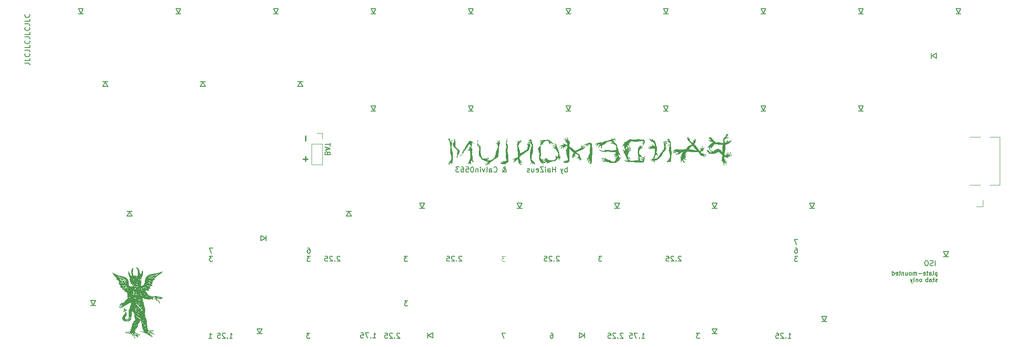
<source format=gbr>
%TF.GenerationSoftware,KiCad,Pcbnew,(7.0.0)*%
%TF.CreationDate,2024-02-27T19:35:31+01:00*%
%TF.ProjectId,pandemonium,70616e64-656d-46f6-9e69-756d2e6b6963,rev?*%
%TF.SameCoordinates,Original*%
%TF.FileFunction,Legend,Bot*%
%TF.FilePolarity,Positive*%
%FSLAX46Y46*%
G04 Gerber Fmt 4.6, Leading zero omitted, Abs format (unit mm)*
G04 Created by KiCad (PCBNEW (7.0.0)) date 2024-02-27 19:35:31*
%MOMM*%
%LPD*%
G01*
G04 APERTURE LIST*
%ADD10C,0.250000*%
%ADD11C,0.150000*%
%ADD12C,0.200000*%
%ADD13C,0.125000*%
%ADD14C,0.120000*%
G04 APERTURE END LIST*
D10*
X88313655Y-59358290D02*
X88313655Y-60310671D01*
D11*
X88799961Y-81316802D02*
X88990437Y-81316802D01*
X88990437Y-81316802D02*
X89085675Y-81364422D01*
X89085675Y-81364422D02*
X89133294Y-81412041D01*
X89133294Y-81412041D02*
X89228532Y-81554898D01*
X89228532Y-81554898D02*
X89276151Y-81745374D01*
X89276151Y-81745374D02*
X89276151Y-82126326D01*
X89276151Y-82126326D02*
X89228532Y-82221564D01*
X89228532Y-82221564D02*
X89180913Y-82269183D01*
X89180913Y-82269183D02*
X89085675Y-82316802D01*
X89085675Y-82316802D02*
X88895199Y-82316802D01*
X88895199Y-82316802D02*
X88799961Y-82269183D01*
X88799961Y-82269183D02*
X88752342Y-82221564D01*
X88752342Y-82221564D02*
X88704723Y-82126326D01*
X88704723Y-82126326D02*
X88704723Y-81888231D01*
X88704723Y-81888231D02*
X88752342Y-81792993D01*
X88752342Y-81792993D02*
X88799961Y-81745374D01*
X88799961Y-81745374D02*
X88895199Y-81697755D01*
X88895199Y-81697755D02*
X89085675Y-81697755D01*
X89085675Y-81697755D02*
X89180913Y-81745374D01*
X89180913Y-81745374D02*
X89228532Y-81792993D01*
X89228532Y-81792993D02*
X89276151Y-81888231D01*
D12*
X139461904Y-66457380D02*
X139461904Y-65457380D01*
X139461904Y-65838333D02*
X139366666Y-65790714D01*
X139366666Y-65790714D02*
X139176190Y-65790714D01*
X139176190Y-65790714D02*
X139080952Y-65838333D01*
X139080952Y-65838333D02*
X139033333Y-65885952D01*
X139033333Y-65885952D02*
X138985714Y-65981190D01*
X138985714Y-65981190D02*
X138985714Y-66266904D01*
X138985714Y-66266904D02*
X139033333Y-66362142D01*
X139033333Y-66362142D02*
X139080952Y-66409761D01*
X139080952Y-66409761D02*
X139176190Y-66457380D01*
X139176190Y-66457380D02*
X139366666Y-66457380D01*
X139366666Y-66457380D02*
X139461904Y-66409761D01*
X138652380Y-65790714D02*
X138414285Y-66457380D01*
X138176190Y-65790714D02*
X138414285Y-66457380D01*
X138414285Y-66457380D02*
X138509523Y-66695476D01*
X138509523Y-66695476D02*
X138557142Y-66743095D01*
X138557142Y-66743095D02*
X138652380Y-66790714D01*
X137195237Y-66457380D02*
X137195237Y-65457380D01*
X137195237Y-65933571D02*
X136623809Y-65933571D01*
X136623809Y-66457380D02*
X136623809Y-65457380D01*
X135719047Y-66457380D02*
X135719047Y-65933571D01*
X135719047Y-65933571D02*
X135766666Y-65838333D01*
X135766666Y-65838333D02*
X135861904Y-65790714D01*
X135861904Y-65790714D02*
X136052380Y-65790714D01*
X136052380Y-65790714D02*
X136147618Y-65838333D01*
X135719047Y-66409761D02*
X135814285Y-66457380D01*
X135814285Y-66457380D02*
X136052380Y-66457380D01*
X136052380Y-66457380D02*
X136147618Y-66409761D01*
X136147618Y-66409761D02*
X136195237Y-66314523D01*
X136195237Y-66314523D02*
X136195237Y-66219285D01*
X136195237Y-66219285D02*
X136147618Y-66124047D01*
X136147618Y-66124047D02*
X136052380Y-66076428D01*
X136052380Y-66076428D02*
X135814285Y-66076428D01*
X135814285Y-66076428D02*
X135719047Y-66028809D01*
X135242856Y-66457380D02*
X135242856Y-65790714D01*
X135242856Y-65457380D02*
X135290475Y-65505000D01*
X135290475Y-65505000D02*
X135242856Y-65552619D01*
X135242856Y-65552619D02*
X135195237Y-65505000D01*
X135195237Y-65505000D02*
X135242856Y-65457380D01*
X135242856Y-65457380D02*
X135242856Y-65552619D01*
X134861904Y-65457380D02*
X134195238Y-65457380D01*
X134195238Y-65457380D02*
X134861904Y-66457380D01*
X134861904Y-66457380D02*
X134195238Y-66457380D01*
X133433333Y-66409761D02*
X133528571Y-66457380D01*
X133528571Y-66457380D02*
X133719047Y-66457380D01*
X133719047Y-66457380D02*
X133814285Y-66409761D01*
X133814285Y-66409761D02*
X133861904Y-66314523D01*
X133861904Y-66314523D02*
X133861904Y-65933571D01*
X133861904Y-65933571D02*
X133814285Y-65838333D01*
X133814285Y-65838333D02*
X133719047Y-65790714D01*
X133719047Y-65790714D02*
X133528571Y-65790714D01*
X133528571Y-65790714D02*
X133433333Y-65838333D01*
X133433333Y-65838333D02*
X133385714Y-65933571D01*
X133385714Y-65933571D02*
X133385714Y-66028809D01*
X133385714Y-66028809D02*
X133861904Y-66124047D01*
X132528571Y-65790714D02*
X132528571Y-66457380D01*
X132957142Y-65790714D02*
X132957142Y-66314523D01*
X132957142Y-66314523D02*
X132909523Y-66409761D01*
X132909523Y-66409761D02*
X132814285Y-66457380D01*
X132814285Y-66457380D02*
X132671428Y-66457380D01*
X132671428Y-66457380D02*
X132576190Y-66409761D01*
X132576190Y-66409761D02*
X132528571Y-66362142D01*
X132099999Y-66409761D02*
X132004761Y-66457380D01*
X132004761Y-66457380D02*
X131814285Y-66457380D01*
X131814285Y-66457380D02*
X131719047Y-66409761D01*
X131719047Y-66409761D02*
X131671428Y-66314523D01*
X131671428Y-66314523D02*
X131671428Y-66266904D01*
X131671428Y-66266904D02*
X131719047Y-66171666D01*
X131719047Y-66171666D02*
X131814285Y-66124047D01*
X131814285Y-66124047D02*
X131957142Y-66124047D01*
X131957142Y-66124047D02*
X132052380Y-66076428D01*
X132052380Y-66076428D02*
X132099999Y-65981190D01*
X132099999Y-65981190D02*
X132099999Y-65933571D01*
X132099999Y-65933571D02*
X132052380Y-65838333D01*
X132052380Y-65838333D02*
X131957142Y-65790714D01*
X131957142Y-65790714D02*
X131814285Y-65790714D01*
X131814285Y-65790714D02*
X131719047Y-65838333D01*
D13*
X127361072Y-82988700D02*
X126742025Y-82988700D01*
X126742025Y-82988700D02*
X127075358Y-83369653D01*
X127075358Y-83369653D02*
X126932501Y-83369653D01*
X126932501Y-83369653D02*
X126837263Y-83417272D01*
X126837263Y-83417272D02*
X126789644Y-83464891D01*
X126789644Y-83464891D02*
X126742025Y-83560129D01*
X126742025Y-83560129D02*
X126742025Y-83798224D01*
X126742025Y-83798224D02*
X126789644Y-83893462D01*
X126789644Y-83893462D02*
X126837263Y-83941081D01*
X126837263Y-83941081D02*
X126932501Y-83988700D01*
X126932501Y-83988700D02*
X127218215Y-83988700D01*
X127218215Y-83988700D02*
X127313453Y-83941081D01*
X127313453Y-83941081D02*
X127361072Y-83893462D01*
D11*
X127359400Y-98001129D02*
X126692734Y-98001129D01*
X126692734Y-98001129D02*
X127121305Y-99001129D01*
X150384092Y-98096369D02*
X150336473Y-98048750D01*
X150336473Y-98048750D02*
X150241235Y-98001130D01*
X150241235Y-98001130D02*
X150003140Y-98001130D01*
X150003140Y-98001130D02*
X149907902Y-98048750D01*
X149907902Y-98048750D02*
X149860283Y-98096369D01*
X149860283Y-98096369D02*
X149812664Y-98191607D01*
X149812664Y-98191607D02*
X149812664Y-98286845D01*
X149812664Y-98286845D02*
X149860283Y-98429702D01*
X149860283Y-98429702D02*
X150431711Y-99001130D01*
X150431711Y-99001130D02*
X149812664Y-99001130D01*
X149384092Y-98905892D02*
X149336473Y-98953511D01*
X149336473Y-98953511D02*
X149384092Y-99001130D01*
X149384092Y-99001130D02*
X149431711Y-98953511D01*
X149431711Y-98953511D02*
X149384092Y-98905892D01*
X149384092Y-98905892D02*
X149384092Y-99001130D01*
X148955521Y-98096369D02*
X148907902Y-98048750D01*
X148907902Y-98048750D02*
X148812664Y-98001130D01*
X148812664Y-98001130D02*
X148574569Y-98001130D01*
X148574569Y-98001130D02*
X148479331Y-98048750D01*
X148479331Y-98048750D02*
X148431712Y-98096369D01*
X148431712Y-98096369D02*
X148384093Y-98191607D01*
X148384093Y-98191607D02*
X148384093Y-98286845D01*
X148384093Y-98286845D02*
X148431712Y-98429702D01*
X148431712Y-98429702D02*
X149003140Y-99001130D01*
X149003140Y-99001130D02*
X148384093Y-99001130D01*
X147479331Y-98001130D02*
X147955521Y-98001130D01*
X147955521Y-98001130D02*
X148003140Y-98477321D01*
X148003140Y-98477321D02*
X147955521Y-98429702D01*
X147955521Y-98429702D02*
X147860283Y-98382083D01*
X147860283Y-98382083D02*
X147622188Y-98382083D01*
X147622188Y-98382083D02*
X147526950Y-98429702D01*
X147526950Y-98429702D02*
X147479331Y-98477321D01*
X147479331Y-98477321D02*
X147431712Y-98572559D01*
X147431712Y-98572559D02*
X147431712Y-98810654D01*
X147431712Y-98810654D02*
X147479331Y-98905892D01*
X147479331Y-98905892D02*
X147526950Y-98953511D01*
X147526950Y-98953511D02*
X147622188Y-99001130D01*
X147622188Y-99001130D02*
X147860283Y-99001130D01*
X147860283Y-99001130D02*
X147955521Y-98953511D01*
X147955521Y-98953511D02*
X148003140Y-98905892D01*
X165363170Y-98001130D02*
X164744123Y-98001130D01*
X164744123Y-98001130D02*
X165077456Y-98382083D01*
X165077456Y-98382083D02*
X164934599Y-98382083D01*
X164934599Y-98382083D02*
X164839361Y-98429702D01*
X164839361Y-98429702D02*
X164791742Y-98477321D01*
X164791742Y-98477321D02*
X164744123Y-98572559D01*
X164744123Y-98572559D02*
X164744123Y-98810654D01*
X164744123Y-98810654D02*
X164791742Y-98905892D01*
X164791742Y-98905892D02*
X164839361Y-98953511D01*
X164839361Y-98953511D02*
X164934599Y-99001130D01*
X164934599Y-99001130D02*
X165220313Y-99001130D01*
X165220313Y-99001130D02*
X165315551Y-98953511D01*
X165315551Y-98953511D02*
X165363170Y-98905892D01*
X137922023Y-83015119D02*
X137874404Y-82967500D01*
X137874404Y-82967500D02*
X137779166Y-82919880D01*
X137779166Y-82919880D02*
X137541071Y-82919880D01*
X137541071Y-82919880D02*
X137445833Y-82967500D01*
X137445833Y-82967500D02*
X137398214Y-83015119D01*
X137398214Y-83015119D02*
X137350595Y-83110357D01*
X137350595Y-83110357D02*
X137350595Y-83205595D01*
X137350595Y-83205595D02*
X137398214Y-83348452D01*
X137398214Y-83348452D02*
X137969642Y-83919880D01*
X137969642Y-83919880D02*
X137350595Y-83919880D01*
X136922023Y-83824642D02*
X136874404Y-83872261D01*
X136874404Y-83872261D02*
X136922023Y-83919880D01*
X136922023Y-83919880D02*
X136969642Y-83872261D01*
X136969642Y-83872261D02*
X136922023Y-83824642D01*
X136922023Y-83824642D02*
X136922023Y-83919880D01*
X136493452Y-83015119D02*
X136445833Y-82967500D01*
X136445833Y-82967500D02*
X136350595Y-82919880D01*
X136350595Y-82919880D02*
X136112500Y-82919880D01*
X136112500Y-82919880D02*
X136017262Y-82967500D01*
X136017262Y-82967500D02*
X135969643Y-83015119D01*
X135969643Y-83015119D02*
X135922024Y-83110357D01*
X135922024Y-83110357D02*
X135922024Y-83205595D01*
X135922024Y-83205595D02*
X135969643Y-83348452D01*
X135969643Y-83348452D02*
X136541071Y-83919880D01*
X136541071Y-83919880D02*
X135922024Y-83919880D01*
X135017262Y-82919880D02*
X135493452Y-82919880D01*
X135493452Y-82919880D02*
X135541071Y-83396071D01*
X135541071Y-83396071D02*
X135493452Y-83348452D01*
X135493452Y-83348452D02*
X135398214Y-83300833D01*
X135398214Y-83300833D02*
X135160119Y-83300833D01*
X135160119Y-83300833D02*
X135064881Y-83348452D01*
X135064881Y-83348452D02*
X135017262Y-83396071D01*
X135017262Y-83396071D02*
X134969643Y-83491309D01*
X134969643Y-83491309D02*
X134969643Y-83729404D01*
X134969643Y-83729404D02*
X135017262Y-83824642D01*
X135017262Y-83824642D02*
X135064881Y-83872261D01*
X135064881Y-83872261D02*
X135160119Y-83919880D01*
X135160119Y-83919880D02*
X135398214Y-83919880D01*
X135398214Y-83919880D02*
X135493452Y-83872261D01*
X135493452Y-83872261D02*
X135541071Y-83824642D01*
X154019345Y-99001130D02*
X154590773Y-99001130D01*
X154305059Y-99001130D02*
X154305059Y-98001130D01*
X154305059Y-98001130D02*
X154400297Y-98143988D01*
X154400297Y-98143988D02*
X154495535Y-98239226D01*
X154495535Y-98239226D02*
X154590773Y-98286845D01*
X153590773Y-98905892D02*
X153543154Y-98953511D01*
X153543154Y-98953511D02*
X153590773Y-99001130D01*
X153590773Y-99001130D02*
X153638392Y-98953511D01*
X153638392Y-98953511D02*
X153590773Y-98905892D01*
X153590773Y-98905892D02*
X153590773Y-99001130D01*
X153209821Y-98001130D02*
X152543155Y-98001130D01*
X152543155Y-98001130D02*
X152971726Y-99001130D01*
X151686012Y-98001130D02*
X152162202Y-98001130D01*
X152162202Y-98001130D02*
X152209821Y-98477321D01*
X152209821Y-98477321D02*
X152162202Y-98429702D01*
X152162202Y-98429702D02*
X152066964Y-98382083D01*
X152066964Y-98382083D02*
X151828869Y-98382083D01*
X151828869Y-98382083D02*
X151733631Y-98429702D01*
X151733631Y-98429702D02*
X151686012Y-98477321D01*
X151686012Y-98477321D02*
X151638393Y-98572559D01*
X151638393Y-98572559D02*
X151638393Y-98810654D01*
X151638393Y-98810654D02*
X151686012Y-98905892D01*
X151686012Y-98905892D02*
X151733631Y-98953511D01*
X151733631Y-98953511D02*
X151828869Y-99001130D01*
X151828869Y-99001130D02*
X152066964Y-99001130D01*
X152066964Y-99001130D02*
X152162202Y-98953511D01*
X152162202Y-98953511D02*
X152209821Y-98905892D01*
X182594345Y-99001130D02*
X183165773Y-99001130D01*
X182880059Y-99001130D02*
X182880059Y-98001130D01*
X182880059Y-98001130D02*
X182975297Y-98143988D01*
X182975297Y-98143988D02*
X183070535Y-98239226D01*
X183070535Y-98239226D02*
X183165773Y-98286845D01*
X182165773Y-98905892D02*
X182118154Y-98953511D01*
X182118154Y-98953511D02*
X182165773Y-99001130D01*
X182165773Y-99001130D02*
X182213392Y-98953511D01*
X182213392Y-98953511D02*
X182165773Y-98905892D01*
X182165773Y-98905892D02*
X182165773Y-99001130D01*
X181737202Y-98096369D02*
X181689583Y-98048750D01*
X181689583Y-98048750D02*
X181594345Y-98001130D01*
X181594345Y-98001130D02*
X181356250Y-98001130D01*
X181356250Y-98001130D02*
X181261012Y-98048750D01*
X181261012Y-98048750D02*
X181213393Y-98096369D01*
X181213393Y-98096369D02*
X181165774Y-98191607D01*
X181165774Y-98191607D02*
X181165774Y-98286845D01*
X181165774Y-98286845D02*
X181213393Y-98429702D01*
X181213393Y-98429702D02*
X181784821Y-99001130D01*
X181784821Y-99001130D02*
X181165774Y-99001130D01*
X180261012Y-98001130D02*
X180737202Y-98001130D01*
X180737202Y-98001130D02*
X180784821Y-98477321D01*
X180784821Y-98477321D02*
X180737202Y-98429702D01*
X180737202Y-98429702D02*
X180641964Y-98382083D01*
X180641964Y-98382083D02*
X180403869Y-98382083D01*
X180403869Y-98382083D02*
X180308631Y-98429702D01*
X180308631Y-98429702D02*
X180261012Y-98477321D01*
X180261012Y-98477321D02*
X180213393Y-98572559D01*
X180213393Y-98572559D02*
X180213393Y-98810654D01*
X180213393Y-98810654D02*
X180261012Y-98905892D01*
X180261012Y-98905892D02*
X180308631Y-98953511D01*
X180308631Y-98953511D02*
X180403869Y-99001130D01*
X180403869Y-99001130D02*
X180641964Y-99001130D01*
X180641964Y-99001130D02*
X180737202Y-98953511D01*
X180737202Y-98953511D02*
X180784821Y-98905892D01*
X108279718Y-82926002D02*
X107660671Y-82926002D01*
X107660671Y-82926002D02*
X107994004Y-83306955D01*
X107994004Y-83306955D02*
X107851147Y-83306955D01*
X107851147Y-83306955D02*
X107755909Y-83354574D01*
X107755909Y-83354574D02*
X107708290Y-83402193D01*
X107708290Y-83402193D02*
X107660671Y-83497431D01*
X107660671Y-83497431D02*
X107660671Y-83735526D01*
X107660671Y-83735526D02*
X107708290Y-83830764D01*
X107708290Y-83830764D02*
X107755909Y-83878383D01*
X107755909Y-83878383D02*
X107851147Y-83926002D01*
X107851147Y-83926002D02*
X108136861Y-83926002D01*
X108136861Y-83926002D02*
X108232099Y-83878383D01*
X108232099Y-83878383D02*
X108279718Y-83830764D01*
X95059523Y-83015119D02*
X95011904Y-82967500D01*
X95011904Y-82967500D02*
X94916666Y-82919880D01*
X94916666Y-82919880D02*
X94678571Y-82919880D01*
X94678571Y-82919880D02*
X94583333Y-82967500D01*
X94583333Y-82967500D02*
X94535714Y-83015119D01*
X94535714Y-83015119D02*
X94488095Y-83110357D01*
X94488095Y-83110357D02*
X94488095Y-83205595D01*
X94488095Y-83205595D02*
X94535714Y-83348452D01*
X94535714Y-83348452D02*
X95107142Y-83919880D01*
X95107142Y-83919880D02*
X94488095Y-83919880D01*
X94059523Y-83824642D02*
X94011904Y-83872261D01*
X94011904Y-83872261D02*
X94059523Y-83919880D01*
X94059523Y-83919880D02*
X94107142Y-83872261D01*
X94107142Y-83872261D02*
X94059523Y-83824642D01*
X94059523Y-83824642D02*
X94059523Y-83919880D01*
X93630952Y-83015119D02*
X93583333Y-82967500D01*
X93583333Y-82967500D02*
X93488095Y-82919880D01*
X93488095Y-82919880D02*
X93250000Y-82919880D01*
X93250000Y-82919880D02*
X93154762Y-82967500D01*
X93154762Y-82967500D02*
X93107143Y-83015119D01*
X93107143Y-83015119D02*
X93059524Y-83110357D01*
X93059524Y-83110357D02*
X93059524Y-83205595D01*
X93059524Y-83205595D02*
X93107143Y-83348452D01*
X93107143Y-83348452D02*
X93678571Y-83919880D01*
X93678571Y-83919880D02*
X93059524Y-83919880D01*
X92154762Y-82919880D02*
X92630952Y-82919880D01*
X92630952Y-82919880D02*
X92678571Y-83396071D01*
X92678571Y-83396071D02*
X92630952Y-83348452D01*
X92630952Y-83348452D02*
X92535714Y-83300833D01*
X92535714Y-83300833D02*
X92297619Y-83300833D01*
X92297619Y-83300833D02*
X92202381Y-83348452D01*
X92202381Y-83348452D02*
X92154762Y-83396071D01*
X92154762Y-83396071D02*
X92107143Y-83491309D01*
X92107143Y-83491309D02*
X92107143Y-83729404D01*
X92107143Y-83729404D02*
X92154762Y-83824642D01*
X92154762Y-83824642D02*
X92202381Y-83872261D01*
X92202381Y-83872261D02*
X92297619Y-83919880D01*
X92297619Y-83919880D02*
X92535714Y-83919880D01*
X92535714Y-83919880D02*
X92630952Y-83872261D01*
X92630952Y-83872261D02*
X92678571Y-83824642D01*
X73503004Y-99001130D02*
X74074432Y-99001130D01*
X73788718Y-99001130D02*
X73788718Y-98001130D01*
X73788718Y-98001130D02*
X73883956Y-98143988D01*
X73883956Y-98143988D02*
X73979194Y-98239226D01*
X73979194Y-98239226D02*
X74074432Y-98286845D01*
X73074432Y-98905892D02*
X73026813Y-98953511D01*
X73026813Y-98953511D02*
X73074432Y-99001130D01*
X73074432Y-99001130D02*
X73122051Y-98953511D01*
X73122051Y-98953511D02*
X73074432Y-98905892D01*
X73074432Y-98905892D02*
X73074432Y-99001130D01*
X72645861Y-98096369D02*
X72598242Y-98048750D01*
X72598242Y-98048750D02*
X72503004Y-98001130D01*
X72503004Y-98001130D02*
X72264909Y-98001130D01*
X72264909Y-98001130D02*
X72169671Y-98048750D01*
X72169671Y-98048750D02*
X72122052Y-98096369D01*
X72122052Y-98096369D02*
X72074433Y-98191607D01*
X72074433Y-98191607D02*
X72074433Y-98286845D01*
X72074433Y-98286845D02*
X72122052Y-98429702D01*
X72122052Y-98429702D02*
X72693480Y-99001130D01*
X72693480Y-99001130D02*
X72074433Y-99001130D01*
X71169671Y-98001130D02*
X71645861Y-98001130D01*
X71645861Y-98001130D02*
X71693480Y-98477321D01*
X71693480Y-98477321D02*
X71645861Y-98429702D01*
X71645861Y-98429702D02*
X71550623Y-98382083D01*
X71550623Y-98382083D02*
X71312528Y-98382083D01*
X71312528Y-98382083D02*
X71217290Y-98429702D01*
X71217290Y-98429702D02*
X71169671Y-98477321D01*
X71169671Y-98477321D02*
X71122052Y-98572559D01*
X71122052Y-98572559D02*
X71122052Y-98810654D01*
X71122052Y-98810654D02*
X71169671Y-98905892D01*
X71169671Y-98905892D02*
X71217290Y-98953511D01*
X71217290Y-98953511D02*
X71312528Y-99001130D01*
X71312528Y-99001130D02*
X71550623Y-99001130D01*
X71550623Y-99001130D02*
X71645861Y-98953511D01*
X71645861Y-98953511D02*
X71693480Y-98905892D01*
X69452130Y-99001130D02*
X70023558Y-99001130D01*
X69737844Y-99001130D02*
X69737844Y-98001130D01*
X69737844Y-98001130D02*
X69833082Y-98143988D01*
X69833082Y-98143988D02*
X69928320Y-98239226D01*
X69928320Y-98239226D02*
X70023558Y-98286845D01*
X211740773Y-86102821D02*
X211740773Y-86902821D01*
X211740773Y-86140916D02*
X211664583Y-86102821D01*
X211664583Y-86102821D02*
X211512202Y-86102821D01*
X211512202Y-86102821D02*
X211436011Y-86140916D01*
X211436011Y-86140916D02*
X211397916Y-86179011D01*
X211397916Y-86179011D02*
X211359821Y-86255202D01*
X211359821Y-86255202D02*
X211359821Y-86483773D01*
X211359821Y-86483773D02*
X211397916Y-86559964D01*
X211397916Y-86559964D02*
X211436011Y-86598059D01*
X211436011Y-86598059D02*
X211512202Y-86636154D01*
X211512202Y-86636154D02*
X211664583Y-86636154D01*
X211664583Y-86636154D02*
X211740773Y-86598059D01*
X210902678Y-86636154D02*
X210978868Y-86598059D01*
X210978868Y-86598059D02*
X211016963Y-86521869D01*
X211016963Y-86521869D02*
X211016963Y-85836154D01*
X210255058Y-86636154D02*
X210255058Y-86217107D01*
X210255058Y-86217107D02*
X210293153Y-86140916D01*
X210293153Y-86140916D02*
X210369344Y-86102821D01*
X210369344Y-86102821D02*
X210521725Y-86102821D01*
X210521725Y-86102821D02*
X210597915Y-86140916D01*
X210255058Y-86598059D02*
X210331249Y-86636154D01*
X210331249Y-86636154D02*
X210521725Y-86636154D01*
X210521725Y-86636154D02*
X210597915Y-86598059D01*
X210597915Y-86598059D02*
X210636011Y-86521869D01*
X210636011Y-86521869D02*
X210636011Y-86445678D01*
X210636011Y-86445678D02*
X210597915Y-86369488D01*
X210597915Y-86369488D02*
X210521725Y-86331392D01*
X210521725Y-86331392D02*
X210331249Y-86331392D01*
X210331249Y-86331392D02*
X210255058Y-86293297D01*
X209988391Y-86102821D02*
X209683629Y-86102821D01*
X209874105Y-85836154D02*
X209874105Y-86521869D01*
X209874105Y-86521869D02*
X209836010Y-86598059D01*
X209836010Y-86598059D02*
X209759820Y-86636154D01*
X209759820Y-86636154D02*
X209683629Y-86636154D01*
X209112200Y-86598059D02*
X209188391Y-86636154D01*
X209188391Y-86636154D02*
X209340772Y-86636154D01*
X209340772Y-86636154D02*
X209416962Y-86598059D01*
X209416962Y-86598059D02*
X209455058Y-86521869D01*
X209455058Y-86521869D02*
X209455058Y-86217107D01*
X209455058Y-86217107D02*
X209416962Y-86140916D01*
X209416962Y-86140916D02*
X209340772Y-86102821D01*
X209340772Y-86102821D02*
X209188391Y-86102821D01*
X209188391Y-86102821D02*
X209112200Y-86140916D01*
X209112200Y-86140916D02*
X209074105Y-86217107D01*
X209074105Y-86217107D02*
X209074105Y-86293297D01*
X209074105Y-86293297D02*
X209455058Y-86369488D01*
X208731248Y-86331392D02*
X208121725Y-86331392D01*
X207740772Y-86636154D02*
X207740772Y-86102821D01*
X207740772Y-86179011D02*
X207702677Y-86140916D01*
X207702677Y-86140916D02*
X207626487Y-86102821D01*
X207626487Y-86102821D02*
X207512201Y-86102821D01*
X207512201Y-86102821D02*
X207436010Y-86140916D01*
X207436010Y-86140916D02*
X207397915Y-86217107D01*
X207397915Y-86217107D02*
X207397915Y-86636154D01*
X207397915Y-86217107D02*
X207359820Y-86140916D01*
X207359820Y-86140916D02*
X207283629Y-86102821D01*
X207283629Y-86102821D02*
X207169344Y-86102821D01*
X207169344Y-86102821D02*
X207093153Y-86140916D01*
X207093153Y-86140916D02*
X207055058Y-86217107D01*
X207055058Y-86217107D02*
X207055058Y-86636154D01*
X206559820Y-86636154D02*
X206636010Y-86598059D01*
X206636010Y-86598059D02*
X206674105Y-86559964D01*
X206674105Y-86559964D02*
X206712201Y-86483773D01*
X206712201Y-86483773D02*
X206712201Y-86255202D01*
X206712201Y-86255202D02*
X206674105Y-86179011D01*
X206674105Y-86179011D02*
X206636010Y-86140916D01*
X206636010Y-86140916D02*
X206559820Y-86102821D01*
X206559820Y-86102821D02*
X206445534Y-86102821D01*
X206445534Y-86102821D02*
X206369343Y-86140916D01*
X206369343Y-86140916D02*
X206331248Y-86179011D01*
X206331248Y-86179011D02*
X206293153Y-86255202D01*
X206293153Y-86255202D02*
X206293153Y-86483773D01*
X206293153Y-86483773D02*
X206331248Y-86559964D01*
X206331248Y-86559964D02*
X206369343Y-86598059D01*
X206369343Y-86598059D02*
X206445534Y-86636154D01*
X206445534Y-86636154D02*
X206559820Y-86636154D01*
X205607438Y-86102821D02*
X205607438Y-86636154D01*
X205950295Y-86102821D02*
X205950295Y-86521869D01*
X205950295Y-86521869D02*
X205912200Y-86598059D01*
X205912200Y-86598059D02*
X205836010Y-86636154D01*
X205836010Y-86636154D02*
X205721724Y-86636154D01*
X205721724Y-86636154D02*
X205645533Y-86598059D01*
X205645533Y-86598059D02*
X205607438Y-86559964D01*
X205226485Y-86102821D02*
X205226485Y-86636154D01*
X205226485Y-86179011D02*
X205188390Y-86140916D01*
X205188390Y-86140916D02*
X205112200Y-86102821D01*
X205112200Y-86102821D02*
X204997914Y-86102821D01*
X204997914Y-86102821D02*
X204921723Y-86140916D01*
X204921723Y-86140916D02*
X204883628Y-86217107D01*
X204883628Y-86217107D02*
X204883628Y-86636154D01*
X204616961Y-86102821D02*
X204312199Y-86102821D01*
X204502675Y-85836154D02*
X204502675Y-86521869D01*
X204502675Y-86521869D02*
X204464580Y-86598059D01*
X204464580Y-86598059D02*
X204388390Y-86636154D01*
X204388390Y-86636154D02*
X204312199Y-86636154D01*
X203740770Y-86598059D02*
X203816961Y-86636154D01*
X203816961Y-86636154D02*
X203969342Y-86636154D01*
X203969342Y-86636154D02*
X204045532Y-86598059D01*
X204045532Y-86598059D02*
X204083628Y-86521869D01*
X204083628Y-86521869D02*
X204083628Y-86217107D01*
X204083628Y-86217107D02*
X204045532Y-86140916D01*
X204045532Y-86140916D02*
X203969342Y-86102821D01*
X203969342Y-86102821D02*
X203816961Y-86102821D01*
X203816961Y-86102821D02*
X203740770Y-86140916D01*
X203740770Y-86140916D02*
X203702675Y-86217107D01*
X203702675Y-86217107D02*
X203702675Y-86293297D01*
X203702675Y-86293297D02*
X204083628Y-86369488D01*
X203016961Y-86636154D02*
X203016961Y-85836154D01*
X203016961Y-86598059D02*
X203093152Y-86636154D01*
X203093152Y-86636154D02*
X203245533Y-86636154D01*
X203245533Y-86636154D02*
X203321723Y-86598059D01*
X203321723Y-86598059D02*
X203359818Y-86559964D01*
X203359818Y-86559964D02*
X203397914Y-86483773D01*
X203397914Y-86483773D02*
X203397914Y-86255202D01*
X203397914Y-86255202D02*
X203359818Y-86179011D01*
X203359818Y-86179011D02*
X203321723Y-86140916D01*
X203321723Y-86140916D02*
X203245533Y-86102821D01*
X203245533Y-86102821D02*
X203093152Y-86102821D01*
X203093152Y-86102821D02*
X203016961Y-86140916D01*
X211778869Y-87894059D02*
X211702678Y-87932154D01*
X211702678Y-87932154D02*
X211550297Y-87932154D01*
X211550297Y-87932154D02*
X211474107Y-87894059D01*
X211474107Y-87894059D02*
X211436011Y-87817869D01*
X211436011Y-87817869D02*
X211436011Y-87779773D01*
X211436011Y-87779773D02*
X211474107Y-87703583D01*
X211474107Y-87703583D02*
X211550297Y-87665488D01*
X211550297Y-87665488D02*
X211664583Y-87665488D01*
X211664583Y-87665488D02*
X211740773Y-87627392D01*
X211740773Y-87627392D02*
X211778869Y-87551202D01*
X211778869Y-87551202D02*
X211778869Y-87513107D01*
X211778869Y-87513107D02*
X211740773Y-87436916D01*
X211740773Y-87436916D02*
X211664583Y-87398821D01*
X211664583Y-87398821D02*
X211550297Y-87398821D01*
X211550297Y-87398821D02*
X211474107Y-87436916D01*
X211207440Y-87398821D02*
X210902678Y-87398821D01*
X211093154Y-87132154D02*
X211093154Y-87817869D01*
X211093154Y-87817869D02*
X211055059Y-87894059D01*
X211055059Y-87894059D02*
X210978869Y-87932154D01*
X210978869Y-87932154D02*
X210902678Y-87932154D01*
X210293154Y-87932154D02*
X210293154Y-87513107D01*
X210293154Y-87513107D02*
X210331249Y-87436916D01*
X210331249Y-87436916D02*
X210407440Y-87398821D01*
X210407440Y-87398821D02*
X210559821Y-87398821D01*
X210559821Y-87398821D02*
X210636011Y-87436916D01*
X210293154Y-87894059D02*
X210369345Y-87932154D01*
X210369345Y-87932154D02*
X210559821Y-87932154D01*
X210559821Y-87932154D02*
X210636011Y-87894059D01*
X210636011Y-87894059D02*
X210674107Y-87817869D01*
X210674107Y-87817869D02*
X210674107Y-87741678D01*
X210674107Y-87741678D02*
X210636011Y-87665488D01*
X210636011Y-87665488D02*
X210559821Y-87627392D01*
X210559821Y-87627392D02*
X210369345Y-87627392D01*
X210369345Y-87627392D02*
X210293154Y-87589297D01*
X209912201Y-87932154D02*
X209912201Y-87132154D01*
X209912201Y-87436916D02*
X209836011Y-87398821D01*
X209836011Y-87398821D02*
X209683630Y-87398821D01*
X209683630Y-87398821D02*
X209607439Y-87436916D01*
X209607439Y-87436916D02*
X209569344Y-87475011D01*
X209569344Y-87475011D02*
X209531249Y-87551202D01*
X209531249Y-87551202D02*
X209531249Y-87779773D01*
X209531249Y-87779773D02*
X209569344Y-87855964D01*
X209569344Y-87855964D02*
X209607439Y-87894059D01*
X209607439Y-87894059D02*
X209683630Y-87932154D01*
X209683630Y-87932154D02*
X209836011Y-87932154D01*
X209836011Y-87932154D02*
X209912201Y-87894059D01*
X208594106Y-87932154D02*
X208670296Y-87894059D01*
X208670296Y-87894059D02*
X208708391Y-87855964D01*
X208708391Y-87855964D02*
X208746487Y-87779773D01*
X208746487Y-87779773D02*
X208746487Y-87551202D01*
X208746487Y-87551202D02*
X208708391Y-87475011D01*
X208708391Y-87475011D02*
X208670296Y-87436916D01*
X208670296Y-87436916D02*
X208594106Y-87398821D01*
X208594106Y-87398821D02*
X208479820Y-87398821D01*
X208479820Y-87398821D02*
X208403629Y-87436916D01*
X208403629Y-87436916D02*
X208365534Y-87475011D01*
X208365534Y-87475011D02*
X208327439Y-87551202D01*
X208327439Y-87551202D02*
X208327439Y-87779773D01*
X208327439Y-87779773D02*
X208365534Y-87855964D01*
X208365534Y-87855964D02*
X208403629Y-87894059D01*
X208403629Y-87894059D02*
X208479820Y-87932154D01*
X208479820Y-87932154D02*
X208594106Y-87932154D01*
X207984581Y-87398821D02*
X207984581Y-87932154D01*
X207984581Y-87475011D02*
X207946486Y-87436916D01*
X207946486Y-87436916D02*
X207870296Y-87398821D01*
X207870296Y-87398821D02*
X207756010Y-87398821D01*
X207756010Y-87398821D02*
X207679819Y-87436916D01*
X207679819Y-87436916D02*
X207641724Y-87513107D01*
X207641724Y-87513107D02*
X207641724Y-87932154D01*
X207146486Y-87932154D02*
X207222676Y-87894059D01*
X207222676Y-87894059D02*
X207260771Y-87817869D01*
X207260771Y-87817869D02*
X207260771Y-87132154D01*
X206917914Y-87398821D02*
X206727438Y-87932154D01*
X206536961Y-87398821D02*
X206727438Y-87932154D01*
X206727438Y-87932154D02*
X206803628Y-88122630D01*
X206803628Y-88122630D02*
X206841723Y-88160726D01*
X206841723Y-88160726D02*
X206917914Y-88198821D01*
X146245818Y-82919879D02*
X145626771Y-82919879D01*
X145626771Y-82919879D02*
X145960104Y-83300832D01*
X145960104Y-83300832D02*
X145817247Y-83300832D01*
X145817247Y-83300832D02*
X145722009Y-83348451D01*
X145722009Y-83348451D02*
X145674390Y-83396070D01*
X145674390Y-83396070D02*
X145626771Y-83491308D01*
X145626771Y-83491308D02*
X145626771Y-83729403D01*
X145626771Y-83729403D02*
X145674390Y-83824641D01*
X145674390Y-83824641D02*
X145722009Y-83872260D01*
X145722009Y-83872260D02*
X145817247Y-83919879D01*
X145817247Y-83919879D02*
X146102961Y-83919879D01*
X146102961Y-83919879D02*
X146198199Y-83872260D01*
X146198199Y-83872260D02*
X146245818Y-83824641D01*
X70224897Y-81332379D02*
X69558231Y-81332379D01*
X69558231Y-81332379D02*
X69986802Y-82332379D01*
X136254059Y-98001129D02*
X136444535Y-98001129D01*
X136444535Y-98001129D02*
X136539773Y-98048749D01*
X136539773Y-98048749D02*
X136587392Y-98096368D01*
X136587392Y-98096368D02*
X136682630Y-98239225D01*
X136682630Y-98239225D02*
X136730249Y-98429701D01*
X136730249Y-98429701D02*
X136730249Y-98810653D01*
X136730249Y-98810653D02*
X136682630Y-98905891D01*
X136682630Y-98905891D02*
X136635011Y-98953510D01*
X136635011Y-98953510D02*
X136539773Y-99001129D01*
X136539773Y-99001129D02*
X136349297Y-99001129D01*
X136349297Y-99001129D02*
X136254059Y-98953510D01*
X136254059Y-98953510D02*
X136206440Y-98905891D01*
X136206440Y-98905891D02*
X136158821Y-98810653D01*
X136158821Y-98810653D02*
X136158821Y-98572558D01*
X136158821Y-98572558D02*
X136206440Y-98477320D01*
X136206440Y-98477320D02*
X136254059Y-98429701D01*
X136254059Y-98429701D02*
X136349297Y-98382082D01*
X136349297Y-98382082D02*
X136539773Y-98382082D01*
X136539773Y-98382082D02*
X136635011Y-98429701D01*
X136635011Y-98429701D02*
X136682630Y-98477320D01*
X136682630Y-98477320D02*
X136730249Y-98572558D01*
X118872023Y-83015119D02*
X118824404Y-82967500D01*
X118824404Y-82967500D02*
X118729166Y-82919880D01*
X118729166Y-82919880D02*
X118491071Y-82919880D01*
X118491071Y-82919880D02*
X118395833Y-82967500D01*
X118395833Y-82967500D02*
X118348214Y-83015119D01*
X118348214Y-83015119D02*
X118300595Y-83110357D01*
X118300595Y-83110357D02*
X118300595Y-83205595D01*
X118300595Y-83205595D02*
X118348214Y-83348452D01*
X118348214Y-83348452D02*
X118919642Y-83919880D01*
X118919642Y-83919880D02*
X118300595Y-83919880D01*
X117872023Y-83824642D02*
X117824404Y-83872261D01*
X117824404Y-83872261D02*
X117872023Y-83919880D01*
X117872023Y-83919880D02*
X117919642Y-83872261D01*
X117919642Y-83872261D02*
X117872023Y-83824642D01*
X117872023Y-83824642D02*
X117872023Y-83919880D01*
X117443452Y-83015119D02*
X117395833Y-82967500D01*
X117395833Y-82967500D02*
X117300595Y-82919880D01*
X117300595Y-82919880D02*
X117062500Y-82919880D01*
X117062500Y-82919880D02*
X116967262Y-82967500D01*
X116967262Y-82967500D02*
X116919643Y-83015119D01*
X116919643Y-83015119D02*
X116872024Y-83110357D01*
X116872024Y-83110357D02*
X116872024Y-83205595D01*
X116872024Y-83205595D02*
X116919643Y-83348452D01*
X116919643Y-83348452D02*
X117491071Y-83919880D01*
X117491071Y-83919880D02*
X116872024Y-83919880D01*
X115967262Y-82919880D02*
X116443452Y-82919880D01*
X116443452Y-82919880D02*
X116491071Y-83396071D01*
X116491071Y-83396071D02*
X116443452Y-83348452D01*
X116443452Y-83348452D02*
X116348214Y-83300833D01*
X116348214Y-83300833D02*
X116110119Y-83300833D01*
X116110119Y-83300833D02*
X116014881Y-83348452D01*
X116014881Y-83348452D02*
X115967262Y-83396071D01*
X115967262Y-83396071D02*
X115919643Y-83491309D01*
X115919643Y-83491309D02*
X115919643Y-83729404D01*
X115919643Y-83729404D02*
X115967262Y-83824642D01*
X115967262Y-83824642D02*
X116014881Y-83872261D01*
X116014881Y-83872261D02*
X116110119Y-83919880D01*
X116110119Y-83919880D02*
X116348214Y-83919880D01*
X116348214Y-83919880D02*
X116443452Y-83872261D01*
X116443452Y-83872261D02*
X116491071Y-83824642D01*
X106753780Y-98096369D02*
X106706161Y-98048750D01*
X106706161Y-98048750D02*
X106610923Y-98001130D01*
X106610923Y-98001130D02*
X106372828Y-98001130D01*
X106372828Y-98001130D02*
X106277590Y-98048750D01*
X106277590Y-98048750D02*
X106229971Y-98096369D01*
X106229971Y-98096369D02*
X106182352Y-98191607D01*
X106182352Y-98191607D02*
X106182352Y-98286845D01*
X106182352Y-98286845D02*
X106229971Y-98429702D01*
X106229971Y-98429702D02*
X106801399Y-99001130D01*
X106801399Y-99001130D02*
X106182352Y-99001130D01*
X105753780Y-98905892D02*
X105706161Y-98953511D01*
X105706161Y-98953511D02*
X105753780Y-99001130D01*
X105753780Y-99001130D02*
X105801399Y-98953511D01*
X105801399Y-98953511D02*
X105753780Y-98905892D01*
X105753780Y-98905892D02*
X105753780Y-99001130D01*
X105325209Y-98096369D02*
X105277590Y-98048750D01*
X105277590Y-98048750D02*
X105182352Y-98001130D01*
X105182352Y-98001130D02*
X104944257Y-98001130D01*
X104944257Y-98001130D02*
X104849019Y-98048750D01*
X104849019Y-98048750D02*
X104801400Y-98096369D01*
X104801400Y-98096369D02*
X104753781Y-98191607D01*
X104753781Y-98191607D02*
X104753781Y-98286845D01*
X104753781Y-98286845D02*
X104801400Y-98429702D01*
X104801400Y-98429702D02*
X105372828Y-99001130D01*
X105372828Y-99001130D02*
X104753781Y-99001130D01*
X103849019Y-98001130D02*
X104325209Y-98001130D01*
X104325209Y-98001130D02*
X104372828Y-98477321D01*
X104372828Y-98477321D02*
X104325209Y-98429702D01*
X104325209Y-98429702D02*
X104229971Y-98382083D01*
X104229971Y-98382083D02*
X103991876Y-98382083D01*
X103991876Y-98382083D02*
X103896638Y-98429702D01*
X103896638Y-98429702D02*
X103849019Y-98477321D01*
X103849019Y-98477321D02*
X103801400Y-98572559D01*
X103801400Y-98572559D02*
X103801400Y-98810654D01*
X103801400Y-98810654D02*
X103849019Y-98905892D01*
X103849019Y-98905892D02*
X103896638Y-98953511D01*
X103896638Y-98953511D02*
X103991876Y-99001130D01*
X103991876Y-99001130D02*
X104229971Y-99001130D01*
X104229971Y-99001130D02*
X104325209Y-98953511D01*
X104325209Y-98953511D02*
X104372828Y-98905892D01*
D12*
X92700609Y-62725433D02*
X92652990Y-62582576D01*
X92652990Y-62582576D02*
X92605371Y-62534957D01*
X92605371Y-62534957D02*
X92510133Y-62487338D01*
X92510133Y-62487338D02*
X92367276Y-62487338D01*
X92367276Y-62487338D02*
X92272038Y-62534957D01*
X92272038Y-62534957D02*
X92224419Y-62582576D01*
X92224419Y-62582576D02*
X92176800Y-62677814D01*
X92176800Y-62677814D02*
X92176800Y-63058766D01*
X92176800Y-63058766D02*
X93176800Y-63058766D01*
X93176800Y-63058766D02*
X93176800Y-62725433D01*
X93176800Y-62725433D02*
X93129181Y-62630195D01*
X93129181Y-62630195D02*
X93081561Y-62582576D01*
X93081561Y-62582576D02*
X92986323Y-62534957D01*
X92986323Y-62534957D02*
X92891085Y-62534957D01*
X92891085Y-62534957D02*
X92795847Y-62582576D01*
X92795847Y-62582576D02*
X92748228Y-62630195D01*
X92748228Y-62630195D02*
X92700609Y-62725433D01*
X92700609Y-62725433D02*
X92700609Y-63058766D01*
X92462514Y-62106385D02*
X92462514Y-61630195D01*
X92176800Y-62201623D02*
X93176800Y-61868290D01*
X93176800Y-61868290D02*
X92176800Y-61534957D01*
X93176800Y-61344480D02*
X93176800Y-60773052D01*
X92176800Y-61058766D02*
X93176800Y-61058766D01*
D11*
X101484655Y-98975410D02*
X102056083Y-98975410D01*
X101770369Y-98975410D02*
X101770369Y-97975410D01*
X101770369Y-97975410D02*
X101865607Y-98118268D01*
X101865607Y-98118268D02*
X101960845Y-98213506D01*
X101960845Y-98213506D02*
X102056083Y-98261125D01*
X101056083Y-98880172D02*
X101008464Y-98927791D01*
X101008464Y-98927791D02*
X101056083Y-98975410D01*
X101056083Y-98975410D02*
X101103702Y-98927791D01*
X101103702Y-98927791D02*
X101056083Y-98880172D01*
X101056083Y-98880172D02*
X101056083Y-98975410D01*
X100675131Y-97975410D02*
X100008465Y-97975410D01*
X100008465Y-97975410D02*
X100437036Y-98975410D01*
X99151322Y-97975410D02*
X99627512Y-97975410D01*
X99627512Y-97975410D02*
X99675131Y-98451601D01*
X99675131Y-98451601D02*
X99627512Y-98403982D01*
X99627512Y-98403982D02*
X99532274Y-98356363D01*
X99532274Y-98356363D02*
X99294179Y-98356363D01*
X99294179Y-98356363D02*
X99198941Y-98403982D01*
X99198941Y-98403982D02*
X99151322Y-98451601D01*
X99151322Y-98451601D02*
X99103703Y-98546839D01*
X99103703Y-98546839D02*
X99103703Y-98784934D01*
X99103703Y-98784934D02*
X99151322Y-98880172D01*
X99151322Y-98880172D02*
X99198941Y-98927791D01*
X99198941Y-98927791D02*
X99294179Y-98975410D01*
X99294179Y-98975410D02*
X99532274Y-98975410D01*
X99532274Y-98975410D02*
X99627512Y-98927791D01*
X99627512Y-98927791D02*
X99675131Y-98880172D01*
X70211072Y-82926002D02*
X69592025Y-82926002D01*
X69592025Y-82926002D02*
X69925358Y-83306955D01*
X69925358Y-83306955D02*
X69782501Y-83306955D01*
X69782501Y-83306955D02*
X69687263Y-83354574D01*
X69687263Y-83354574D02*
X69639644Y-83402193D01*
X69639644Y-83402193D02*
X69592025Y-83497431D01*
X69592025Y-83497431D02*
X69592025Y-83735526D01*
X69592025Y-83735526D02*
X69639644Y-83830764D01*
X69639644Y-83830764D02*
X69687263Y-83878383D01*
X69687263Y-83878383D02*
X69782501Y-83926002D01*
X69782501Y-83926002D02*
X70068215Y-83926002D01*
X70068215Y-83926002D02*
X70163453Y-83878383D01*
X70163453Y-83878383D02*
X70211072Y-83830764D01*
D10*
X88798543Y-63879372D02*
X87846163Y-63879372D01*
X88322353Y-64355563D02*
X88322353Y-63403182D01*
D11*
X89214565Y-98001130D02*
X88595518Y-98001130D01*
X88595518Y-98001130D02*
X88928851Y-98382083D01*
X88928851Y-98382083D02*
X88785994Y-98382083D01*
X88785994Y-98382083D02*
X88690756Y-98429702D01*
X88690756Y-98429702D02*
X88643137Y-98477321D01*
X88643137Y-98477321D02*
X88595518Y-98572559D01*
X88595518Y-98572559D02*
X88595518Y-98810654D01*
X88595518Y-98810654D02*
X88643137Y-98905892D01*
X88643137Y-98905892D02*
X88690756Y-98953511D01*
X88690756Y-98953511D02*
X88785994Y-99001130D01*
X88785994Y-99001130D02*
X89071708Y-99001130D01*
X89071708Y-99001130D02*
X89166946Y-98953511D01*
X89166946Y-98953511D02*
X89214565Y-98905892D01*
X108342293Y-91662590D02*
X107723246Y-91662590D01*
X107723246Y-91662590D02*
X108056579Y-92043543D01*
X108056579Y-92043543D02*
X107913722Y-92043543D01*
X107913722Y-92043543D02*
X107818484Y-92091162D01*
X107818484Y-92091162D02*
X107770865Y-92138781D01*
X107770865Y-92138781D02*
X107723246Y-92234019D01*
X107723246Y-92234019D02*
X107723246Y-92472114D01*
X107723246Y-92472114D02*
X107770865Y-92567352D01*
X107770865Y-92567352D02*
X107818484Y-92614971D01*
X107818484Y-92614971D02*
X107913722Y-92662590D01*
X107913722Y-92662590D02*
X108199436Y-92662590D01*
X108199436Y-92662590D02*
X108294674Y-92614971D01*
X108294674Y-92614971D02*
X108342293Y-92567352D01*
X211382003Y-84785005D02*
X211382003Y-83785005D01*
X210953432Y-84737386D02*
X210810575Y-84785005D01*
X210810575Y-84785005D02*
X210572480Y-84785005D01*
X210572480Y-84785005D02*
X210477242Y-84737386D01*
X210477242Y-84737386D02*
X210429623Y-84689767D01*
X210429623Y-84689767D02*
X210382004Y-84594529D01*
X210382004Y-84594529D02*
X210382004Y-84499291D01*
X210382004Y-84499291D02*
X210429623Y-84404053D01*
X210429623Y-84404053D02*
X210477242Y-84356434D01*
X210477242Y-84356434D02*
X210572480Y-84308815D01*
X210572480Y-84308815D02*
X210762956Y-84261196D01*
X210762956Y-84261196D02*
X210858194Y-84213577D01*
X210858194Y-84213577D02*
X210905813Y-84165958D01*
X210905813Y-84165958D02*
X210953432Y-84070720D01*
X210953432Y-84070720D02*
X210953432Y-83975482D01*
X210953432Y-83975482D02*
X210905813Y-83880244D01*
X210905813Y-83880244D02*
X210858194Y-83832625D01*
X210858194Y-83832625D02*
X210762956Y-83785005D01*
X210762956Y-83785005D02*
X210524861Y-83785005D01*
X210524861Y-83785005D02*
X210382004Y-83832625D01*
X209762956Y-83785005D02*
X209572480Y-83785005D01*
X209572480Y-83785005D02*
X209477242Y-83832625D01*
X209477242Y-83832625D02*
X209382004Y-83927863D01*
X209382004Y-83927863D02*
X209334385Y-84118339D01*
X209334385Y-84118339D02*
X209334385Y-84451672D01*
X209334385Y-84451672D02*
X209382004Y-84642148D01*
X209382004Y-84642148D02*
X209477242Y-84737386D01*
X209477242Y-84737386D02*
X209572480Y-84785005D01*
X209572480Y-84785005D02*
X209762956Y-84785005D01*
X209762956Y-84785005D02*
X209858194Y-84737386D01*
X209858194Y-84737386D02*
X209953432Y-84642148D01*
X209953432Y-84642148D02*
X210001051Y-84451672D01*
X210001051Y-84451672D02*
X210001051Y-84118339D01*
X210001051Y-84118339D02*
X209953432Y-83927863D01*
X209953432Y-83927863D02*
X209858194Y-83832625D01*
X209858194Y-83832625D02*
X209762956Y-83785005D01*
X184001514Y-81332379D02*
X184191990Y-81332379D01*
X184191990Y-81332379D02*
X184287228Y-81379999D01*
X184287228Y-81379999D02*
X184334847Y-81427618D01*
X184334847Y-81427618D02*
X184430085Y-81570475D01*
X184430085Y-81570475D02*
X184477704Y-81760951D01*
X184477704Y-81760951D02*
X184477704Y-82141903D01*
X184477704Y-82141903D02*
X184430085Y-82237141D01*
X184430085Y-82237141D02*
X184382466Y-82284760D01*
X184382466Y-82284760D02*
X184287228Y-82332379D01*
X184287228Y-82332379D02*
X184096752Y-82332379D01*
X184096752Y-82332379D02*
X184001514Y-82284760D01*
X184001514Y-82284760D02*
X183953895Y-82237141D01*
X183953895Y-82237141D02*
X183906276Y-82141903D01*
X183906276Y-82141903D02*
X183906276Y-81903808D01*
X183906276Y-81903808D02*
X183953895Y-81808570D01*
X183953895Y-81808570D02*
X184001514Y-81760951D01*
X184001514Y-81760951D02*
X184096752Y-81713332D01*
X184096752Y-81713332D02*
X184287228Y-81713332D01*
X184287228Y-81713332D02*
X184382466Y-81760951D01*
X184382466Y-81760951D02*
X184430085Y-81808570D01*
X184430085Y-81808570D02*
X184477704Y-81903808D01*
X89292427Y-82936192D02*
X88673380Y-82936192D01*
X88673380Y-82936192D02*
X89006713Y-83317145D01*
X89006713Y-83317145D02*
X88863856Y-83317145D01*
X88863856Y-83317145D02*
X88768618Y-83364764D01*
X88768618Y-83364764D02*
X88720999Y-83412383D01*
X88720999Y-83412383D02*
X88673380Y-83507621D01*
X88673380Y-83507621D02*
X88673380Y-83745716D01*
X88673380Y-83745716D02*
X88720999Y-83840954D01*
X88720999Y-83840954D02*
X88768618Y-83888573D01*
X88768618Y-83888573D02*
X88863856Y-83936192D01*
X88863856Y-83936192D02*
X89149570Y-83936192D01*
X89149570Y-83936192D02*
X89244808Y-83888573D01*
X89244808Y-83888573D02*
X89292427Y-83840954D01*
D12*
X126746130Y-66457380D02*
X126793750Y-66457380D01*
X126793750Y-66457380D02*
X126888988Y-66409761D01*
X126888988Y-66409761D02*
X127031845Y-66266904D01*
X127031845Y-66266904D02*
X127269940Y-65981190D01*
X127269940Y-65981190D02*
X127365178Y-65838333D01*
X127365178Y-65838333D02*
X127412797Y-65695476D01*
X127412797Y-65695476D02*
X127412797Y-65600238D01*
X127412797Y-65600238D02*
X127365178Y-65505000D01*
X127365178Y-65505000D02*
X127269940Y-65457380D01*
X127269940Y-65457380D02*
X127222321Y-65457380D01*
X127222321Y-65457380D02*
X127127083Y-65505000D01*
X127127083Y-65505000D02*
X127079464Y-65600238D01*
X127079464Y-65600238D02*
X127079464Y-65647857D01*
X127079464Y-65647857D02*
X127127083Y-65743095D01*
X127127083Y-65743095D02*
X127174702Y-65790714D01*
X127174702Y-65790714D02*
X127460416Y-65981190D01*
X127460416Y-65981190D02*
X127508035Y-66028809D01*
X127508035Y-66028809D02*
X127555654Y-66124047D01*
X127555654Y-66124047D02*
X127555654Y-66266904D01*
X127555654Y-66266904D02*
X127508035Y-66362142D01*
X127508035Y-66362142D02*
X127460416Y-66409761D01*
X127460416Y-66409761D02*
X127365178Y-66457380D01*
X127365178Y-66457380D02*
X127222321Y-66457380D01*
X127222321Y-66457380D02*
X127127083Y-66409761D01*
X127127083Y-66409761D02*
X127079464Y-66362142D01*
X127079464Y-66362142D02*
X126936607Y-66171666D01*
X126936607Y-66171666D02*
X126888988Y-66028809D01*
X126888988Y-66028809D02*
X126888988Y-65933571D01*
X125146131Y-66362142D02*
X125193750Y-66409761D01*
X125193750Y-66409761D02*
X125336607Y-66457380D01*
X125336607Y-66457380D02*
X125431845Y-66457380D01*
X125431845Y-66457380D02*
X125574702Y-66409761D01*
X125574702Y-66409761D02*
X125669940Y-66314523D01*
X125669940Y-66314523D02*
X125717559Y-66219285D01*
X125717559Y-66219285D02*
X125765178Y-66028809D01*
X125765178Y-66028809D02*
X125765178Y-65885952D01*
X125765178Y-65885952D02*
X125717559Y-65695476D01*
X125717559Y-65695476D02*
X125669940Y-65600238D01*
X125669940Y-65600238D02*
X125574702Y-65505000D01*
X125574702Y-65505000D02*
X125431845Y-65457380D01*
X125431845Y-65457380D02*
X125336607Y-65457380D01*
X125336607Y-65457380D02*
X125193750Y-65505000D01*
X125193750Y-65505000D02*
X125146131Y-65552619D01*
X124288988Y-66457380D02*
X124288988Y-65933571D01*
X124288988Y-65933571D02*
X124336607Y-65838333D01*
X124336607Y-65838333D02*
X124431845Y-65790714D01*
X124431845Y-65790714D02*
X124622321Y-65790714D01*
X124622321Y-65790714D02*
X124717559Y-65838333D01*
X124288988Y-66409761D02*
X124384226Y-66457380D01*
X124384226Y-66457380D02*
X124622321Y-66457380D01*
X124622321Y-66457380D02*
X124717559Y-66409761D01*
X124717559Y-66409761D02*
X124765178Y-66314523D01*
X124765178Y-66314523D02*
X124765178Y-66219285D01*
X124765178Y-66219285D02*
X124717559Y-66124047D01*
X124717559Y-66124047D02*
X124622321Y-66076428D01*
X124622321Y-66076428D02*
X124384226Y-66076428D01*
X124384226Y-66076428D02*
X124288988Y-66028809D01*
X123669940Y-66457380D02*
X123765178Y-66409761D01*
X123765178Y-66409761D02*
X123812797Y-66314523D01*
X123812797Y-66314523D02*
X123812797Y-65457380D01*
X123384225Y-65790714D02*
X123146130Y-66457380D01*
X123146130Y-66457380D02*
X122908035Y-65790714D01*
X122527082Y-66457380D02*
X122527082Y-65790714D01*
X122527082Y-65457380D02*
X122574701Y-65505000D01*
X122574701Y-65505000D02*
X122527082Y-65552619D01*
X122527082Y-65552619D02*
X122479463Y-65505000D01*
X122479463Y-65505000D02*
X122527082Y-65457380D01*
X122527082Y-65457380D02*
X122527082Y-65552619D01*
X122050892Y-65790714D02*
X122050892Y-66457380D01*
X122050892Y-65885952D02*
X122003273Y-65838333D01*
X122003273Y-65838333D02*
X121908035Y-65790714D01*
X121908035Y-65790714D02*
X121765178Y-65790714D01*
X121765178Y-65790714D02*
X121669940Y-65838333D01*
X121669940Y-65838333D02*
X121622321Y-65933571D01*
X121622321Y-65933571D02*
X121622321Y-66457380D01*
X120955654Y-65457380D02*
X120860416Y-65457380D01*
X120860416Y-65457380D02*
X120765178Y-65505000D01*
X120765178Y-65505000D02*
X120717559Y-65552619D01*
X120717559Y-65552619D02*
X120669940Y-65647857D01*
X120669940Y-65647857D02*
X120622321Y-65838333D01*
X120622321Y-65838333D02*
X120622321Y-66076428D01*
X120622321Y-66076428D02*
X120669940Y-66266904D01*
X120669940Y-66266904D02*
X120717559Y-66362142D01*
X120717559Y-66362142D02*
X120765178Y-66409761D01*
X120765178Y-66409761D02*
X120860416Y-66457380D01*
X120860416Y-66457380D02*
X120955654Y-66457380D01*
X120955654Y-66457380D02*
X121050892Y-66409761D01*
X121050892Y-66409761D02*
X121098511Y-66362142D01*
X121098511Y-66362142D02*
X121146130Y-66266904D01*
X121146130Y-66266904D02*
X121193749Y-66076428D01*
X121193749Y-66076428D02*
X121193749Y-65838333D01*
X121193749Y-65838333D02*
X121146130Y-65647857D01*
X121146130Y-65647857D02*
X121098511Y-65552619D01*
X121098511Y-65552619D02*
X121050892Y-65505000D01*
X121050892Y-65505000D02*
X120955654Y-65457380D01*
X119717559Y-65457380D02*
X120193749Y-65457380D01*
X120193749Y-65457380D02*
X120241368Y-65933571D01*
X120241368Y-65933571D02*
X120193749Y-65885952D01*
X120193749Y-65885952D02*
X120098511Y-65838333D01*
X120098511Y-65838333D02*
X119860416Y-65838333D01*
X119860416Y-65838333D02*
X119765178Y-65885952D01*
X119765178Y-65885952D02*
X119717559Y-65933571D01*
X119717559Y-65933571D02*
X119669940Y-66028809D01*
X119669940Y-66028809D02*
X119669940Y-66266904D01*
X119669940Y-66266904D02*
X119717559Y-66362142D01*
X119717559Y-66362142D02*
X119765178Y-66409761D01*
X119765178Y-66409761D02*
X119860416Y-66457380D01*
X119860416Y-66457380D02*
X120098511Y-66457380D01*
X120098511Y-66457380D02*
X120193749Y-66409761D01*
X120193749Y-66409761D02*
X120241368Y-66362142D01*
X118812797Y-65457380D02*
X119003273Y-65457380D01*
X119003273Y-65457380D02*
X119098511Y-65505000D01*
X119098511Y-65505000D02*
X119146130Y-65552619D01*
X119146130Y-65552619D02*
X119241368Y-65695476D01*
X119241368Y-65695476D02*
X119288987Y-65885952D01*
X119288987Y-65885952D02*
X119288987Y-66266904D01*
X119288987Y-66266904D02*
X119241368Y-66362142D01*
X119241368Y-66362142D02*
X119193749Y-66409761D01*
X119193749Y-66409761D02*
X119098511Y-66457380D01*
X119098511Y-66457380D02*
X118908035Y-66457380D01*
X118908035Y-66457380D02*
X118812797Y-66409761D01*
X118812797Y-66409761D02*
X118765178Y-66362142D01*
X118765178Y-66362142D02*
X118717559Y-66266904D01*
X118717559Y-66266904D02*
X118717559Y-66028809D01*
X118717559Y-66028809D02*
X118765178Y-65933571D01*
X118765178Y-65933571D02*
X118812797Y-65885952D01*
X118812797Y-65885952D02*
X118908035Y-65838333D01*
X118908035Y-65838333D02*
X119098511Y-65838333D01*
X119098511Y-65838333D02*
X119193749Y-65885952D01*
X119193749Y-65885952D02*
X119241368Y-65933571D01*
X119241368Y-65933571D02*
X119288987Y-66028809D01*
X118384225Y-65457380D02*
X117765178Y-65457380D01*
X117765178Y-65457380D02*
X118098511Y-65838333D01*
X118098511Y-65838333D02*
X117955654Y-65838333D01*
X117955654Y-65838333D02*
X117860416Y-65885952D01*
X117860416Y-65885952D02*
X117812797Y-65933571D01*
X117812797Y-65933571D02*
X117765178Y-66028809D01*
X117765178Y-66028809D02*
X117765178Y-66266904D01*
X117765178Y-66266904D02*
X117812797Y-66362142D01*
X117812797Y-66362142D02*
X117860416Y-66409761D01*
X117860416Y-66409761D02*
X117955654Y-66457380D01*
X117955654Y-66457380D02*
X118241368Y-66457380D01*
X118241368Y-66457380D02*
X118336606Y-66409761D01*
X118336606Y-66409761D02*
X118384225Y-66362142D01*
D11*
X184490806Y-79675562D02*
X183824140Y-79675562D01*
X183824140Y-79675562D02*
X184252711Y-80675562D01*
X33498630Y-45100298D02*
X34212916Y-45100298D01*
X34212916Y-45100298D02*
X34355773Y-45147917D01*
X34355773Y-45147917D02*
X34451011Y-45243155D01*
X34451011Y-45243155D02*
X34498630Y-45386012D01*
X34498630Y-45386012D02*
X34498630Y-45481250D01*
X34498630Y-44147917D02*
X34498630Y-44624107D01*
X34498630Y-44624107D02*
X33498630Y-44624107D01*
X34403392Y-43243155D02*
X34451011Y-43290774D01*
X34451011Y-43290774D02*
X34498630Y-43433631D01*
X34498630Y-43433631D02*
X34498630Y-43528869D01*
X34498630Y-43528869D02*
X34451011Y-43671726D01*
X34451011Y-43671726D02*
X34355773Y-43766964D01*
X34355773Y-43766964D02*
X34260535Y-43814583D01*
X34260535Y-43814583D02*
X34070059Y-43862202D01*
X34070059Y-43862202D02*
X33927202Y-43862202D01*
X33927202Y-43862202D02*
X33736726Y-43814583D01*
X33736726Y-43814583D02*
X33641488Y-43766964D01*
X33641488Y-43766964D02*
X33546250Y-43671726D01*
X33546250Y-43671726D02*
X33498630Y-43528869D01*
X33498630Y-43528869D02*
X33498630Y-43433631D01*
X33498630Y-43433631D02*
X33546250Y-43290774D01*
X33546250Y-43290774D02*
X33593869Y-43243155D01*
X33498630Y-42528869D02*
X34212916Y-42528869D01*
X34212916Y-42528869D02*
X34355773Y-42576488D01*
X34355773Y-42576488D02*
X34451011Y-42671726D01*
X34451011Y-42671726D02*
X34498630Y-42814583D01*
X34498630Y-42814583D02*
X34498630Y-42909821D01*
X34498630Y-41576488D02*
X34498630Y-42052678D01*
X34498630Y-42052678D02*
X33498630Y-42052678D01*
X34403392Y-40671726D02*
X34451011Y-40719345D01*
X34451011Y-40719345D02*
X34498630Y-40862202D01*
X34498630Y-40862202D02*
X34498630Y-40957440D01*
X34498630Y-40957440D02*
X34451011Y-41100297D01*
X34451011Y-41100297D02*
X34355773Y-41195535D01*
X34355773Y-41195535D02*
X34260535Y-41243154D01*
X34260535Y-41243154D02*
X34070059Y-41290773D01*
X34070059Y-41290773D02*
X33927202Y-41290773D01*
X33927202Y-41290773D02*
X33736726Y-41243154D01*
X33736726Y-41243154D02*
X33641488Y-41195535D01*
X33641488Y-41195535D02*
X33546250Y-41100297D01*
X33546250Y-41100297D02*
X33498630Y-40957440D01*
X33498630Y-40957440D02*
X33498630Y-40862202D01*
X33498630Y-40862202D02*
X33546250Y-40719345D01*
X33546250Y-40719345D02*
X33593869Y-40671726D01*
X33498630Y-39957440D02*
X34212916Y-39957440D01*
X34212916Y-39957440D02*
X34355773Y-40005059D01*
X34355773Y-40005059D02*
X34451011Y-40100297D01*
X34451011Y-40100297D02*
X34498630Y-40243154D01*
X34498630Y-40243154D02*
X34498630Y-40338392D01*
X34498630Y-39005059D02*
X34498630Y-39481249D01*
X34498630Y-39481249D02*
X33498630Y-39481249D01*
X34403392Y-38100297D02*
X34451011Y-38147916D01*
X34451011Y-38147916D02*
X34498630Y-38290773D01*
X34498630Y-38290773D02*
X34498630Y-38386011D01*
X34498630Y-38386011D02*
X34451011Y-38528868D01*
X34451011Y-38528868D02*
X34355773Y-38624106D01*
X34355773Y-38624106D02*
X34260535Y-38671725D01*
X34260535Y-38671725D02*
X34070059Y-38719344D01*
X34070059Y-38719344D02*
X33927202Y-38719344D01*
X33927202Y-38719344D02*
X33736726Y-38671725D01*
X33736726Y-38671725D02*
X33641488Y-38624106D01*
X33641488Y-38624106D02*
X33546250Y-38528868D01*
X33546250Y-38528868D02*
X33498630Y-38386011D01*
X33498630Y-38386011D02*
X33498630Y-38290773D01*
X33498630Y-38290773D02*
X33546250Y-38147916D01*
X33546250Y-38147916D02*
X33593869Y-38100297D01*
X33498630Y-37386011D02*
X34212916Y-37386011D01*
X34212916Y-37386011D02*
X34355773Y-37433630D01*
X34355773Y-37433630D02*
X34451011Y-37528868D01*
X34451011Y-37528868D02*
X34498630Y-37671725D01*
X34498630Y-37671725D02*
X34498630Y-37766963D01*
X34498630Y-36433630D02*
X34498630Y-36909820D01*
X34498630Y-36909820D02*
X33498630Y-36909820D01*
X34403392Y-35528868D02*
X34451011Y-35576487D01*
X34451011Y-35576487D02*
X34498630Y-35719344D01*
X34498630Y-35719344D02*
X34498630Y-35814582D01*
X34498630Y-35814582D02*
X34451011Y-35957439D01*
X34451011Y-35957439D02*
X34355773Y-36052677D01*
X34355773Y-36052677D02*
X34260535Y-36100296D01*
X34260535Y-36100296D02*
X34070059Y-36147915D01*
X34070059Y-36147915D02*
X33927202Y-36147915D01*
X33927202Y-36147915D02*
X33736726Y-36100296D01*
X33736726Y-36100296D02*
X33641488Y-36052677D01*
X33641488Y-36052677D02*
X33546250Y-35957439D01*
X33546250Y-35957439D02*
X33498630Y-35814582D01*
X33498630Y-35814582D02*
X33498630Y-35719344D01*
X33498630Y-35719344D02*
X33546250Y-35576487D01*
X33546250Y-35576487D02*
X33593869Y-35528868D01*
X184520846Y-82954885D02*
X183901799Y-82954885D01*
X183901799Y-82954885D02*
X184235132Y-83335838D01*
X184235132Y-83335838D02*
X184092275Y-83335838D01*
X184092275Y-83335838D02*
X183997037Y-83383457D01*
X183997037Y-83383457D02*
X183949418Y-83431076D01*
X183949418Y-83431076D02*
X183901799Y-83526314D01*
X183901799Y-83526314D02*
X183901799Y-83764409D01*
X183901799Y-83764409D02*
X183949418Y-83859647D01*
X183949418Y-83859647D02*
X183997037Y-83907266D01*
X183997037Y-83907266D02*
X184092275Y-83954885D01*
X184092275Y-83954885D02*
X184377989Y-83954885D01*
X184377989Y-83954885D02*
X184473227Y-83907266D01*
X184473227Y-83907266D02*
X184520846Y-83859647D01*
X161734523Y-83015119D02*
X161686904Y-82967500D01*
X161686904Y-82967500D02*
X161591666Y-82919880D01*
X161591666Y-82919880D02*
X161353571Y-82919880D01*
X161353571Y-82919880D02*
X161258333Y-82967500D01*
X161258333Y-82967500D02*
X161210714Y-83015119D01*
X161210714Y-83015119D02*
X161163095Y-83110357D01*
X161163095Y-83110357D02*
X161163095Y-83205595D01*
X161163095Y-83205595D02*
X161210714Y-83348452D01*
X161210714Y-83348452D02*
X161782142Y-83919880D01*
X161782142Y-83919880D02*
X161163095Y-83919880D01*
X160734523Y-83824642D02*
X160686904Y-83872261D01*
X160686904Y-83872261D02*
X160734523Y-83919880D01*
X160734523Y-83919880D02*
X160782142Y-83872261D01*
X160782142Y-83872261D02*
X160734523Y-83824642D01*
X160734523Y-83824642D02*
X160734523Y-83919880D01*
X160305952Y-83015119D02*
X160258333Y-82967500D01*
X160258333Y-82967500D02*
X160163095Y-82919880D01*
X160163095Y-82919880D02*
X159925000Y-82919880D01*
X159925000Y-82919880D02*
X159829762Y-82967500D01*
X159829762Y-82967500D02*
X159782143Y-83015119D01*
X159782143Y-83015119D02*
X159734524Y-83110357D01*
X159734524Y-83110357D02*
X159734524Y-83205595D01*
X159734524Y-83205595D02*
X159782143Y-83348452D01*
X159782143Y-83348452D02*
X160353571Y-83919880D01*
X160353571Y-83919880D02*
X159734524Y-83919880D01*
X158829762Y-82919880D02*
X159305952Y-82919880D01*
X159305952Y-82919880D02*
X159353571Y-83396071D01*
X159353571Y-83396071D02*
X159305952Y-83348452D01*
X159305952Y-83348452D02*
X159210714Y-83300833D01*
X159210714Y-83300833D02*
X158972619Y-83300833D01*
X158972619Y-83300833D02*
X158877381Y-83348452D01*
X158877381Y-83348452D02*
X158829762Y-83396071D01*
X158829762Y-83396071D02*
X158782143Y-83491309D01*
X158782143Y-83491309D02*
X158782143Y-83729404D01*
X158782143Y-83729404D02*
X158829762Y-83824642D01*
X158829762Y-83824642D02*
X158877381Y-83872261D01*
X158877381Y-83872261D02*
X158972619Y-83919880D01*
X158972619Y-83919880D02*
X159210714Y-83919880D01*
X159210714Y-83919880D02*
X159305952Y-83872261D01*
X159305952Y-83872261D02*
X159353571Y-83824642D01*
%TO.C,D6*%
X149725000Y-73525000D02*
X148725000Y-73525000D01*
X149225000Y-73425000D02*
X149725000Y-72525000D01*
X148725000Y-72525000D02*
X149225000Y-73425000D01*
X149725000Y-72525000D02*
X148725000Y-72525000D01*
D14*
%TO.C,J1*%
X219386662Y-73249580D02*
X220716662Y-73249580D01*
X220716662Y-73249580D02*
X220716662Y-71919580D01*
X218154662Y-68999580D02*
X220154662Y-68999580D01*
X222054662Y-68999580D02*
X223954662Y-68999580D01*
X218154662Y-59599580D02*
X220154662Y-59599580D01*
X222054662Y-59599580D02*
X223954662Y-59599580D01*
X223954662Y-59599580D02*
X223954662Y-68999580D01*
D11*
%TO.C,D17*%
X86812500Y-48712500D02*
X87812500Y-48712500D01*
X87312500Y-48812500D02*
X86812500Y-49712500D01*
X87812500Y-49712500D02*
X87312500Y-48812500D01*
X86812500Y-49712500D02*
X87812500Y-49712500D01*
%TO.C,D35*%
X130675000Y-73525000D02*
X129675000Y-73525000D01*
X130175000Y-73425000D02*
X130675000Y-72525000D01*
X129675000Y-72525000D02*
X130175000Y-73425000D01*
X130675000Y-72525000D02*
X129675000Y-72525000D01*
%TO.C,D9*%
X159250000Y-35425000D02*
X158250000Y-35425000D01*
X158750000Y-35325000D02*
X159250000Y-34425000D01*
X158250000Y-34425000D02*
X158750000Y-35325000D01*
X159250000Y-34425000D02*
X158250000Y-34425000D01*
%TO.C,D24*%
X142867000Y-97925000D02*
X142867000Y-98925000D01*
X142767000Y-98425000D02*
X141867000Y-97925000D01*
X141867000Y-98925000D02*
X142767000Y-98425000D01*
X141867000Y-97925000D02*
X141867000Y-98925000D01*
%TO.C,D31*%
X197350000Y-54475000D02*
X196350000Y-54475000D01*
X196850000Y-54375000D02*
X197350000Y-53475000D01*
X196350000Y-53475000D02*
X196850000Y-54375000D01*
X197350000Y-53475000D02*
X196350000Y-53475000D01*
%TO.C,D13*%
X168775000Y-73525000D02*
X167775000Y-73525000D01*
X168275000Y-73425000D02*
X168775000Y-72525000D01*
X167775000Y-72525000D02*
X168275000Y-73425000D01*
X168775000Y-72525000D02*
X167775000Y-72525000D01*
%TO.C,D18*%
X178300000Y-54475000D02*
X177300000Y-54475000D01*
X177800000Y-54375000D02*
X178300000Y-53475000D01*
X177300000Y-53475000D02*
X177800000Y-54375000D01*
X178300000Y-53475000D02*
X177300000Y-53475000D01*
%TO.C,D12*%
X80668750Y-78875000D02*
X80668750Y-79875000D01*
X80568750Y-79375000D02*
X79668750Y-78875000D01*
X79668750Y-79875000D02*
X80568750Y-79375000D01*
X79668750Y-78875000D02*
X79668750Y-79875000D01*
%TO.C,D20*%
X187825000Y-73525000D02*
X186825000Y-73525000D01*
X187325000Y-73425000D02*
X187825000Y-72525000D01*
X186825000Y-72525000D02*
X187325000Y-73425000D01*
X187825000Y-72525000D02*
X186825000Y-72525000D01*
%TO.C,D37*%
X214018750Y-83050000D02*
X213018750Y-83050000D01*
X213518750Y-82950000D02*
X214018750Y-82050000D01*
X213018750Y-82050000D02*
X213518750Y-82950000D01*
X214018750Y-82050000D02*
X213018750Y-82050000D01*
%TO.C,D32*%
X210637500Y-44156250D02*
X210637500Y-43156250D01*
X210737500Y-43656250D02*
X211637500Y-44156250D01*
X211637500Y-43156250D02*
X210737500Y-43656250D01*
X211637500Y-44156250D02*
X211637500Y-43156250D01*
D14*
%TO.C,J3*%
X91616250Y-58852500D02*
X90556250Y-58852500D01*
X91616250Y-59912500D02*
X91616250Y-58852500D01*
X91616250Y-60912500D02*
X89496250Y-60912500D01*
X91616250Y-60912500D02*
X91616250Y-64972500D01*
X89496250Y-60912500D02*
X89496250Y-64972500D01*
X91616250Y-64972500D02*
X89496250Y-64972500D01*
D11*
%TO.C,D29*%
X121150000Y-54475000D02*
X120150000Y-54475000D01*
X120650000Y-54375000D02*
X121150000Y-53475000D01*
X120150000Y-53475000D02*
X120650000Y-54375000D01*
X121150000Y-53475000D02*
X120150000Y-53475000D01*
%TO.C,D2*%
X140200000Y-35425000D02*
X139200000Y-35425000D01*
X139700000Y-35325000D02*
X140200000Y-34425000D01*
X139200000Y-34425000D02*
X139700000Y-35325000D01*
X140200000Y-34425000D02*
X139200000Y-34425000D01*
%TO.C,G\u002A\u002A\u002A*%
G36*
X170348237Y-63177441D02*
G01*
X170338117Y-63187560D01*
X170327998Y-63177441D01*
X170338117Y-63167321D01*
X170348237Y-63177441D01*
G37*
G36*
X170287520Y-63460787D02*
G01*
X170277400Y-63470907D01*
X170267281Y-63460787D01*
X170277400Y-63450668D01*
X170287520Y-63460787D01*
G37*
G36*
X167919551Y-61598795D02*
G01*
X167909432Y-61608915D01*
X167899312Y-61598795D01*
X167909432Y-61588676D01*
X167919551Y-61598795D01*
G37*
G36*
X167777878Y-62934572D02*
G01*
X167767759Y-62944692D01*
X167757639Y-62934572D01*
X167767759Y-62924453D01*
X167777878Y-62934572D01*
G37*
G36*
X167535010Y-60849951D02*
G01*
X167524890Y-60860070D01*
X167514771Y-60849951D01*
X167524890Y-60839831D01*
X167535010Y-60849951D01*
G37*
G36*
X167433814Y-60930907D02*
G01*
X167423695Y-60941026D01*
X167413575Y-60930907D01*
X167423695Y-60920787D01*
X167433814Y-60930907D01*
G37*
G36*
X159237002Y-61113058D02*
G01*
X159226882Y-61123178D01*
X159216763Y-61113058D01*
X159226882Y-61102939D01*
X159237002Y-61113058D01*
G37*
G36*
X159075089Y-61335688D02*
G01*
X159064970Y-61345807D01*
X159054850Y-61335688D01*
X159064970Y-61325568D01*
X159075089Y-61335688D01*
G37*
G36*
X158994133Y-61659512D02*
G01*
X158984014Y-61669632D01*
X158973894Y-61659512D01*
X158984014Y-61649393D01*
X158994133Y-61659512D01*
G37*
G36*
X158953655Y-61517839D02*
G01*
X158943536Y-61527959D01*
X158933416Y-61517839D01*
X158943536Y-61507720D01*
X158953655Y-61517839D01*
G37*
G36*
X158811982Y-61274971D02*
G01*
X158801862Y-61285090D01*
X158791743Y-61274971D01*
X158801862Y-61264851D01*
X158811982Y-61274971D01*
G37*
G36*
X158771504Y-61295210D02*
G01*
X158761384Y-61305329D01*
X158751265Y-61295210D01*
X158761384Y-61285090D01*
X158771504Y-61295210D01*
G37*
G36*
X154723695Y-60829712D02*
G01*
X154713575Y-60839831D01*
X154703456Y-60829712D01*
X154713575Y-60819592D01*
X154723695Y-60829712D01*
G37*
G36*
X154582022Y-60910668D02*
G01*
X154571902Y-60920787D01*
X154561783Y-60910668D01*
X154571902Y-60900548D01*
X154582022Y-60910668D01*
G37*
G36*
X147215010Y-60323736D02*
G01*
X147204890Y-60333855D01*
X147194771Y-60323736D01*
X147204890Y-60313616D01*
X147215010Y-60323736D01*
G37*
G36*
X144179153Y-64331066D02*
G01*
X144169034Y-64341186D01*
X144158914Y-64331066D01*
X144169034Y-64320947D01*
X144179153Y-64331066D01*
G37*
G36*
X143632699Y-59655847D02*
G01*
X143622579Y-59665967D01*
X143612460Y-59655847D01*
X143622579Y-59645728D01*
X143632699Y-59655847D01*
G37*
G36*
X143511265Y-60768995D02*
G01*
X143501145Y-60779114D01*
X143491026Y-60768995D01*
X143501145Y-60758875D01*
X143511265Y-60768995D01*
G37*
G36*
X143369591Y-60667799D02*
G01*
X143359472Y-60677919D01*
X143349352Y-60667799D01*
X143359472Y-60657680D01*
X143369591Y-60667799D01*
G37*
G36*
X138066962Y-63197680D02*
G01*
X138056842Y-63207799D01*
X138046723Y-63197680D01*
X138056842Y-63187560D01*
X138066962Y-63197680D01*
G37*
G36*
X127765289Y-60445170D02*
G01*
X127755169Y-60455289D01*
X127745049Y-60445170D01*
X127755169Y-60435050D01*
X127765289Y-60445170D01*
G37*
G36*
X127765289Y-60384453D02*
G01*
X127755169Y-60394572D01*
X127745049Y-60384453D01*
X127755169Y-60374333D01*
X127765289Y-60384453D01*
G37*
G36*
X127481942Y-64209632D02*
G01*
X127471822Y-64219751D01*
X127461703Y-64209632D01*
X127471822Y-64199512D01*
X127481942Y-64209632D01*
G37*
G36*
X127481942Y-62954811D02*
G01*
X127471822Y-62964931D01*
X127461703Y-62954811D01*
X127471822Y-62944692D01*
X127481942Y-62954811D01*
G37*
G36*
X126186643Y-61720230D02*
G01*
X126176524Y-61730349D01*
X126166404Y-61720230D01*
X126176524Y-61710110D01*
X126186643Y-61720230D01*
G37*
G36*
X126186643Y-61558317D02*
G01*
X126176524Y-61568437D01*
X126166404Y-61558317D01*
X126176524Y-61548198D01*
X126186643Y-61558317D01*
G37*
G36*
X126146165Y-62145249D02*
G01*
X126136046Y-62155369D01*
X126125926Y-62145249D01*
X126136046Y-62135130D01*
X126146165Y-62145249D01*
G37*
G36*
X126125926Y-62104771D02*
G01*
X126115806Y-62114891D01*
X126105687Y-62104771D01*
X126115806Y-62094652D01*
X126125926Y-62104771D01*
G37*
G36*
X124567520Y-64654891D02*
G01*
X124557400Y-64665010D01*
X124547281Y-64654891D01*
X124557400Y-64644771D01*
X124567520Y-64654891D01*
G37*
G36*
X124344890Y-64756086D02*
G01*
X124334771Y-64766206D01*
X124324651Y-64756086D01*
X124334771Y-64745967D01*
X124344890Y-64756086D01*
G37*
G36*
X122280508Y-60991624D02*
G01*
X122270388Y-61001744D01*
X122260269Y-60991624D01*
X122270388Y-60981504D01*
X122280508Y-60991624D01*
G37*
G36*
X122260269Y-60951146D02*
G01*
X122250149Y-60961265D01*
X122240030Y-60951146D01*
X122250149Y-60941026D01*
X122260269Y-60951146D01*
G37*
G36*
X120964970Y-62104771D02*
G01*
X120954850Y-62114891D01*
X120944731Y-62104771D01*
X120954850Y-62094652D01*
X120964970Y-62104771D01*
G37*
G36*
X120033974Y-61457122D02*
G01*
X120023854Y-61467242D01*
X120013735Y-61457122D01*
X120023854Y-61447002D01*
X120033974Y-61457122D01*
G37*
G36*
X118677958Y-63056006D02*
G01*
X118667838Y-63066126D01*
X118657719Y-63056006D01*
X118667838Y-63045887D01*
X118677958Y-63056006D01*
G37*
G36*
X117706484Y-60890429D02*
G01*
X117696364Y-60900548D01*
X117686245Y-60890429D01*
X117696364Y-60880309D01*
X117706484Y-60890429D01*
G37*
G36*
X117443376Y-59858238D02*
G01*
X117433257Y-59868357D01*
X117423137Y-59858238D01*
X117433257Y-59848118D01*
X117443376Y-59858238D01*
G37*
G36*
X117139791Y-60404692D02*
G01*
X117129671Y-60414811D01*
X117119551Y-60404692D01*
X117129671Y-60394572D01*
X117139791Y-60404692D01*
G37*
G36*
X167265156Y-59794147D02*
G01*
X167268322Y-59800235D01*
X167251663Y-59807640D01*
X167240949Y-59806179D01*
X167238170Y-59794147D01*
X167241137Y-59791725D01*
X167265156Y-59794147D01*
G37*
G36*
X161704567Y-63175754D02*
G01*
X161703136Y-63196282D01*
X161693937Y-63202318D01*
X161689927Y-63195158D01*
X161692339Y-63163526D01*
X161699624Y-63154158D01*
X161704567Y-63175754D01*
G37*
G36*
X143288635Y-60819592D02*
G01*
X143287175Y-60830307D01*
X143275142Y-60833085D01*
X143272720Y-60830118D01*
X143275142Y-60806099D01*
X143281230Y-60802933D01*
X143288635Y-60819592D01*
G37*
G36*
X137923691Y-62649539D02*
G01*
X137922260Y-62670067D01*
X137913061Y-62676103D01*
X137909050Y-62668942D01*
X137911463Y-62637311D01*
X137918748Y-62627943D01*
X137923691Y-62649539D01*
G37*
G36*
X126164806Y-61799499D02*
G01*
X126163375Y-61820027D01*
X126154176Y-61826063D01*
X126150166Y-61818903D01*
X126152579Y-61787271D01*
X126159863Y-61777903D01*
X126164806Y-61799499D01*
G37*
G36*
X125275886Y-63956644D02*
G01*
X125274426Y-63967358D01*
X125262393Y-63970137D01*
X125259971Y-63967170D01*
X125262393Y-63943151D01*
X125268481Y-63939985D01*
X125275886Y-63956644D01*
G37*
G36*
X166174314Y-62867727D02*
G01*
X166158755Y-62883975D01*
X166140421Y-62895322D01*
X166121272Y-62902178D01*
X166128396Y-62883975D01*
X166132728Y-62878463D01*
X166165009Y-62864045D01*
X166174314Y-62867727D01*
G37*
G36*
X117381506Y-60446435D02*
G01*
X117370039Y-60484865D01*
X117361750Y-60501062D01*
X117347945Y-60508278D01*
X117346541Y-60495404D01*
X117359949Y-60461867D01*
X117376798Y-60438768D01*
X117381506Y-60446435D01*
G37*
G36*
X117289295Y-60431347D02*
G01*
X117290752Y-60439612D01*
X117270454Y-60448543D01*
X117262976Y-60448423D01*
X117242152Y-60442408D01*
X117259826Y-60425795D01*
X117265827Y-60423138D01*
X117289295Y-60431347D01*
G37*
G36*
X117189337Y-60407089D02*
G01*
X117204871Y-60414098D01*
X117220747Y-60427096D01*
X117215137Y-60434636D01*
X117191939Y-60431820D01*
X117170292Y-60415043D01*
X117168445Y-60405674D01*
X117189337Y-60407089D01*
G37*
G36*
X170393199Y-64240763D02*
G01*
X170419073Y-64260230D01*
X170420977Y-64270657D01*
X170400029Y-64280469D01*
X170384950Y-64277992D01*
X170368476Y-64260230D01*
X170369021Y-64255428D01*
X170387520Y-64239991D01*
X170393199Y-64240763D01*
G37*
G36*
X167241544Y-62843496D02*
G01*
X167258517Y-62858789D01*
X167271902Y-62875698D01*
X167267890Y-62877629D01*
X167241544Y-62871055D01*
X167227351Y-62863209D01*
X167211185Y-62838853D01*
X167216889Y-62831181D01*
X167241544Y-62843496D01*
G37*
G36*
X166412186Y-62768536D02*
G01*
X166401623Y-62792899D01*
X166365997Y-62814040D01*
X166313129Y-62823133D01*
X166249830Y-62823008D01*
X166307801Y-62792774D01*
X166349538Y-62773640D01*
X166392733Y-62762114D01*
X166412186Y-62768536D01*
G37*
G36*
X160536223Y-62443025D02*
G01*
X160542420Y-62458955D01*
X160535205Y-62466859D01*
X160500747Y-62479194D01*
X160487890Y-62477107D01*
X160471583Y-62458955D01*
X160479725Y-62446973D01*
X160513256Y-62438716D01*
X160536223Y-62443025D01*
G37*
G36*
X159145454Y-60762295D02*
G01*
X159156046Y-60789234D01*
X159155166Y-60803065D01*
X159148091Y-60819592D01*
X159142853Y-60815863D01*
X159128487Y-60789234D01*
X159125306Y-60773710D01*
X159136442Y-60758875D01*
X159145454Y-60762295D01*
G37*
G36*
X159135837Y-61417583D02*
G01*
X159166761Y-61435548D01*
X159170929Y-61444338D01*
X159142061Y-61446285D01*
X159113285Y-61442516D01*
X159084377Y-61425417D01*
X159075656Y-61403798D01*
X159091194Y-61397933D01*
X159135837Y-61417583D01*
G37*
G36*
X158954873Y-61767942D02*
G01*
X158966215Y-61803626D01*
X158966777Y-61818287D01*
X158958297Y-61822694D01*
X158952437Y-61814190D01*
X158941095Y-61778506D01*
X158940533Y-61763846D01*
X158949013Y-61759439D01*
X158954873Y-61767942D01*
G37*
G36*
X158964949Y-60457189D02*
G01*
X158958793Y-60469640D01*
X158924491Y-60475528D01*
X158924404Y-60475528D01*
X158881594Y-60471992D01*
X158877571Y-60462664D01*
X158913157Y-60449430D01*
X158938772Y-60446719D01*
X158964949Y-60457189D01*
G37*
G36*
X154521304Y-61000549D02*
G01*
X154520527Y-61006424D01*
X154501065Y-61021983D01*
X154496485Y-61021751D01*
X154480826Y-61013057D01*
X154481758Y-61009811D01*
X154501065Y-60991624D01*
X154508905Y-60988462D01*
X154521304Y-61000549D01*
G37*
G36*
X146754192Y-63694314D02*
G01*
X146769751Y-63713775D01*
X146769519Y-63718356D01*
X146760826Y-63734014D01*
X146757579Y-63733083D01*
X146739392Y-63713775D01*
X146736230Y-63705936D01*
X146748317Y-63693536D01*
X146754192Y-63694314D01*
G37*
G36*
X143172039Y-60880897D02*
G01*
X143187440Y-60900548D01*
X143186852Y-60905386D01*
X143167201Y-60920787D01*
X143162363Y-60920199D01*
X143146962Y-60900548D01*
X143147550Y-60895711D01*
X143167201Y-60880309D01*
X143172039Y-60880897D01*
G37*
G36*
X131724451Y-61353386D02*
G01*
X131732141Y-61386285D01*
X131730697Y-61409732D01*
X131724382Y-61426763D01*
X131717787Y-61418982D01*
X131706038Y-61386285D01*
X131703386Y-61361925D01*
X131713797Y-61345807D01*
X131724451Y-61353386D01*
G37*
G36*
X125041532Y-64120145D02*
G01*
X125043137Y-64138795D01*
X125038983Y-64144852D01*
X125021704Y-64159034D01*
X125019684Y-64158508D01*
X125012779Y-64138795D01*
X125013602Y-64133248D01*
X125034212Y-64118556D01*
X125041532Y-64120145D01*
G37*
G36*
X122232933Y-60527409D02*
G01*
X122234926Y-60566604D01*
X122234664Y-60588045D01*
X122231595Y-60617109D01*
X122226124Y-60612378D01*
X122222457Y-60584157D01*
X122225715Y-60531422D01*
X122228362Y-60521463D01*
X122232933Y-60527409D01*
G37*
G36*
X167117194Y-59993283D02*
G01*
X167115849Y-60030290D01*
X167106289Y-60053905D01*
X167087390Y-60070747D01*
X167083684Y-60070462D01*
X167070172Y-60050766D01*
X167081752Y-60001682D01*
X167085834Y-59992687D01*
X167103987Y-59978062D01*
X167117194Y-59993283D01*
G37*
G36*
X165817951Y-63314631D02*
G01*
X165834930Y-63341831D01*
X165834676Y-63350766D01*
X165826602Y-63363956D01*
X165799512Y-63347558D01*
X165776741Y-63330273D01*
X165755660Y-63314721D01*
X165760025Y-63311152D01*
X165791079Y-63308995D01*
X165817951Y-63314631D01*
G37*
G36*
X154366457Y-63397365D02*
G01*
X154397985Y-63419138D01*
X154427377Y-63448765D01*
X154440348Y-63474044D01*
X154434055Y-63489455D01*
X154409507Y-63483241D01*
X154372560Y-63448744D01*
X154350809Y-63416557D01*
X154347699Y-63394897D01*
X154366457Y-63397365D01*
G37*
G36*
X139896630Y-60240719D02*
G01*
X139908715Y-60275616D01*
X139908548Y-60285435D01*
X139901619Y-60306413D01*
X139878356Y-60293377D01*
X139861845Y-60276797D01*
X139847998Y-60250421D01*
X139851404Y-60242271D01*
X139878356Y-60232660D01*
X139896630Y-60240719D01*
G37*
G36*
X138165842Y-63379831D02*
G01*
X138173738Y-63396910D01*
X138200623Y-63460596D01*
X138218635Y-63511385D01*
X138233104Y-63561983D01*
X138188984Y-63519415D01*
X138156564Y-63470428D01*
X138136191Y-63387861D01*
X138127519Y-63298875D01*
X138165842Y-63379831D01*
G37*
G36*
X129951105Y-64523337D02*
G01*
X129960865Y-64540540D01*
X129971034Y-64570069D01*
X129969676Y-64575277D01*
X129951105Y-64573935D01*
X129941489Y-64563797D01*
X129931176Y-64527202D01*
X129931245Y-64522600D01*
X129935387Y-64504371D01*
X129951105Y-64523337D01*
G37*
G36*
X169733713Y-64365638D02*
G01*
X169750707Y-64389459D01*
X169751780Y-64435752D01*
X169745004Y-64451514D01*
X169734136Y-64460287D01*
X169720077Y-64432261D01*
X169710685Y-64405076D01*
X169702010Y-64362148D01*
X169701895Y-64354683D01*
X169708928Y-64344907D01*
X169733713Y-64365638D01*
G37*
G36*
X168095437Y-62925730D02*
G01*
X168128657Y-62928707D01*
X168129716Y-62936780D01*
X168103684Y-62952828D01*
X168058633Y-62968412D01*
X168004729Y-62966464D01*
X167968639Y-62942249D01*
X167971037Y-62936025D01*
X168001121Y-62928002D01*
X168054971Y-62925170D01*
X168095437Y-62925730D01*
G37*
G36*
X148160334Y-59937102D02*
G01*
X148145433Y-59950640D01*
X148094864Y-59978405D01*
X148041683Y-60003261D01*
X148012600Y-60007705D01*
X148004332Y-59990986D01*
X148007627Y-59977101D01*
X148039840Y-59953312D01*
X148108857Y-59938260D01*
X148140577Y-59934894D01*
X148160334Y-59937102D01*
G37*
G36*
X147035857Y-62545568D02*
G01*
X147063217Y-62560150D01*
X147064393Y-62562913D01*
X147049746Y-62575595D01*
X147003694Y-62580389D01*
X146993367Y-62580180D01*
X146949476Y-62573438D01*
X146931663Y-62560150D01*
X146949073Y-62545881D01*
X146991186Y-62539911D01*
X147035857Y-62545568D01*
G37*
G36*
X117969591Y-63729967D02*
G01*
X117966613Y-63740691D01*
X117945304Y-63770445D01*
X117944977Y-63770770D01*
X117915531Y-63781492D01*
X117894421Y-63765943D01*
X117897665Y-63735778D01*
X117898614Y-63734337D01*
X117924518Y-63717233D01*
X117954941Y-63715229D01*
X117969591Y-63729967D01*
G37*
G36*
X170646893Y-64333574D02*
G01*
X170695050Y-64349065D01*
X170735826Y-64368321D01*
X170753018Y-64385730D01*
X170742453Y-64395943D01*
X170706288Y-64401903D01*
X170665918Y-64394506D01*
X170624138Y-64374941D01*
X170596241Y-64351084D01*
X170594682Y-64330863D01*
X170607554Y-64327463D01*
X170646893Y-64333574D01*
G37*
G36*
X160512617Y-62804191D02*
G01*
X160526748Y-62828874D01*
X160538128Y-62872746D01*
X160543302Y-62918731D01*
X160538816Y-62949751D01*
X160523167Y-62964327D01*
X160498931Y-62954989D01*
X160479906Y-62914378D01*
X160474680Y-62863664D01*
X160485136Y-62820403D01*
X160509129Y-62803018D01*
X160512617Y-62804191D01*
G37*
G36*
X151519063Y-64525978D02*
G01*
X151570724Y-64532044D01*
X151596763Y-64543576D01*
X151598129Y-64552097D01*
X151575406Y-64560517D01*
X151525200Y-64557676D01*
X151455089Y-64543576D01*
X151435905Y-64538491D01*
X151418854Y-64531465D01*
X151435532Y-64527798D01*
X151489313Y-64525732D01*
X151519063Y-64525978D01*
G37*
G36*
X146985708Y-64395188D02*
G01*
X147032858Y-64400664D01*
X147037813Y-64401002D01*
X147053011Y-64406095D01*
X147032858Y-64422142D01*
X147030473Y-64423645D01*
X146985092Y-64440383D01*
X146947398Y-64436714D01*
X146931663Y-64413813D01*
X146937240Y-64399053D01*
X146967081Y-64392026D01*
X146985708Y-64395188D01*
G37*
G36*
X138879470Y-60314751D02*
G01*
X138935879Y-60322466D01*
X138980084Y-60337867D01*
X138997958Y-60356455D01*
X138987445Y-60369713D01*
X138952202Y-60373785D01*
X138906443Y-60364973D01*
X138865213Y-60344618D01*
X138843250Y-60327445D01*
X138838303Y-60316462D01*
X138866404Y-60314536D01*
X138879470Y-60314751D01*
G37*
G36*
X118838945Y-62861118D02*
G01*
X118820383Y-62888680D01*
X118785486Y-62928405D01*
X118751257Y-62962190D01*
X118725720Y-62982715D01*
X118720969Y-62979573D01*
X118741257Y-62950627D01*
X118759620Y-62928479D01*
X118799106Y-62885414D01*
X118828405Y-62859372D01*
X118839870Y-62857568D01*
X118838945Y-62861118D01*
G37*
G36*
X118540233Y-63248582D02*
G01*
X118549352Y-63265879D01*
X118539386Y-63311963D01*
X118509730Y-63389951D01*
X118497380Y-63417776D01*
X118487897Y-63425362D01*
X118481155Y-63398744D01*
X118480822Y-63360432D01*
X118492975Y-63308422D01*
X118513666Y-63265888D01*
X118537147Y-63248277D01*
X118540233Y-63248582D01*
G37*
G36*
X117709739Y-60672370D02*
G01*
X117719518Y-60708762D01*
X117722727Y-60764342D01*
X117720912Y-60806042D01*
X117715381Y-60825337D01*
X117705185Y-60809473D01*
X117702946Y-60803504D01*
X117691590Y-60755897D01*
X117688183Y-60708507D01*
X117692723Y-60674493D01*
X117705210Y-60667012D01*
X117709739Y-60672370D01*
G37*
G36*
X154585274Y-63730246D02*
G01*
X154608942Y-63770444D01*
X154630655Y-63827576D01*
X154631228Y-63880071D01*
X154630301Y-63882962D01*
X154620047Y-63905018D01*
X154608351Y-63896806D01*
X154588866Y-63854497D01*
X154586517Y-63848718D01*
X154569861Y-63791081D01*
X154566580Y-63744870D01*
X154572913Y-63723477D01*
X154585274Y-63730246D01*
G37*
G36*
X151364308Y-64548319D02*
G01*
X151407254Y-64562439D01*
X151424731Y-64585573D01*
X151414936Y-64592457D01*
X151374678Y-64598809D01*
X151313895Y-64600083D01*
X151292674Y-64599404D01*
X151240043Y-64595050D01*
X151219707Y-64586084D01*
X151225298Y-64570372D01*
X151258898Y-64551456D01*
X151310115Y-64544296D01*
X151364308Y-64548319D01*
G37*
G36*
X117157214Y-60468778D02*
G01*
X117204186Y-60484794D01*
X117240052Y-60502455D01*
X117250522Y-60516951D01*
X117241624Y-60525922D01*
X117201686Y-60535805D01*
X117151765Y-60527747D01*
X117109914Y-60503478D01*
X117091346Y-60480869D01*
X117086186Y-60461669D01*
X117087110Y-60460902D01*
X117113425Y-60459211D01*
X117157214Y-60468778D01*
G37*
G36*
X162779773Y-63496429D02*
G01*
X162807611Y-63520796D01*
X162817675Y-63554372D01*
X162794014Y-63578937D01*
X162774886Y-63586332D01*
X162759171Y-63586284D01*
X162766318Y-63560931D01*
X162769859Y-63545562D01*
X162759762Y-63541022D01*
X162740432Y-63542293D01*
X162724265Y-63521314D01*
X162727981Y-63491560D01*
X162742047Y-63483429D01*
X162779773Y-63496429D01*
G37*
G36*
X159146765Y-61300971D02*
G01*
X159145529Y-61329922D01*
X159157290Y-61356696D01*
X159161675Y-61359905D01*
X159176285Y-61386845D01*
X159173561Y-61395398D01*
X159153710Y-61396357D01*
X159126511Y-61379023D01*
X159106269Y-61350769D01*
X159104816Y-61326107D01*
X159124538Y-61287684D01*
X159136438Y-61276231D01*
X159149978Y-61270964D01*
X159146765Y-61300971D01*
G37*
G36*
X158848960Y-61689932D02*
G01*
X158868892Y-61709095D01*
X158889913Y-61752158D01*
X158906055Y-61804061D01*
X158911352Y-61849744D01*
X158910456Y-61855124D01*
X158902405Y-61848558D01*
X158889288Y-61811305D01*
X158887412Y-61804924D01*
X158867643Y-61751035D01*
X158848157Y-61715170D01*
X158838268Y-61699911D01*
X158848002Y-61689871D01*
X158848960Y-61689932D01*
G37*
G36*
X154055806Y-61245190D02*
G01*
X154051607Y-61253762D01*
X154020763Y-61278500D01*
X153969791Y-61305874D01*
X153965660Y-61307740D01*
X153906459Y-61332093D01*
X153867660Y-61343722D01*
X153854859Y-61341544D01*
X153873655Y-61324475D01*
X153887595Y-61315215D01*
X153946215Y-61280758D01*
X154000445Y-61254705D01*
X154040303Y-61241401D01*
X154055806Y-61245190D01*
G37*
G36*
X127758394Y-60502482D02*
G01*
X127756461Y-60508700D01*
X127748343Y-60558093D01*
X127745049Y-60620051D01*
X127744551Y-60638988D01*
X127738543Y-60679048D01*
X127727910Y-60689954D01*
X127720759Y-60665731D01*
X127721855Y-60617435D01*
X127729283Y-60560310D01*
X127741063Y-60509562D01*
X127755215Y-60480394D01*
X127762495Y-60478978D01*
X127758394Y-60502482D01*
G37*
G36*
X127699637Y-59873748D02*
G01*
X127723299Y-59912919D01*
X127744922Y-59965065D01*
X127759253Y-60021156D01*
X127761592Y-60036939D01*
X127762651Y-60078485D01*
X127749802Y-60083804D01*
X127733242Y-60064381D01*
X127708560Y-60016153D01*
X127685654Y-59956413D01*
X127670362Y-59900861D01*
X127668520Y-59865197D01*
X127679188Y-59856580D01*
X127699637Y-59873748D01*
G37*
G36*
X127479452Y-61487418D02*
G01*
X127504711Y-61516458D01*
X127520793Y-61540258D01*
X127543689Y-61600581D01*
X127543828Y-61655303D01*
X127520059Y-61691330D01*
X127512593Y-61695499D01*
X127485122Y-61697092D01*
X127468819Y-61666082D01*
X127461353Y-61598795D01*
X127460155Y-61569609D01*
X127459565Y-61509451D01*
X127465200Y-61483568D01*
X127479452Y-61487418D01*
G37*
G36*
X167376623Y-60961311D02*
G01*
X167408815Y-60971478D01*
X167405847Y-60996366D01*
X167368038Y-61031555D01*
X167361765Y-61035736D01*
X167309594Y-61055712D01*
X167263088Y-61052652D01*
X167236382Y-61027042D01*
X167242111Y-61009719D01*
X167280335Y-61001744D01*
X167315249Y-60996537D01*
X167332619Y-60981504D01*
X167340210Y-60969741D01*
X167373097Y-60961265D01*
X167376623Y-60961311D01*
G37*
G36*
X148182726Y-59994167D02*
G01*
X148172118Y-60006286D01*
X148133299Y-60026342D01*
X148069905Y-60051381D01*
X148035396Y-60063741D01*
X147989180Y-60080541D01*
X147968914Y-60088281D01*
X147968114Y-60088485D01*
X147963854Y-60073203D01*
X147967894Y-60064595D01*
X148001251Y-60042321D01*
X148060434Y-60018646D01*
X148135886Y-59997761D01*
X148161485Y-59992941D01*
X148182726Y-59994167D01*
G37*
G36*
X146273894Y-62189442D02*
G01*
X146323976Y-62194824D01*
X146412702Y-62206234D01*
X146486404Y-62217799D01*
X146523005Y-62225051D01*
X146530979Y-62228905D01*
X146502566Y-62228561D01*
X146435806Y-62224270D01*
X146360369Y-62217308D01*
X146280767Y-62206858D01*
X146223297Y-62195913D01*
X146203346Y-62190468D01*
X146190515Y-62184512D01*
X146213270Y-62184267D01*
X146273894Y-62189442D01*
G37*
G36*
X145911884Y-62136741D02*
G01*
X145930787Y-62146376D01*
X145910862Y-62164106D01*
X145852481Y-62189248D01*
X145849036Y-62190495D01*
X145793505Y-62205529D01*
X145737494Y-62213733D01*
X145694206Y-62213928D01*
X145676842Y-62204934D01*
X145683869Y-62195010D01*
X145719404Y-62175626D01*
X145773162Y-62156157D01*
X145831795Y-62141144D01*
X145881956Y-62135130D01*
X145911884Y-62136741D01*
G37*
G36*
X142882793Y-61427125D02*
G01*
X142881608Y-61441181D01*
X142864231Y-61495482D01*
X142832527Y-61553619D01*
X142817128Y-61575807D01*
X142788562Y-61614033D01*
X142773945Y-61629154D01*
X142773341Y-61629066D01*
X142772776Y-61610647D01*
X142784354Y-61568688D01*
X142803619Y-61515562D01*
X142826112Y-61463646D01*
X142847374Y-61425316D01*
X142881731Y-61376166D01*
X142882793Y-61427125D01*
G37*
G36*
X154336862Y-60568883D02*
G01*
X154339153Y-60604271D01*
X154337137Y-60624906D01*
X154315576Y-60661957D01*
X154263257Y-60696780D01*
X154246837Y-60705071D01*
X154191850Y-60728066D01*
X154152577Y-60737741D01*
X154135989Y-60735042D01*
X154127663Y-60715529D01*
X154146468Y-60684053D01*
X154189060Y-60648774D01*
X154231658Y-60621266D01*
X154288555Y-60584515D01*
X154322548Y-60564506D01*
X154336862Y-60568883D01*
G37*
G36*
X147613427Y-62460458D02*
G01*
X147640633Y-62490295D01*
X147649149Y-62524336D01*
X147632821Y-62547462D01*
X147599087Y-62554635D01*
X147543486Y-62558152D01*
X147483354Y-62557224D01*
X147433642Y-62552136D01*
X147409298Y-62543175D01*
X147408301Y-62540863D01*
X147420257Y-62519268D01*
X147457097Y-62493431D01*
X147506509Y-62469466D01*
X147556183Y-62453481D01*
X147593807Y-62451588D01*
X147613427Y-62460458D01*
G37*
G36*
X137939048Y-62756003D02*
G01*
X137954629Y-62787055D01*
X137977045Y-62843965D01*
X138004246Y-62922736D01*
X138025627Y-62989248D01*
X138040898Y-63038965D01*
X138046723Y-63061036D01*
X138045186Y-63063542D01*
X138023476Y-63061750D01*
X138010644Y-63048880D01*
X137990143Y-63000824D01*
X137966021Y-62916083D01*
X137937718Y-62792899D01*
X137936584Y-62787474D01*
X137932349Y-62754810D01*
X137939048Y-62756003D01*
G37*
G36*
X124512310Y-64686614D02*
G01*
X124511739Y-64688564D01*
X124485009Y-64724867D01*
X124438400Y-64755448D01*
X124432759Y-64757914D01*
X124389189Y-64776344D01*
X124366661Y-64784794D01*
X124366660Y-64784794D01*
X124369500Y-64775154D01*
X124393017Y-64748540D01*
X124427411Y-64714617D01*
X124462884Y-64683050D01*
X124489637Y-64663503D01*
X124495573Y-64660431D01*
X124515112Y-64657991D01*
X124512310Y-64686614D01*
G37*
G36*
X124443483Y-64800307D02*
G01*
X124441415Y-64813675D01*
X124415267Y-64845023D01*
X124362240Y-64899125D01*
X124343269Y-64917917D01*
X124295261Y-64963373D01*
X124267214Y-64983778D01*
X124253059Y-64982479D01*
X124246725Y-64962822D01*
X124246251Y-64955953D01*
X124262933Y-64911489D01*
X124304601Y-64864117D01*
X124360482Y-64823913D01*
X124419803Y-64800951D01*
X124424271Y-64800146D01*
X124443483Y-64800307D01*
G37*
G36*
X121204427Y-60812100D02*
G01*
X121245666Y-60842084D01*
X121255010Y-60849878D01*
X121292246Y-60890900D01*
X121307914Y-60925847D01*
X121301950Y-60948589D01*
X121272795Y-60960455D01*
X121227112Y-60947941D01*
X121173549Y-60911941D01*
X121167357Y-60906540D01*
X121135344Y-60874761D01*
X121130989Y-60853080D01*
X121150651Y-60828178D01*
X121155963Y-60822865D01*
X121179361Y-60806401D01*
X121204427Y-60812100D01*
G37*
G36*
X153929293Y-63891170D02*
G01*
X153987779Y-63910393D01*
X154054217Y-63935238D01*
X154117452Y-63961444D01*
X154166331Y-63984753D01*
X154189699Y-64000905D01*
X154193275Y-64018443D01*
X154186949Y-64059134D01*
X154176127Y-64083062D01*
X154160344Y-64094226D01*
X154085130Y-64057594D01*
X153980080Y-63999720D01*
X153910067Y-63950653D01*
X153876338Y-63911333D01*
X153880136Y-63882699D01*
X153889915Y-63881828D01*
X153929293Y-63891170D01*
G37*
G36*
X148340372Y-59790086D02*
G01*
X148339780Y-59807598D01*
X148320923Y-59837258D01*
X148291962Y-59867925D01*
X148261057Y-59888455D01*
X148260336Y-59888742D01*
X148208410Y-59901051D01*
X148146006Y-59906002D01*
X148129375Y-59905872D01*
X148102930Y-59903738D01*
X148103083Y-59895960D01*
X148133190Y-59878699D01*
X148196603Y-59848118D01*
X148258247Y-59819646D01*
X148308716Y-59797858D01*
X148333929Y-59788951D01*
X148340372Y-59790086D01*
G37*
G36*
X143705718Y-61070617D02*
G01*
X143711945Y-61073580D01*
X143720925Y-61089437D01*
X143711299Y-61121546D01*
X143681085Y-61178584D01*
X143658758Y-61215791D01*
X143622591Y-61268795D01*
X143595261Y-61300269D01*
X143590629Y-61303989D01*
X143551152Y-61327547D01*
X143532913Y-61318435D01*
X143535640Y-61275893D01*
X143559062Y-61199161D01*
X143585933Y-61133180D01*
X143619812Y-61081601D01*
X143658040Y-61062237D01*
X143705718Y-61070617D01*
G37*
G36*
X143522562Y-63699663D02*
G01*
X143513232Y-63729064D01*
X143490398Y-63772610D01*
X143460313Y-63818898D01*
X143429232Y-63856525D01*
X143395885Y-63885610D01*
X143365054Y-63891782D01*
X143318994Y-63875688D01*
X143298847Y-63864089D01*
X143303814Y-63856871D01*
X143315060Y-63853144D01*
X143329113Y-63825943D01*
X143329169Y-63825052D01*
X143346626Y-63800873D01*
X143386734Y-63766944D01*
X143437059Y-63731954D01*
X143485166Y-63704589D01*
X143518622Y-63693536D01*
X143522562Y-63699663D01*
G37*
G36*
X124519478Y-64581819D02*
G01*
X124488889Y-64618786D01*
X124446166Y-64659337D01*
X124403688Y-64692046D01*
X124373835Y-64705489D01*
X124344673Y-64717022D01*
X124304412Y-64745967D01*
X124277672Y-64768352D01*
X124251203Y-64785400D01*
X124243695Y-64778605D01*
X124247143Y-64774101D01*
X124274364Y-64748968D01*
X124322802Y-64707661D01*
X124385368Y-64656298D01*
X124418578Y-64630088D01*
X124474270Y-64589427D01*
X124512708Y-64565941D01*
X124527042Y-64564084D01*
X124519478Y-64581819D01*
G37*
G36*
X146522432Y-63620861D02*
G01*
X146590737Y-63651907D01*
X146608198Y-63660741D01*
X146652705Y-63677967D01*
X146676453Y-63678892D01*
X146682584Y-63676799D01*
X146688795Y-63696910D01*
X146685268Y-63711067D01*
X146658436Y-63727268D01*
X146644518Y-63725379D01*
X146628077Y-63710402D01*
X146627902Y-63707901D01*
X146612898Y-63698349D01*
X146605204Y-63699048D01*
X146568379Y-63690116D01*
X146522262Y-63670748D01*
X146482857Y-63648359D01*
X146466165Y-63630364D01*
X146479921Y-63614036D01*
X146522432Y-63620861D01*
G37*
G36*
X153914387Y-63699704D02*
G01*
X153982505Y-63725617D01*
X154072633Y-63767010D01*
X154150171Y-63806265D01*
X154212491Y-63842571D01*
X154244296Y-63869322D01*
X154249554Y-63889258D01*
X154244634Y-63903845D01*
X154237958Y-63938060D01*
X154236247Y-63950027D01*
X154226297Y-63953583D01*
X154201537Y-63943929D01*
X154155413Y-63918396D01*
X154081372Y-63874315D01*
X154027473Y-63841408D01*
X153940996Y-63785012D01*
X153886955Y-63743061D01*
X153862686Y-63713324D01*
X153865526Y-63693570D01*
X153873613Y-63691163D01*
X153914387Y-63699704D01*
G37*
G36*
X158932123Y-61574014D02*
G01*
X158944980Y-61595262D01*
X158949047Y-61607867D01*
X158929746Y-61593911D01*
X158908183Y-61579317D01*
X158889396Y-61581093D01*
X158892000Y-61611425D01*
X158916724Y-61666264D01*
X158957387Y-61740469D01*
X158903923Y-61679751D01*
X158896774Y-61671507D01*
X158856269Y-61620599D01*
X158827907Y-61578556D01*
X158819348Y-61562729D01*
X158815912Y-61549089D01*
X158837393Y-61564499D01*
X158840413Y-61566954D01*
X158867496Y-61580020D01*
X158886759Y-61559957D01*
X158893907Y-61548811D01*
X158909606Y-61544671D01*
X158932123Y-61574014D01*
G37*
G36*
X146850707Y-63704129D02*
G01*
X146869447Y-63706947D01*
X146932648Y-63720499D01*
X147010279Y-63740724D01*
X147091581Y-63764398D01*
X147165797Y-63788293D01*
X147222170Y-63809185D01*
X147249943Y-63823847D01*
X147243387Y-63831493D01*
X147207432Y-63834283D01*
X147151952Y-63832493D01*
X147087472Y-63827026D01*
X147024517Y-63818790D01*
X146973610Y-63808690D01*
X146945276Y-63797631D01*
X146929461Y-63787002D01*
X146908771Y-63783892D01*
X146905989Y-63784725D01*
X146880246Y-63773319D01*
X146839796Y-63744316D01*
X146779870Y-63695692D01*
X146850707Y-63704129D01*
G37*
G36*
X138013732Y-63225854D02*
G01*
X138034127Y-63239533D01*
X138046723Y-63238158D01*
X138052606Y-63234148D01*
X138077081Y-63248277D01*
X138096341Y-63276846D01*
X138106630Y-63326652D01*
X138105819Y-63379831D01*
X138075625Y-63324174D01*
X138057739Y-63293016D01*
X138039692Y-63272167D01*
X138033809Y-63288993D01*
X138038398Y-63344413D01*
X138040839Y-63373849D01*
X138037210Y-63390206D01*
X138026840Y-63375122D01*
X138012290Y-63333167D01*
X137996119Y-63268913D01*
X137995870Y-63267773D01*
X137987868Y-63223655D01*
X137992913Y-63211904D01*
X138013732Y-63225854D01*
G37*
G36*
X119454987Y-62343322D02*
G01*
X119453413Y-62346953D01*
X119452157Y-62349573D01*
X119421409Y-62402455D01*
X119398127Y-62416709D01*
X119380988Y-62393178D01*
X119377936Y-62376412D01*
X119379243Y-62369073D01*
X119386324Y-62369073D01*
X119386521Y-62371903D01*
X119398237Y-62376360D01*
X119418616Y-62354632D01*
X119423540Y-62343322D01*
X119409691Y-62345707D01*
X119400700Y-62351955D01*
X119386324Y-62369073D01*
X119379243Y-62369073D01*
X119387058Y-62325193D01*
X119413466Y-62276923D01*
X119448315Y-62250367D01*
X119468306Y-62246776D01*
X119484640Y-62255137D01*
X119479573Y-62286589D01*
X119454987Y-62343322D01*
G37*
G36*
X132225855Y-60795893D02*
G01*
X132232895Y-60842938D01*
X132235587Y-60909635D01*
X132237619Y-60973630D01*
X132244176Y-61037839D01*
X132253689Y-61076607D01*
X132260597Y-61105949D01*
X132265856Y-61167485D01*
X132267763Y-61246388D01*
X132266061Y-61330215D01*
X132260493Y-61406524D01*
X132260053Y-61410324D01*
X132254438Y-61426714D01*
X132240205Y-61406524D01*
X132237744Y-61400349D01*
X132230024Y-61358920D01*
X132222911Y-61291133D01*
X132216719Y-61205328D01*
X132211764Y-61109844D01*
X132208360Y-61013019D01*
X132206821Y-60923195D01*
X132207462Y-60848710D01*
X132210597Y-60797903D01*
X132216541Y-60779114D01*
X132225855Y-60795893D01*
G37*
G36*
X122149690Y-60401717D02*
G01*
X122155345Y-60430581D01*
X122160924Y-60490556D01*
X122167675Y-60586291D01*
X122171528Y-60655484D01*
X122173351Y-60737313D01*
X122170910Y-60792598D01*
X122164307Y-60814474D01*
X122163138Y-60815006D01*
X122153417Y-60839516D01*
X122153705Y-60885863D01*
X122153818Y-60886825D01*
X122157442Y-60928725D01*
X122150944Y-60935456D01*
X122129888Y-60911859D01*
X122123205Y-60900197D01*
X122109586Y-60846571D01*
X122101585Y-60768394D01*
X122099268Y-60676908D01*
X122102700Y-60583360D01*
X122111950Y-60498992D01*
X122127081Y-60435050D01*
X122133162Y-60418740D01*
X122142711Y-60399319D01*
X122149690Y-60401717D01*
G37*
G36*
X154354120Y-60707250D02*
G01*
X154357917Y-60746755D01*
X154359392Y-60806937D01*
X154359392Y-60915717D01*
X154253137Y-60956468D01*
X154172997Y-60984525D01*
X154111043Y-60999278D01*
X154084755Y-60995708D01*
X154094760Y-60975352D01*
X154141686Y-60939747D01*
X154226160Y-60890429D01*
X154286787Y-60855279D01*
X154326202Y-60826922D01*
X154337138Y-60811183D01*
X154317664Y-60811032D01*
X154265845Y-60829440D01*
X154254430Y-60834121D01*
X154182735Y-60857835D01*
X154144364Y-60859899D01*
X154140328Y-60842884D01*
X154171638Y-60809361D01*
X154239303Y-60761900D01*
X154285883Y-60733519D01*
X154330125Y-60707995D01*
X154350617Y-60698158D01*
X154354120Y-60707250D01*
G37*
G36*
X161657736Y-63344461D02*
G01*
X161657885Y-63374208D01*
X161680407Y-63407503D01*
X161690425Y-63414101D01*
X161700156Y-63431935D01*
X161695036Y-63464822D01*
X161674504Y-63523830D01*
X161659805Y-63560217D01*
X161634984Y-63611223D01*
X161616128Y-63637569D01*
X161580950Y-63651415D01*
X161528929Y-63636285D01*
X161522804Y-63631243D01*
X161522995Y-63609491D01*
X161555889Y-63574566D01*
X161556514Y-63574022D01*
X161590516Y-63533064D01*
X161596744Y-63498903D01*
X161593344Y-63482472D01*
X161608641Y-63483295D01*
X161621047Y-63487573D01*
X161621449Y-63469167D01*
X161620280Y-63464732D01*
X161622894Y-63423659D01*
X161638535Y-63369712D01*
X161645552Y-63352632D01*
X161657135Y-63331462D01*
X161657736Y-63344461D01*
G37*
G36*
X158673787Y-60329537D02*
G01*
X158743368Y-60337228D01*
X158807466Y-60348815D01*
X158854453Y-60362008D01*
X158872699Y-60374520D01*
X158872640Y-60376344D01*
X158852082Y-60407176D01*
X158800770Y-60429755D01*
X158727745Y-60439997D01*
X158704653Y-60441178D01*
X158654545Y-60447051D01*
X158629830Y-60455150D01*
X158606123Y-60476936D01*
X158552673Y-60513548D01*
X158492093Y-60547203D01*
X158442215Y-60567244D01*
X158403168Y-60581344D01*
X158356444Y-60624743D01*
X158340948Y-60693160D01*
X158340471Y-60748755D01*
X158314032Y-60688038D01*
X158301504Y-60656602D01*
X158285810Y-60580042D01*
X158302225Y-60523637D01*
X158351544Y-60483042D01*
X158368552Y-60473674D01*
X158431371Y-60433592D01*
X158493419Y-60387897D01*
X158557447Y-60346549D01*
X158635092Y-60327757D01*
X158673787Y-60329537D01*
G37*
G36*
X117074390Y-60263018D02*
G01*
X117077635Y-60267293D01*
X117054704Y-60292154D01*
X116993057Y-60319263D01*
X116917848Y-60342395D01*
X116863704Y-60348721D01*
X116821851Y-60336061D01*
X116779871Y-60303496D01*
X116774137Y-60298232D01*
X116727577Y-60263018D01*
X116815966Y-60263018D01*
X116826085Y-60273138D01*
X116836205Y-60263018D01*
X116826085Y-60252899D01*
X116815966Y-60263018D01*
X116727577Y-60263018D01*
X116726353Y-60262092D01*
X116689948Y-60256171D01*
X116653579Y-60278198D01*
X116651857Y-60279687D01*
X116643984Y-60282940D01*
X116660800Y-60260154D01*
X116693581Y-60233472D01*
X116731514Y-60225882D01*
X116734246Y-60226505D01*
X116785401Y-60225532D01*
X116867015Y-60210001D01*
X116972818Y-60181076D01*
X117007430Y-60177059D01*
X117018356Y-60197775D01*
X117021795Y-60213177D01*
X117048715Y-60239979D01*
X117061188Y-60245624D01*
X117074390Y-60263018D01*
G37*
G36*
X158894263Y-61364729D02*
G01*
X158906090Y-61377627D01*
X158913487Y-61365490D01*
X158915913Y-61350580D01*
X158928666Y-61357952D01*
X158937568Y-61368271D01*
X158973894Y-61392357D01*
X158979050Y-61395979D01*
X158963204Y-61400927D01*
X158918237Y-61401554D01*
X158907303Y-61401054D01*
X158851482Y-61391551D01*
X158832221Y-61372209D01*
X158830883Y-61361848D01*
X158817042Y-61350867D01*
X158813209Y-61351541D01*
X158802849Y-61344820D01*
X158811982Y-61335688D01*
X158803180Y-61326886D01*
X158837183Y-61326886D01*
X158842340Y-61345807D01*
X158846498Y-61351798D01*
X158864968Y-61366046D01*
X158867737Y-61364729D01*
X158862579Y-61345807D01*
X158858421Y-61339816D01*
X158839951Y-61325568D01*
X158837183Y-61326886D01*
X158803180Y-61326886D01*
X158801862Y-61325568D01*
X158791743Y-61335688D01*
X158797234Y-61341178D01*
X158791743Y-61337617D01*
X158789342Y-61332368D01*
X158795264Y-61316105D01*
X158821626Y-61315365D01*
X158855238Y-61328057D01*
X158882915Y-61352087D01*
X158883717Y-61353227D01*
X158894263Y-61364729D01*
G37*
G36*
X137231935Y-60849951D02*
G01*
X137250562Y-60878913D01*
X137293504Y-60951401D01*
X137330981Y-61019456D01*
X137335775Y-61028161D01*
X137373796Y-61103224D01*
X137403987Y-61170618D01*
X137422767Y-61224373D01*
X137432348Y-61260747D01*
X137445398Y-61313552D01*
X137447644Y-61335029D01*
X137438815Y-61330511D01*
X137418639Y-61305329D01*
X137393412Y-61268707D01*
X137378432Y-61228916D01*
X137370434Y-61170144D01*
X137369320Y-61163744D01*
X137350033Y-61129666D01*
X137342259Y-61124805D01*
X137348358Y-61141484D01*
X137355291Y-61158041D01*
X137340947Y-61155137D01*
X137332048Y-61147691D01*
X137319978Y-61116592D01*
X137321920Y-61092153D01*
X137315568Y-61055805D01*
X137294751Y-61054274D01*
X137283826Y-61059131D01*
X137285198Y-61046364D01*
X137283823Y-61026325D01*
X137256060Y-61001026D01*
X137230527Y-60980395D01*
X137228932Y-60971385D01*
X137237161Y-60971385D01*
X137247281Y-60981504D01*
X137248180Y-60980605D01*
X137279380Y-60980605D01*
X137295367Y-61007141D01*
X137298032Y-61009756D01*
X137312858Y-61019456D01*
X137306696Y-60995811D01*
X137296603Y-60976923D01*
X137281548Y-60970849D01*
X137281429Y-60971385D01*
X137279380Y-60980605D01*
X137248180Y-60980605D01*
X137257400Y-60971385D01*
X137247281Y-60961265D01*
X137237161Y-60971385D01*
X137228932Y-60971385D01*
X137223247Y-60939266D01*
X137226228Y-60917853D01*
X137217994Y-60910005D01*
X137217486Y-60910291D01*
X137199038Y-60900291D01*
X137176655Y-60863712D01*
X137171167Y-60849951D01*
X137196683Y-60849951D01*
X137206802Y-60860070D01*
X137216922Y-60849951D01*
X137206802Y-60839831D01*
X137196683Y-60849951D01*
X137171167Y-60849951D01*
X137156324Y-60812730D01*
X137144029Y-60759522D01*
X137143689Y-60751090D01*
X137153513Y-60746786D01*
X137176986Y-60770635D01*
X137210529Y-60816668D01*
X137231935Y-60849951D01*
G37*
G36*
X159281153Y-60971385D02*
G01*
X159289441Y-60980074D01*
X159307331Y-61019457D01*
X159313329Y-61052006D01*
X159310712Y-61052341D01*
X159299948Y-61053719D01*
X159287004Y-61054110D01*
X159294118Y-61086603D01*
X159301087Y-61112518D01*
X159301401Y-61118458D01*
X159303505Y-61158220D01*
X159295231Y-61183895D01*
X159293665Y-61188754D01*
X159273929Y-61191820D01*
X159266341Y-61195554D01*
X159277640Y-61224672D01*
X159290964Y-61253032D01*
X159283583Y-61264214D01*
X159244240Y-61258276D01*
X159240603Y-61257529D01*
X159209932Y-61252901D01*
X159210973Y-61256978D01*
X159211355Y-61257147D01*
X159225406Y-61273745D01*
X159211164Y-61306772D01*
X159185383Y-61338745D01*
X159167400Y-61341484D01*
X159165357Y-61310389D01*
X159165296Y-61289737D01*
X159148387Y-61245787D01*
X159147376Y-61244483D01*
X159136183Y-61225957D01*
X159154174Y-61233772D01*
X159157859Y-61235905D01*
X159174688Y-61237372D01*
X159171248Y-61207299D01*
X159168377Y-61183895D01*
X159206643Y-61183895D01*
X159210797Y-61189952D01*
X159228077Y-61204134D01*
X159230096Y-61203608D01*
X159237002Y-61183895D01*
X159236178Y-61178348D01*
X159215568Y-61163656D01*
X159208248Y-61165245D01*
X159206643Y-61183895D01*
X159168377Y-61183895D01*
X159167892Y-61179946D01*
X159176921Y-61163656D01*
X159186129Y-61158327D01*
X159195483Y-61128238D01*
X159195971Y-61117246D01*
X159196754Y-61107658D01*
X159205007Y-61107658D01*
X159215034Y-61132229D01*
X159221482Y-61134934D01*
X159246053Y-61124906D01*
X159248758Y-61118458D01*
X159238730Y-61093888D01*
X159232282Y-61091183D01*
X159207711Y-61101210D01*
X159205007Y-61107658D01*
X159196754Y-61107658D01*
X159201269Y-61052341D01*
X159237002Y-61052341D01*
X159247121Y-61062461D01*
X159257241Y-61052341D01*
X159247121Y-61042222D01*
X159237002Y-61052341D01*
X159201269Y-61052341D01*
X159201388Y-61050884D01*
X159210459Y-61019092D01*
X159224539Y-61016669D01*
X159233372Y-61017925D01*
X159231525Y-60996424D01*
X159230219Y-60973239D01*
X159231358Y-60971385D01*
X159237002Y-60971385D01*
X159247121Y-60981504D01*
X159257241Y-60971385D01*
X159247121Y-60961265D01*
X159237002Y-60971385D01*
X159231358Y-60971385D01*
X159252209Y-60937446D01*
X159270907Y-60925039D01*
X159271119Y-60934238D01*
X159266809Y-60944866D01*
X159274678Y-60964597D01*
X159281153Y-60971385D01*
G37*
G36*
X117463615Y-59919167D02*
G01*
X117463846Y-59922604D01*
X117473652Y-59961473D01*
X117495026Y-60023674D01*
X117523984Y-60097453D01*
X117547527Y-60158487D01*
X117576446Y-60242676D01*
X117604491Y-60332342D01*
X117629182Y-60418742D01*
X117648038Y-60493133D01*
X117658579Y-60546771D01*
X117658323Y-60570913D01*
X117653816Y-60573884D01*
X117631766Y-60563107D01*
X117605704Y-60522076D01*
X117579511Y-60458157D01*
X117557068Y-60378715D01*
X117548254Y-60341716D01*
X117523952Y-60253912D01*
X117499310Y-60181610D01*
X117476811Y-60130767D01*
X117458934Y-60107338D01*
X117448161Y-60117280D01*
X117449579Y-60150684D01*
X117468704Y-60198237D01*
X117487512Y-60238787D01*
X117510444Y-60305217D01*
X117532028Y-60382198D01*
X117552957Y-60457044D01*
X117578398Y-60532113D01*
X117601119Y-60584588D01*
X117607732Y-60597920D01*
X117621251Y-60639872D01*
X117629807Y-60698083D01*
X117634295Y-60780605D01*
X117635607Y-60895489D01*
X117635610Y-60902173D01*
X117636011Y-60996104D01*
X117636992Y-61072783D01*
X117638412Y-61124468D01*
X117640128Y-61143417D01*
X117640681Y-61143078D01*
X117649678Y-61121816D01*
X117663602Y-61077640D01*
X117664545Y-61074412D01*
X117676897Y-61041976D01*
X117683455Y-61043776D01*
X117684071Y-61074304D01*
X117678597Y-61128050D01*
X117666883Y-61199506D01*
X117664668Y-61212061D01*
X117657810Y-61296565D01*
X117665471Y-61364181D01*
X117673526Y-61409617D01*
X117663398Y-61426763D01*
X117656710Y-61428296D01*
X117655839Y-61446926D01*
X117664567Y-61466623D01*
X117676807Y-61511259D01*
X117689215Y-61544085D01*
X117720125Y-61587650D01*
X117772138Y-61641658D01*
X117848418Y-61709082D01*
X117952128Y-61792895D01*
X118086434Y-61896069D01*
X118149001Y-61943992D01*
X118233914Y-62011261D01*
X118304113Y-62069538D01*
X118353633Y-62113826D01*
X118376511Y-62139127D01*
X118388133Y-62157548D01*
X118424325Y-62205345D01*
X118470067Y-62259012D01*
X118492793Y-62284747D01*
X118522376Y-62325222D01*
X118529686Y-62355774D01*
X118519429Y-62388776D01*
X118497401Y-62420001D01*
X118451714Y-62438716D01*
X118445303Y-62438786D01*
X118420652Y-62444526D01*
X118431042Y-62463002D01*
X118445264Y-62481869D01*
X118456145Y-62538930D01*
X118435264Y-62605390D01*
X118384492Y-62672814D01*
X118375574Y-62682018D01*
X118330215Y-62742788D01*
X118313655Y-62794881D01*
X118307337Y-62843612D01*
X118285284Y-62912706D01*
X118253259Y-62979682D01*
X118217431Y-63032057D01*
X118183968Y-63057347D01*
X118182257Y-63057800D01*
X118159319Y-63071088D01*
X118139716Y-63101571D01*
X118119914Y-63156791D01*
X118096379Y-63244289D01*
X118089738Y-63271097D01*
X118068148Y-63361973D01*
X118049977Y-63443701D01*
X118038602Y-63501265D01*
X118036921Y-63510525D01*
X118019094Y-63579792D01*
X117996725Y-63637879D01*
X117985846Y-63658149D01*
X117962468Y-63688089D01*
X117947339Y-63681017D01*
X117939797Y-63635939D01*
X117939176Y-63551863D01*
X117939307Y-63546104D01*
X117938508Y-63477410D01*
X117933687Y-63428698D01*
X117925810Y-63410190D01*
X117911878Y-63396748D01*
X117909275Y-63362360D01*
X117918104Y-63324980D01*
X117936556Y-63302703D01*
X117957070Y-63283006D01*
X117974227Y-63239820D01*
X117975587Y-63232407D01*
X117978637Y-63194266D01*
X117968945Y-63194347D01*
X117948236Y-63233098D01*
X117944402Y-63240878D01*
X117936924Y-63242530D01*
X117935915Y-63208635D01*
X117941212Y-63136963D01*
X117947100Y-63060981D01*
X117950921Y-62984539D01*
X117951264Y-62931035D01*
X117951195Y-62929394D01*
X117955415Y-62881239D01*
X117969060Y-62853944D01*
X117982436Y-62855747D01*
X117989830Y-62886153D01*
X117992730Y-62913278D01*
X118002153Y-62917780D01*
X118013264Y-62894204D01*
X118020966Y-62848683D01*
X118023286Y-62822041D01*
X118029751Y-62755754D01*
X118037564Y-62681584D01*
X118042805Y-62631264D01*
X118044424Y-62601003D01*
X118039737Y-62605325D01*
X118028008Y-62641106D01*
X118026758Y-62645145D01*
X118006396Y-62705089D01*
X117987537Y-62752421D01*
X117978919Y-62770293D01*
X117972985Y-62774977D01*
X117977440Y-62742301D01*
X117978512Y-62736186D01*
X117987974Y-62686160D01*
X118002450Y-62612839D01*
X118019271Y-62529791D01*
X118033769Y-62451409D01*
X118042208Y-62361315D01*
X118033920Y-62288682D01*
X118006988Y-62221240D01*
X117959499Y-62146720D01*
X117928295Y-62100316D01*
X117899675Y-62051182D01*
X117888635Y-62022580D01*
X117888578Y-62021436D01*
X117871442Y-61993866D01*
X117832978Y-61962274D01*
X117829936Y-61960284D01*
X117784704Y-61927559D01*
X117722517Y-61879112D01*
X117655886Y-61824662D01*
X117517097Y-61704135D01*
X117397930Y-61588559D01*
X117305613Y-61481050D01*
X117235966Y-61375188D01*
X117184809Y-61264550D01*
X117147964Y-61142717D01*
X117121250Y-61003266D01*
X117098228Y-60852996D01*
X117157087Y-60790756D01*
X117164701Y-60782312D01*
X117209031Y-60719261D01*
X117239564Y-60654410D01*
X117268265Y-60593964D01*
X117309367Y-60565247D01*
X117360539Y-60575717D01*
X117386386Y-60605818D01*
X117389443Y-60661660D01*
X117387312Y-60683486D01*
X117386415Y-60707164D01*
X117392744Y-60695783D01*
X117408739Y-60647560D01*
X117414657Y-60627600D01*
X117422650Y-60583509D01*
X117422888Y-60532052D01*
X117414987Y-60462522D01*
X117398562Y-60364214D01*
X117397287Y-60357083D01*
X117373716Y-60221873D01*
X117357676Y-60120371D01*
X117348626Y-60046890D01*
X117346025Y-59995740D01*
X117349333Y-59961231D01*
X117358009Y-59937676D01*
X117360960Y-59932583D01*
X117374393Y-59919357D01*
X117386398Y-59935279D01*
X117401769Y-59985599D01*
X117404724Y-59996301D01*
X117423450Y-60050676D01*
X117436666Y-60068205D01*
X117441679Y-60048460D01*
X117435800Y-59991013D01*
X117433969Y-59977946D01*
X117432890Y-59925758D01*
X117443332Y-59898743D01*
X117454127Y-59897161D01*
X117463615Y-59919167D01*
G37*
G36*
X159493405Y-60136551D02*
G01*
X159509153Y-60178600D01*
X159544028Y-60262947D01*
X159582800Y-60350192D01*
X159602855Y-60395087D01*
X159626435Y-60454186D01*
X159636672Y-60489833D01*
X159631399Y-60495548D01*
X159615680Y-60477963D01*
X159599707Y-60437632D01*
X159596982Y-60421518D01*
X159587999Y-60429695D01*
X159591412Y-60456016D01*
X159614520Y-60503912D01*
X159651342Y-60559765D01*
X159694927Y-60611741D01*
X159695216Y-60612041D01*
X159709944Y-60634228D01*
X159721735Y-60669645D01*
X159731025Y-60722835D01*
X159738253Y-60798338D01*
X159743854Y-60900694D01*
X159748267Y-61034446D01*
X159751927Y-61204134D01*
X159752253Y-61221242D01*
X159755844Y-61352894D01*
X159760959Y-61475701D01*
X159767148Y-61581754D01*
X159773959Y-61663145D01*
X159780939Y-61711966D01*
X159792342Y-61772259D01*
X159806969Y-61876800D01*
X159821372Y-62005670D01*
X159834803Y-62149923D01*
X159846513Y-62300612D01*
X159855751Y-62448790D01*
X159861770Y-62585509D01*
X159863820Y-62701823D01*
X159862611Y-62789403D01*
X159857909Y-62921644D01*
X159850517Y-63050409D01*
X159841348Y-63157202D01*
X159838510Y-63184556D01*
X159827867Y-63309394D01*
X159819267Y-63443422D01*
X159814353Y-63561983D01*
X159813317Y-63598219D01*
X159807859Y-63692336D01*
X159796798Y-63766373D01*
X159783041Y-63814971D01*
X159777139Y-63835820D01*
X159745889Y-63916166D01*
X159737719Y-63935915D01*
X159709544Y-64007803D01*
X159689794Y-64064205D01*
X159682330Y-64094304D01*
X159682661Y-64097502D01*
X159694571Y-64132664D01*
X159720148Y-64190632D01*
X159754704Y-64260637D01*
X159761364Y-64273708D01*
X159793649Y-64343833D01*
X159814787Y-64401394D01*
X159820481Y-64435005D01*
X159818107Y-64444954D01*
X159798302Y-64473747D01*
X159771124Y-64466731D01*
X159744122Y-64424904D01*
X159714296Y-64372213D01*
X159670514Y-64319418D01*
X159668124Y-64317144D01*
X159635145Y-64278843D01*
X159621544Y-64249719D01*
X159612482Y-64226285D01*
X159583075Y-64191211D01*
X159554900Y-64172155D01*
X159534087Y-64177293D01*
X159521783Y-64212204D01*
X159516827Y-64280353D01*
X159518057Y-64385202D01*
X159518798Y-64415108D01*
X159518734Y-64498130D01*
X159515704Y-64565381D01*
X159510152Y-64604534D01*
X159491151Y-64636398D01*
X159463783Y-64642649D01*
X159441383Y-64620193D01*
X159435115Y-64573627D01*
X159435379Y-64549525D01*
X159427151Y-64483460D01*
X159410036Y-64412022D01*
X159400211Y-64377018D01*
X159384989Y-64307460D01*
X159378894Y-64255170D01*
X159378892Y-64254681D01*
X159370188Y-64212059D01*
X159341446Y-64199512D01*
X159327301Y-64201781D01*
X159291117Y-64234850D01*
X159263436Y-64307005D01*
X159244438Y-64417843D01*
X159233552Y-64494245D01*
X159215598Y-64559196D01*
X159190436Y-64593972D01*
X159155333Y-64604293D01*
X159136067Y-64602453D01*
X159116375Y-64585074D01*
X159133816Y-64552684D01*
X159139071Y-64540212D01*
X159143171Y-64497946D01*
X159141948Y-64441135D01*
X159136427Y-64383531D01*
X159127630Y-64338885D01*
X159116580Y-64320947D01*
X159108575Y-64326945D01*
X159085587Y-64359926D01*
X159056985Y-64412088D01*
X159025448Y-64464576D01*
X158984564Y-64512296D01*
X158946737Y-64538809D01*
X158919946Y-64536852D01*
X158921177Y-64517186D01*
X158939663Y-64479555D01*
X158944427Y-64471511D01*
X158970873Y-64415832D01*
X158994729Y-64351305D01*
X159002622Y-64330020D01*
X159039669Y-64259918D01*
X159086390Y-64196243D01*
X159106044Y-64173560D01*
X159148529Y-64119787D01*
X159176254Y-64078135D01*
X159178338Y-64074276D01*
X159199846Y-64040700D01*
X159208745Y-64038792D01*
X159205727Y-64062452D01*
X159191487Y-64105581D01*
X159166717Y-64162082D01*
X159113949Y-64270349D01*
X159163733Y-64211335D01*
X159167157Y-64207163D01*
X159203717Y-64148567D01*
X159225241Y-64089900D01*
X159236835Y-64057844D01*
X159268393Y-63996478D01*
X159307839Y-63930102D01*
X159338197Y-63930102D01*
X159339473Y-63944328D01*
X159352570Y-63956068D01*
X159375994Y-63935502D01*
X159404958Y-63885807D01*
X159411844Y-63870946D01*
X159427778Y-63831000D01*
X159429734Y-63814971D01*
X159408613Y-63828064D01*
X159377652Y-63861835D01*
X159350100Y-63900979D01*
X159338197Y-63930102D01*
X159307839Y-63930102D01*
X159313991Y-63919750D01*
X159368226Y-63837207D01*
X159374081Y-63828723D01*
X159438107Y-63736532D01*
X159481383Y-63675892D01*
X159505603Y-63644902D01*
X159512461Y-63641663D01*
X159503651Y-63664273D01*
X159480867Y-63710831D01*
X159465882Y-63742718D01*
X159453816Y-63777530D01*
X159458430Y-63785355D01*
X159470270Y-63773031D01*
X159497175Y-63733041D01*
X159526886Y-63681103D01*
X159550929Y-63632390D01*
X159560826Y-63602072D01*
X159559937Y-63598902D01*
X159542475Y-63601294D01*
X159541942Y-63601607D01*
X159533265Y-63594470D01*
X159536077Y-63566361D01*
X159546869Y-63533320D01*
X159562136Y-63511385D01*
X159563695Y-63510093D01*
X159575635Y-63479073D01*
X159581830Y-63424926D01*
X159581412Y-63363087D01*
X159573513Y-63308995D01*
X159568216Y-63287303D01*
X159558132Y-63232898D01*
X159548968Y-63161095D01*
X159539827Y-63064213D01*
X159529811Y-62934572D01*
X159528268Y-62914814D01*
X159506963Y-62764902D01*
X159471146Y-62651226D01*
X159447478Y-62595242D01*
X159399418Y-62457703D01*
X159362331Y-62317328D01*
X159339263Y-62186772D01*
X159333261Y-62078688D01*
X159334937Y-62051605D01*
X159343923Y-61966002D01*
X159359011Y-61852877D01*
X159378817Y-61720624D01*
X159401957Y-61577637D01*
X159427048Y-61432310D01*
X159452705Y-61293039D01*
X159477544Y-61168216D01*
X159500181Y-61066238D01*
X159506175Y-61041075D01*
X159527097Y-60945362D01*
X159536539Y-60877913D01*
X159534334Y-60829998D01*
X159520317Y-60792887D01*
X159494322Y-60757849D01*
X159449260Y-60710099D01*
X159378634Y-60644476D01*
X159301511Y-60580082D01*
X159226646Y-60523790D01*
X159162794Y-60482472D01*
X159118711Y-60463002D01*
X159112430Y-60461474D01*
X159066378Y-60435932D01*
X159027069Y-60394053D01*
X159003776Y-60348305D01*
X159005772Y-60311158D01*
X159015112Y-60301767D01*
X159054666Y-60293462D01*
X159103820Y-60305057D01*
X159145926Y-60333855D01*
X159169555Y-60353701D01*
X159216670Y-60369769D01*
X159290736Y-60374333D01*
X159333620Y-60372924D01*
X159380639Y-60366714D01*
X159398914Y-60357231D01*
X159397417Y-60348732D01*
X159368942Y-60314820D01*
X159309729Y-60279381D01*
X159226882Y-60246967D01*
X159131355Y-60214728D01*
X159042696Y-60178620D01*
X158990799Y-60147696D01*
X158973894Y-60121073D01*
X158976133Y-60107360D01*
X158994133Y-60090987D01*
X159003444Y-60087561D01*
X159004304Y-60085441D01*
X159089869Y-60085441D01*
X159095313Y-60102280D01*
X159136925Y-60123436D01*
X159140707Y-60124780D01*
X159202343Y-60142144D01*
X159254659Y-60150164D01*
X159276025Y-60148660D01*
X159288724Y-60136551D01*
X159273805Y-60117435D01*
X159237325Y-60097267D01*
X159185339Y-60082002D01*
X159170259Y-60079454D01*
X159116286Y-60076604D01*
X159089869Y-60085441D01*
X159004304Y-60085441D01*
X159014372Y-60060628D01*
X159020020Y-60043606D01*
X159047207Y-60030216D01*
X159102358Y-60025544D01*
X159191464Y-60028505D01*
X159214282Y-60029394D01*
X159259504Y-60027501D01*
X159277480Y-60020682D01*
X159271889Y-60013760D01*
X159238988Y-59993116D01*
X159186404Y-59967467D01*
X159175458Y-59962358D01*
X159127395Y-59932231D01*
X159098246Y-59901634D01*
X159093132Y-59877898D01*
X159117175Y-59868357D01*
X159118532Y-59868419D01*
X159151622Y-59877033D01*
X159208507Y-59896852D01*
X159277038Y-59923081D01*
X159345072Y-59950925D01*
X159400460Y-59975588D01*
X159431057Y-59992275D01*
X159437275Y-59999168D01*
X159458109Y-60038413D01*
X159478593Y-60094705D01*
X159484002Y-60111443D01*
X159493405Y-60136551D01*
G37*
G36*
X116511466Y-59957222D02*
G01*
X116523334Y-59994726D01*
X116532619Y-60082693D01*
X116532647Y-60086475D01*
X116538117Y-60134375D01*
X116550200Y-60160180D01*
X116554719Y-60165115D01*
X116569043Y-60200568D01*
X116581266Y-60255379D01*
X116583679Y-60268616D01*
X116584981Y-60273138D01*
X116603448Y-60337297D01*
X116629462Y-60392528D01*
X116658562Y-60438441D01*
X116686581Y-60485735D01*
X116706990Y-60510784D01*
X116747298Y-60533538D01*
X116770818Y-60537022D01*
X116773013Y-60528667D01*
X116747734Y-60498873D01*
X116739683Y-60488943D01*
X116721993Y-60445170D01*
X116735010Y-60445170D01*
X116745129Y-60455289D01*
X116755249Y-60445170D01*
X116745129Y-60435050D01*
X116735010Y-60445170D01*
X116721993Y-60445170D01*
X116721804Y-60444703D01*
X116731329Y-60409152D01*
X116766097Y-60394572D01*
X116786151Y-60401241D01*
X116786404Y-60432541D01*
X116786269Y-60445170D01*
X116786082Y-60462752D01*
X116818027Y-60481932D01*
X116845553Y-60495535D01*
X116849294Y-60525685D01*
X116844920Y-60541015D01*
X116851402Y-60557636D01*
X116881151Y-60570702D01*
X116942460Y-60585538D01*
X116946122Y-60586343D01*
X116971474Y-60593739D01*
X116986810Y-60607792D01*
X116994580Y-60636956D01*
X116997236Y-60689687D01*
X116997229Y-60774440D01*
X116994333Y-60859000D01*
X116983220Y-60959560D01*
X116965210Y-61032102D01*
X116930358Y-61134224D01*
X116891076Y-61302392D01*
X116877141Y-61457122D01*
X116882265Y-61561625D01*
X116897662Y-61699095D01*
X116921748Y-61856836D01*
X116952927Y-62025456D01*
X116989604Y-62195561D01*
X117030182Y-62357759D01*
X117104158Y-62630987D01*
X117117793Y-63329234D01*
X117118990Y-63391132D01*
X117122200Y-63568541D01*
X117124228Y-63711745D01*
X117124933Y-63825537D01*
X117124176Y-63914709D01*
X117121816Y-63984055D01*
X117117714Y-64038368D01*
X117111729Y-64082440D01*
X117103722Y-64121064D01*
X117093552Y-64159034D01*
X117068426Y-64248028D01*
X117051164Y-64321510D01*
X117046013Y-64377280D01*
X117053362Y-64426538D01*
X117073597Y-64480486D01*
X117107109Y-64550324D01*
X117133293Y-64607159D01*
X117165191Y-64694843D01*
X117179458Y-64764459D01*
X117175190Y-64810367D01*
X117151480Y-64826923D01*
X117147450Y-64826309D01*
X117122147Y-64803413D01*
X117099847Y-64757705D01*
X117098151Y-64752735D01*
X117073399Y-64699096D01*
X117046200Y-64662924D01*
X117038610Y-64655556D01*
X117007466Y-64613998D01*
X116975335Y-64558830D01*
X116970373Y-64549423D01*
X116934880Y-64500187D01*
X116902863Y-64486640D01*
X116889627Y-64493990D01*
X116879754Y-64515701D01*
X116873558Y-64558138D01*
X116870118Y-64627880D01*
X116868509Y-64731509D01*
X116868028Y-64774011D01*
X116865198Y-64869638D01*
X116859611Y-64933124D01*
X116850519Y-64970607D01*
X116837171Y-64988222D01*
X116820361Y-64997028D01*
X116796212Y-64996010D01*
X116783468Y-64964960D01*
X116778814Y-64898797D01*
X116778277Y-64885192D01*
X116766262Y-64792523D01*
X116740689Y-64676593D01*
X116704032Y-64548977D01*
X116692776Y-64530681D01*
X116668508Y-64532616D01*
X116638377Y-64563739D01*
X116606158Y-64618459D01*
X116575625Y-64691184D01*
X116550552Y-64776325D01*
X116540635Y-64815724D01*
X116507635Y-64912446D01*
X116471213Y-64969875D01*
X116430904Y-64988835D01*
X116407764Y-64983210D01*
X116390946Y-64958477D01*
X116393229Y-64944511D01*
X116411185Y-64928118D01*
X116421180Y-64911453D01*
X116428625Y-64863403D01*
X116431424Y-64793426D01*
X116431424Y-64658735D01*
X116352132Y-64781415D01*
X116304556Y-64846930D01*
X116251343Y-64901115D01*
X116205981Y-64926681D01*
X116173458Y-64919767D01*
X116173057Y-64919310D01*
X116177919Y-64897163D01*
X116204308Y-64862057D01*
X116225736Y-64834228D01*
X116262198Y-64773904D01*
X116296702Y-64704474D01*
X116320832Y-64654725D01*
X116354587Y-64597190D01*
X116382148Y-64563005D01*
X116397505Y-64547895D01*
X116435326Y-64501331D01*
X116475359Y-64443478D01*
X116507605Y-64396768D01*
X116527318Y-64377701D01*
X116529812Y-64390740D01*
X116514807Y-64433377D01*
X116482022Y-64503098D01*
X116461807Y-64544287D01*
X116439925Y-64593096D01*
X116431424Y-64618438D01*
X116437353Y-64622282D01*
X116455980Y-64599821D01*
X116482525Y-64556878D01*
X116512058Y-64502115D01*
X116539652Y-64444195D01*
X116560377Y-64391783D01*
X116573049Y-64357637D01*
X116604746Y-64289565D01*
X116636018Y-64239991D01*
X116641717Y-64233183D01*
X116662983Y-64210567D01*
X116664834Y-64214531D01*
X116661143Y-64234549D01*
X116672582Y-64275249D01*
X116687621Y-64295051D01*
X116693916Y-64282777D01*
X116696286Y-64271835D01*
X116712774Y-64227793D01*
X116741484Y-64162244D01*
X116778289Y-64084875D01*
X116798427Y-64042953D01*
X116828629Y-63974719D01*
X116847059Y-63925308D01*
X116850316Y-63903292D01*
X116849524Y-63902828D01*
X116834752Y-63917494D01*
X116809657Y-63960171D01*
X116779195Y-64022549D01*
X116777860Y-64025484D01*
X116745109Y-64092238D01*
X116715698Y-64143485D01*
X116695848Y-64168340D01*
X116692491Y-64166980D01*
X116699356Y-64140581D01*
X116720791Y-64089166D01*
X116754050Y-64019746D01*
X116770733Y-63985921D01*
X116804266Y-63913402D01*
X116827510Y-63856585D01*
X116836205Y-63825539D01*
X116837983Y-63811220D01*
X116851626Y-63794732D01*
X116854723Y-63793304D01*
X116862976Y-63767041D01*
X116866354Y-63718235D01*
X116865028Y-63660744D01*
X116859167Y-63608425D01*
X116848939Y-63575139D01*
X116840522Y-63554605D01*
X116826994Y-63501270D01*
X116815036Y-63433465D01*
X116814639Y-63430675D01*
X116791477Y-63271355D01*
X116772037Y-63146658D01*
X116755140Y-63051114D01*
X116739605Y-62979255D01*
X116724253Y-62925612D01*
X116707902Y-62884715D01*
X116689374Y-62851094D01*
X116685940Y-62845572D01*
X116647400Y-62770747D01*
X116620293Y-62686920D01*
X116603963Y-62587960D01*
X116597753Y-62467739D01*
X116601007Y-62320127D01*
X116613067Y-62138995D01*
X116614455Y-62137617D01*
X116633814Y-62145249D01*
X116638022Y-62145020D01*
X116647180Y-62117499D01*
X116653467Y-62053047D01*
X116656583Y-61954173D01*
X116658111Y-61857004D01*
X116660823Y-61766128D01*
X116665132Y-61695790D01*
X116671752Y-61635020D01*
X116681396Y-61572845D01*
X116682677Y-61564734D01*
X116684545Y-61526573D01*
X116676882Y-61516239D01*
X116675507Y-61516533D01*
X116668403Y-61497019D01*
X116663780Y-61447730D01*
X116662582Y-61377802D01*
X116661421Y-61302219D01*
X116654644Y-61250945D01*
X116641908Y-61238079D01*
X116641420Y-61238240D01*
X116626485Y-61222672D01*
X116610136Y-61171356D01*
X116593811Y-61088760D01*
X116592862Y-61083004D01*
X116574466Y-60980650D01*
X116551500Y-60864601D01*
X116528704Y-60758875D01*
X116517363Y-60705457D01*
X116500316Y-60581736D01*
X116502362Y-60480588D01*
X116502566Y-60478904D01*
X116507903Y-60410939D01*
X116503840Y-60379002D01*
X116491153Y-60384368D01*
X116470616Y-60428313D01*
X116456892Y-60460844D01*
X116443587Y-60468103D01*
X116423703Y-60443492D01*
X116405568Y-60409954D01*
X116375943Y-60324836D01*
X116361568Y-60262612D01*
X116455987Y-60262612D01*
X116458409Y-60286631D01*
X116464497Y-60289797D01*
X116471902Y-60273138D01*
X116470441Y-60262423D01*
X116458409Y-60259645D01*
X116455987Y-60262612D01*
X116361568Y-60262612D01*
X116349611Y-60210851D01*
X116328465Y-60075321D01*
X116315451Y-59993356D01*
X116297652Y-59912768D01*
X116290076Y-59888596D01*
X116394614Y-59888596D01*
X116397571Y-59928326D01*
X116409074Y-59989791D01*
X116415625Y-60011407D01*
X116425596Y-60025175D01*
X116437116Y-60004095D01*
X116437957Y-60001620D01*
X116438299Y-59957222D01*
X116422656Y-59902900D01*
X116420580Y-59898165D01*
X116402919Y-59860812D01*
X116395771Y-59858391D01*
X116394614Y-59888596D01*
X116290076Y-59888596D01*
X116279434Y-59854644D01*
X116267384Y-59823223D01*
X116258466Y-59780499D01*
X116271350Y-59770216D01*
X116305552Y-59793505D01*
X116336023Y-59811341D01*
X116382369Y-59815747D01*
X116420245Y-59819768D01*
X116462622Y-59855226D01*
X116498493Y-59916225D01*
X116511466Y-59957222D01*
G37*
G36*
X136421539Y-60514689D02*
G01*
X136450296Y-60540826D01*
X136513288Y-60589842D01*
X136578616Y-60652523D01*
X136637090Y-60748755D01*
X136638776Y-60751530D01*
X136663084Y-60799196D01*
X136695117Y-60848661D01*
X136720060Y-60872604D01*
X136746442Y-60889906D01*
X136745508Y-60911066D01*
X136709980Y-60920787D01*
X136704328Y-60920343D01*
X136661312Y-60902018D01*
X136616053Y-60865130D01*
X136563572Y-60809473D01*
X136574616Y-60895489D01*
X136578950Y-60946363D01*
X136574899Y-60976601D01*
X136562254Y-60970896D01*
X136543109Y-60930698D01*
X136519560Y-60857453D01*
X136516046Y-60845567D01*
X136485266Y-60768953D01*
X136473369Y-60748755D01*
X136508555Y-60748755D01*
X136518675Y-60758875D01*
X136528795Y-60748755D01*
X136518675Y-60738636D01*
X136508555Y-60748755D01*
X136473369Y-60748755D01*
X136446013Y-60702309D01*
X136404897Y-60655262D01*
X136368527Y-60637441D01*
X136366021Y-60638313D01*
X136359180Y-60653851D01*
X136353296Y-60693112D01*
X136347714Y-60761678D01*
X136341779Y-60865130D01*
X136341954Y-60923268D01*
X136347574Y-60979623D01*
X136348078Y-61012442D01*
X136331176Y-61037063D01*
X136317771Y-61035378D01*
X136292559Y-61006898D01*
X136269243Y-60954926D01*
X136252111Y-60890151D01*
X136245448Y-60823262D01*
X136239390Y-60747069D01*
X136223074Y-60683266D01*
X136200301Y-60638931D01*
X136174874Y-60619076D01*
X136150600Y-60628715D01*
X136131283Y-60672859D01*
X136129973Y-60677899D01*
X136109771Y-60736599D01*
X136082167Y-60799353D01*
X136071964Y-60820589D01*
X136048530Y-60875789D01*
X136031598Y-60924084D01*
X136024423Y-60955421D01*
X136030258Y-60959745D01*
X136033819Y-60955072D01*
X136050856Y-60920950D01*
X136071824Y-60868669D01*
X136100922Y-60789234D01*
X136101705Y-60860070D01*
X136101276Y-60875866D01*
X136088310Y-60937462D01*
X136062103Y-60983589D01*
X136029067Y-61001744D01*
X136006003Y-60990655D01*
X135982240Y-60949985D01*
X135969180Y-60891214D01*
X135970989Y-60826885D01*
X135972848Y-60772437D01*
X135952292Y-60694727D01*
X135903367Y-60604925D01*
X135823622Y-60497552D01*
X135806779Y-60476846D01*
X135926585Y-60476846D01*
X135931743Y-60495767D01*
X135935901Y-60501759D01*
X135954371Y-60516006D01*
X135957139Y-60514689D01*
X135951982Y-60495767D01*
X135947824Y-60489776D01*
X135929354Y-60475528D01*
X135926585Y-60476846D01*
X135806779Y-60476846D01*
X135755979Y-60414394D01*
X135813502Y-60435570D01*
X135871026Y-60456745D01*
X135810308Y-60407093D01*
X135805266Y-60403083D01*
X135746366Y-60366207D01*
X135688874Y-60343335D01*
X135628157Y-60329229D01*
X135678755Y-60313320D01*
X135705518Y-60301541D01*
X135698994Y-60295398D01*
X135658879Y-60297985D01*
X135588902Y-60308823D01*
X135503126Y-60325539D01*
X135413630Y-60345585D01*
X135332492Y-60366414D01*
X135271788Y-60385480D01*
X135253113Y-60392226D01*
X135165705Y-60416597D01*
X135102040Y-60421315D01*
X135067624Y-60405829D01*
X135058956Y-60395890D01*
X135043416Y-60394973D01*
X135039193Y-60418013D01*
X135050417Y-60453556D01*
X135057966Y-60468640D01*
X135059755Y-60490869D01*
X135030623Y-60495767D01*
X135007039Y-60500164D01*
X135000747Y-60516006D01*
X134999567Y-60528454D01*
X134971583Y-60536245D01*
X134946918Y-60541811D01*
X134929910Y-60567745D01*
X134929058Y-60573925D01*
X134909399Y-60611002D01*
X134871890Y-60653761D01*
X134817073Y-60711748D01*
X134776645Y-60776905D01*
X134752253Y-60855634D01*
X134738097Y-60961265D01*
X134731516Y-61030199D01*
X134721568Y-61108353D01*
X134710714Y-61155325D01*
X134697448Y-61176769D01*
X134680264Y-61178337D01*
X134677337Y-61176432D01*
X134664687Y-61144317D01*
X134654170Y-61077283D01*
X134646563Y-60979893D01*
X134640486Y-60889725D01*
X134632621Y-60829812D01*
X134621928Y-60798357D01*
X134607141Y-60789234D01*
X134600307Y-60791537D01*
X134579595Y-60821439D01*
X134554983Y-60887473D01*
X134525671Y-60991624D01*
X134509806Y-61051506D01*
X134487251Y-61131124D01*
X134468524Y-61190889D01*
X134456554Y-61221077D01*
X134444506Y-61234062D01*
X134419477Y-61228011D01*
X134413757Y-61210299D01*
X134412959Y-61159139D01*
X134419241Y-61086436D01*
X134431309Y-61002550D01*
X134447869Y-60917840D01*
X134467626Y-60842668D01*
X134473898Y-60820700D01*
X134477756Y-60776367D01*
X134460146Y-60745935D01*
X134451630Y-60738420D01*
X134434125Y-60735521D01*
X134415548Y-60758681D01*
X134389640Y-60813935D01*
X134379042Y-60839796D01*
X134347927Y-60927960D01*
X134324031Y-61011863D01*
X134312052Y-61056553D01*
X134282719Y-61133624D01*
X134250261Y-61185277D01*
X134218718Y-61204134D01*
X134206318Y-61191347D01*
X134209463Y-61148477D01*
X134216224Y-61115430D01*
X134228225Y-61047481D01*
X134240193Y-60971385D01*
X134247635Y-60924076D01*
X134264916Y-60841275D01*
X134283019Y-60794088D01*
X134303057Y-60779114D01*
X134303699Y-60779069D01*
X134319073Y-60760083D01*
X134333157Y-60717038D01*
X134336081Y-60662780D01*
X134309682Y-60610783D01*
X134308495Y-60609366D01*
X134288161Y-60583233D01*
X134289257Y-60580131D01*
X134291562Y-60581579D01*
X134322905Y-60582854D01*
X134367224Y-60571923D01*
X134406804Y-60554532D01*
X134423934Y-60536431D01*
X134419924Y-60527048D01*
X134392524Y-60508284D01*
X134375983Y-60504607D01*
X134374316Y-60517592D01*
X134377291Y-60527216D01*
X134360188Y-60535201D01*
X134332366Y-60532642D01*
X134278820Y-60541941D01*
X134252033Y-60576312D01*
X134241837Y-60599548D01*
X134225370Y-60614394D01*
X134199756Y-60612962D01*
X134140417Y-60629353D01*
X134073660Y-60677201D01*
X134034212Y-60708028D01*
X133984124Y-60739896D01*
X133938930Y-60762679D01*
X133908083Y-60771714D01*
X133901038Y-60762339D01*
X133901065Y-60762273D01*
X133922956Y-60734560D01*
X133968301Y-60691347D01*
X134027560Y-60640508D01*
X134091195Y-60589918D01*
X134149668Y-60547449D01*
X134193440Y-60520975D01*
X134204835Y-60515316D01*
X134245558Y-60490439D01*
X134262022Y-60472121D01*
X134270921Y-60460987D01*
X134307433Y-60435621D01*
X134362544Y-60405033D01*
X134417000Y-60378111D01*
X134462238Y-60358682D01*
X134480534Y-60356774D01*
X134476606Y-60370977D01*
X134476461Y-60371216D01*
X134465822Y-60402091D01*
X134454884Y-60451933D01*
X134452593Y-60466522D01*
X134453653Y-60504970D01*
X134473048Y-60516006D01*
X134485696Y-60514143D01*
X134516942Y-60492640D01*
X134521867Y-60481330D01*
X134508017Y-60483715D01*
X134496827Y-60487483D01*
X134484651Y-60470940D01*
X134492296Y-60455071D01*
X134525129Y-60443724D01*
X134548625Y-60446831D01*
X134565607Y-60460338D01*
X134572453Y-60466625D01*
X134601026Y-60458833D01*
X134640864Y-60447879D01*
X134697161Y-60445505D01*
X134809474Y-60453119D01*
X134900292Y-60455337D01*
X134956566Y-60450155D01*
X134981200Y-60436850D01*
X134977094Y-60414694D01*
X134947148Y-60382962D01*
X134943926Y-60380170D01*
X134919736Y-60363075D01*
X134918522Y-60370918D01*
X134919981Y-60377485D01*
X134899808Y-60387490D01*
X134851243Y-60388050D01*
X134781999Y-60379926D01*
X134699792Y-60363881D01*
X134612337Y-60340677D01*
X134551740Y-60324809D01*
X134494361Y-60320038D01*
X134442345Y-60331460D01*
X134420163Y-60338721D01*
X134332592Y-60353576D01*
X134258985Y-60336859D01*
X134187682Y-60286512D01*
X134169095Y-60268557D01*
X134133695Y-60223567D01*
X134129271Y-60194118D01*
X134130240Y-60192605D01*
X134150289Y-60182343D01*
X134182923Y-60203982D01*
X134199570Y-60217344D01*
X134222942Y-60226896D01*
X134257564Y-60228199D01*
X134312916Y-60221366D01*
X134398483Y-60206506D01*
X134527473Y-60185416D01*
X134830909Y-60154745D01*
X135148401Y-60149676D01*
X135209666Y-60150367D01*
X135385556Y-60142958D01*
X135536330Y-60120277D01*
X135600369Y-60107708D01*
X135702203Y-60097127D01*
X135784981Y-60106395D01*
X135860462Y-60137627D01*
X135940405Y-60192937D01*
X135990996Y-60230410D01*
X136039937Y-60261285D01*
X136069178Y-60273138D01*
X136085609Y-60278391D01*
X136127867Y-60304084D01*
X136179245Y-60343975D01*
X136212439Y-60370481D01*
X136260748Y-60402369D01*
X136292487Y-60414811D01*
X136300176Y-60416180D01*
X136337213Y-60437353D01*
X136380346Y-60476001D01*
X136390570Y-60486541D01*
X136421539Y-60514689D01*
G37*
G36*
X144384968Y-62873855D02*
G01*
X144378369Y-62939032D01*
X144360289Y-63059310D01*
X144339234Y-63151357D01*
X144315892Y-63209065D01*
X144311953Y-63216138D01*
X144295329Y-63270968D01*
X144283064Y-63360922D01*
X144280523Y-63400070D01*
X144274776Y-63488595D01*
X144272170Y-63567673D01*
X144272216Y-63642382D01*
X144275855Y-63684835D01*
X144282924Y-63690986D01*
X144288452Y-63691723D01*
X144292747Y-63724756D01*
X144293225Y-63790844D01*
X144289739Y-63885807D01*
X144289719Y-63886190D01*
X144285757Y-63978194D01*
X144281582Y-64099768D01*
X144277509Y-64240068D01*
X144277261Y-64250110D01*
X144273853Y-64388247D01*
X144270930Y-64533457D01*
X144270195Y-64575007D01*
X144267932Y-64697567D01*
X144265834Y-64803630D01*
X144264027Y-64887203D01*
X144262640Y-64942291D01*
X144261800Y-64962901D01*
X144258583Y-64963811D01*
X144233562Y-64957139D01*
X144232350Y-64956654D01*
X144198332Y-64921518D01*
X144176185Y-64848990D01*
X144165824Y-64738611D01*
X144167166Y-64589919D01*
X144170543Y-64515658D01*
X144174742Y-64435296D01*
X144178432Y-64377055D01*
X144181082Y-64350099D01*
X144181876Y-64338862D01*
X144173956Y-64300708D01*
X144171706Y-64294258D01*
X144162541Y-64250110D01*
X144179153Y-64250110D01*
X144189273Y-64260230D01*
X144199392Y-64250110D01*
X144189273Y-64239991D01*
X144179153Y-64250110D01*
X144162541Y-64250110D01*
X144159947Y-64237613D01*
X144152275Y-64162456D01*
X144149309Y-64083400D01*
X144151672Y-64015058D01*
X144159984Y-63972044D01*
X144162699Y-63965111D01*
X144170752Y-63902896D01*
X144163499Y-63814971D01*
X144158342Y-63782181D01*
X144152229Y-63750868D01*
X144147529Y-63746176D01*
X144143275Y-63771552D01*
X144138497Y-63830440D01*
X144132229Y-63926285D01*
X144128820Y-63989846D01*
X144125317Y-64100412D01*
X144124751Y-64202558D01*
X144127344Y-64280326D01*
X144129810Y-64358596D01*
X144121287Y-64429208D01*
X144098114Y-64492836D01*
X144078972Y-64537769D01*
X144049703Y-64617990D01*
X144023828Y-64700429D01*
X144004364Y-64762278D01*
X143985633Y-64809039D01*
X143972778Y-64826923D01*
X143967743Y-64841413D01*
X143977264Y-64878838D01*
X143993830Y-64930711D01*
X143992351Y-64960333D01*
X143969780Y-64968596D01*
X143936487Y-64959907D01*
X143900249Y-64919454D01*
X143879097Y-64851848D01*
X143873887Y-64763579D01*
X143885473Y-64661135D01*
X143914712Y-64551005D01*
X143931072Y-64498333D01*
X143952439Y-64412668D01*
X143964592Y-64341186D01*
X143966559Y-64322933D01*
X143976660Y-64247907D01*
X143987778Y-64184958D01*
X143987956Y-64184125D01*
X143994385Y-64129907D01*
X143990525Y-64090393D01*
X143975422Y-64073174D01*
X143942229Y-64070591D01*
X143910172Y-64088689D01*
X143895806Y-64121950D01*
X143890551Y-64145312D01*
X143870244Y-64200410D01*
X143838218Y-64275035D01*
X143798278Y-64359901D01*
X143789281Y-64378331D01*
X143747399Y-64468444D01*
X143723073Y-64531647D01*
X143714019Y-64574911D01*
X143717955Y-64605210D01*
X143718173Y-64605805D01*
X143721176Y-64651435D01*
X143696090Y-64673515D01*
X143651611Y-64664300D01*
X143642925Y-64658439D01*
X143615859Y-64612569D01*
X143605290Y-64538249D01*
X143610506Y-64442066D01*
X143630798Y-64330604D01*
X143665454Y-64210453D01*
X143713765Y-64088198D01*
X143735813Y-64036600D01*
X143760988Y-63960070D01*
X143764549Y-63912368D01*
X143746086Y-63895927D01*
X143733433Y-63893696D01*
X143708613Y-63870682D01*
X143695068Y-63866473D01*
X143673273Y-63895981D01*
X143668861Y-63903464D01*
X143637977Y-63944058D01*
X143592212Y-63995357D01*
X143539847Y-64049105D01*
X143489166Y-64097046D01*
X143448448Y-64130926D01*
X143425977Y-64142487D01*
X143420172Y-64145717D01*
X143423766Y-64171178D01*
X143425348Y-64175649D01*
X143422003Y-64195551D01*
X143387619Y-64196234D01*
X143372819Y-64193215D01*
X143344536Y-64172187D01*
X143332891Y-64123616D01*
X143332504Y-64119122D01*
X143334956Y-64075444D01*
X143348070Y-64057839D01*
X143359966Y-64051536D01*
X143369591Y-64020271D01*
X143374601Y-63999388D01*
X143398870Y-63950335D01*
X143436493Y-63893777D01*
X143442071Y-63886280D01*
X143494097Y-63808231D01*
X143537668Y-63729313D01*
X143567304Y-63660453D01*
X143577525Y-63612580D01*
X143578174Y-63595507D01*
X143586858Y-63535116D01*
X143603251Y-63452906D01*
X143615448Y-63400070D01*
X144179153Y-63400070D01*
X144189273Y-63410190D01*
X144199392Y-63400070D01*
X144189273Y-63389951D01*
X144179153Y-63400070D01*
X143615448Y-63400070D01*
X143624579Y-63360514D01*
X143648071Y-63269576D01*
X143670954Y-63191728D01*
X143690455Y-63138607D01*
X143695777Y-63126675D01*
X143726939Y-63047393D01*
X143752124Y-62970034D01*
X143758018Y-62950957D01*
X143783949Y-62890349D01*
X143795084Y-62873855D01*
X144300587Y-62873855D01*
X144310707Y-62883975D01*
X144320826Y-62873855D01*
X144310707Y-62863736D01*
X144300587Y-62873855D01*
X143795084Y-62873855D01*
X143812133Y-62848600D01*
X143815895Y-62844858D01*
X143855143Y-62795419D01*
X143880118Y-62736570D01*
X143892063Y-62660814D01*
X143892222Y-62560655D01*
X143881840Y-62428596D01*
X143881284Y-62422964D01*
X143875249Y-62329054D01*
X143874322Y-62236827D01*
X143878732Y-62165489D01*
X143885435Y-62113392D01*
X143905592Y-61943196D01*
X143923008Y-61775651D01*
X143937055Y-61618236D01*
X143947109Y-61478433D01*
X143952542Y-61363719D01*
X143952728Y-61281576D01*
X143948141Y-61205574D01*
X143939077Y-61147330D01*
X143922780Y-61107050D01*
X143896005Y-61072791D01*
X143864312Y-61043528D01*
X143823505Y-61027263D01*
X143764531Y-61029739D01*
X143750173Y-61031370D01*
X143682563Y-61036762D01*
X143594463Y-61041633D01*
X143501145Y-61045093D01*
X143441066Y-61046837D01*
X143388092Y-61049024D01*
X143372417Y-61051210D01*
X143392172Y-61053802D01*
X143445488Y-61057207D01*
X143505527Y-61061684D01*
X143553564Y-61067611D01*
X143571982Y-61073242D01*
X143568567Y-61085518D01*
X143546661Y-61126417D01*
X143511461Y-61180624D01*
X143471170Y-61236467D01*
X143433993Y-61282271D01*
X143408134Y-61306365D01*
X143399585Y-61310729D01*
X143375309Y-61314210D01*
X143369591Y-61285152D01*
X143369723Y-61280877D01*
X143379151Y-61231432D01*
X143398917Y-61173125D01*
X143415320Y-61126398D01*
X143414956Y-61105165D01*
X143398313Y-61113999D01*
X143368622Y-61150996D01*
X143329113Y-61214253D01*
X143295970Y-61266571D01*
X143261743Y-61309207D01*
X143238239Y-61325568D01*
X143227586Y-61327336D01*
X143201100Y-61350867D01*
X143198921Y-61354722D01*
X143197647Y-61340389D01*
X143202508Y-61297523D01*
X143203292Y-61292436D01*
X143222031Y-61217328D01*
X143249645Y-61145730D01*
X143285424Y-61072580D01*
X143236003Y-61066135D01*
X143230591Y-61065683D01*
X143177965Y-61074484D01*
X143121234Y-61099586D01*
X143108970Y-61106859D01*
X143025981Y-61145641D01*
X142948436Y-61165958D01*
X142883803Y-61167480D01*
X142839548Y-61149876D01*
X142823137Y-61112813D01*
X142827234Y-61099106D01*
X142856478Y-61064952D01*
X142901747Y-61032519D01*
X142948575Y-61013284D01*
X142961195Y-61010259D01*
X143005289Y-60996192D01*
X143019405Y-60991964D01*
X143069832Y-60981424D01*
X143134240Y-60971287D01*
X143210521Y-60952928D01*
X143277048Y-60910339D01*
X143293079Y-60896178D01*
X143350351Y-60862819D01*
X143417988Y-60838274D01*
X143450595Y-60828717D01*
X143500666Y-60807554D01*
X143524795Y-60787642D01*
X143537391Y-60776316D01*
X143581346Y-60759836D01*
X143643760Y-60747762D01*
X143684141Y-60741278D01*
X143732406Y-60727019D01*
X143748327Y-60711098D01*
X143756390Y-60698418D01*
X143791467Y-60686393D01*
X143840713Y-60680823D01*
X143889329Y-60683106D01*
X143922518Y-60694641D01*
X143932030Y-60700157D01*
X143976844Y-60714599D01*
X144037480Y-60725992D01*
X144108137Y-60747321D01*
X144173987Y-60788930D01*
X144221601Y-60841441D01*
X144240180Y-60895808D01*
X144243964Y-60918187D01*
X144258244Y-60902874D01*
X144275518Y-60886814D01*
X144292422Y-60899033D01*
X144303436Y-60940070D01*
X144307037Y-61003598D01*
X144301700Y-61083291D01*
X144296309Y-61148479D01*
X144296124Y-61215644D01*
X144302414Y-61258569D01*
X144306688Y-61271933D01*
X144320699Y-61337154D01*
X144335570Y-61433488D01*
X144350640Y-61553900D01*
X144365249Y-61691357D01*
X144378739Y-61838825D01*
X144390449Y-61989269D01*
X144399721Y-62135655D01*
X144405895Y-62270950D01*
X144408312Y-62388118D01*
X144407886Y-62469888D01*
X144402855Y-62638213D01*
X144392787Y-62796631D01*
X144384968Y-62873855D01*
G37*
G36*
X127834693Y-61042222D02*
G01*
X127835485Y-61046327D01*
X127842199Y-61117636D01*
X127848194Y-61220893D01*
X127851468Y-61305329D01*
X127851598Y-61308685D01*
X127852631Y-61395420D01*
X127850833Y-61461289D01*
X127846271Y-61496531D01*
X127843440Y-61513611D01*
X127847511Y-61567383D01*
X127862861Y-61631570D01*
X127874059Y-61667928D01*
X127883134Y-61713193D01*
X127876965Y-61745561D01*
X127854664Y-61781232D01*
X127851727Y-61785342D01*
X127795109Y-61873491D01*
X127758450Y-61948991D01*
X127745798Y-62003576D01*
X127747152Y-62023928D01*
X127755027Y-62025708D01*
X127775270Y-61993457D01*
X127776098Y-61992007D01*
X127788819Y-61973247D01*
X127796969Y-61973935D01*
X127801542Y-61999327D01*
X127803528Y-62054680D01*
X127803570Y-62064293D01*
X127803921Y-62145249D01*
X127809507Y-62295543D01*
X127827530Y-62456491D01*
X127859335Y-62636087D01*
X127906265Y-62843496D01*
X127917341Y-62900869D01*
X127930865Y-63002431D01*
X127943352Y-63128639D01*
X127948602Y-63197680D01*
X127954152Y-63270679D01*
X127956901Y-63319114D01*
X127962611Y-63419737D01*
X127968078Y-63567001D01*
X127969901Y-63703656D01*
X127971502Y-63736718D01*
X127977494Y-63805471D01*
X127986897Y-63894445D01*
X127998614Y-63992595D01*
X128005385Y-64046990D01*
X128014630Y-64131362D01*
X128017766Y-64191309D01*
X128014431Y-64237289D01*
X128004258Y-64279761D01*
X127986884Y-64329184D01*
X127981036Y-64344054D01*
X127953254Y-64399409D01*
X127913700Y-64455530D01*
X127858056Y-64516849D01*
X127782005Y-64587800D01*
X127681230Y-64672814D01*
X127551414Y-64776325D01*
X127370627Y-64917998D01*
X127147998Y-64929426D01*
X127073974Y-64933308D01*
X126986954Y-64938095D01*
X126919561Y-64942058D01*
X126882194Y-64944606D01*
X126872208Y-64943815D01*
X126826187Y-64928380D01*
X126761004Y-64897376D01*
X126687368Y-64855691D01*
X126673846Y-64847566D01*
X126589834Y-64802403D01*
X126512008Y-64768570D01*
X126453832Y-64752043D01*
X126418281Y-64745976D01*
X126386039Y-64732188D01*
X126383623Y-64710635D01*
X126395672Y-64698610D01*
X126440337Y-64688050D01*
X126506639Y-64688382D01*
X126584056Y-64698579D01*
X126662065Y-64717614D01*
X126730145Y-64744460D01*
X126758896Y-64758177D01*
X126809223Y-64777290D01*
X126838724Y-64781594D01*
X126839291Y-64781347D01*
X126831512Y-64768140D01*
X126797758Y-64741524D01*
X126747041Y-64707128D01*
X126688373Y-64670579D01*
X126630767Y-64637505D01*
X126583235Y-64613534D01*
X126554789Y-64604293D01*
X126546567Y-64603071D01*
X126530707Y-64584054D01*
X126540624Y-64573935D01*
X126652141Y-64573935D01*
X126662261Y-64584054D01*
X126672380Y-64573935D01*
X126662261Y-64563815D01*
X126652141Y-64573935D01*
X126540624Y-64573935D01*
X126543896Y-64570597D01*
X126582499Y-64563815D01*
X126612870Y-64560099D01*
X126622056Y-64546841D01*
X126599751Y-64529242D01*
X126549587Y-64512919D01*
X126504354Y-64494655D01*
X126494878Y-64465824D01*
X126499938Y-64452771D01*
X126525707Y-64438704D01*
X126580518Y-64438641D01*
X126659753Y-64453674D01*
X126754378Y-64495695D01*
X126859579Y-64568279D01*
X126867219Y-64573935D01*
X126884715Y-64586887D01*
X126928810Y-64613640D01*
X126954841Y-64621163D01*
X126959223Y-64617100D01*
X126958062Y-64588227D01*
X126942100Y-64543558D01*
X126917560Y-64495855D01*
X126890666Y-64457876D01*
X126867640Y-64442381D01*
X126856506Y-64438210D01*
X126825713Y-64409177D01*
X126791878Y-64363922D01*
X126764566Y-64316086D01*
X126753336Y-64279312D01*
X126756119Y-64267951D01*
X126781732Y-64258043D01*
X126827589Y-64269383D01*
X126885636Y-64299252D01*
X126947818Y-64344933D01*
X126949988Y-64346788D01*
X126995201Y-64384560D01*
X127020875Y-64404242D01*
X127021504Y-64401602D01*
X127000756Y-64372776D01*
X127004100Y-64348848D01*
X127044258Y-64341186D01*
X127055419Y-64340605D01*
X127111444Y-64330536D01*
X127175287Y-64311910D01*
X127198184Y-64304297D01*
X127248288Y-64294448D01*
X127272034Y-64304918D01*
X127276351Y-64316107D01*
X127259312Y-64310827D01*
X127244574Y-64304137D01*
X127247464Y-64318150D01*
X127256777Y-64329588D01*
X127273035Y-64331330D01*
X127303704Y-64316733D01*
X127358407Y-64282724D01*
X127399795Y-64261123D01*
X127448802Y-64245302D01*
X127489659Y-64232556D01*
X127541378Y-64205702D01*
X127553751Y-64201501D01*
X127545412Y-64220387D01*
X127515526Y-64261030D01*
X127467422Y-64319244D01*
X127404429Y-64390843D01*
X127329875Y-64471640D01*
X127259613Y-64546140D01*
X127235975Y-64494260D01*
X127230146Y-64482577D01*
X127198986Y-64450880D01*
X127145943Y-64442381D01*
X127114088Y-64443922D01*
X127074473Y-64457129D01*
X127073027Y-64483287D01*
X127110056Y-64521716D01*
X127127266Y-64534452D01*
X127183199Y-64561822D01*
X127238342Y-64562368D01*
X127297851Y-64533974D01*
X127366880Y-64474524D01*
X127450582Y-64381901D01*
X127454227Y-64377601D01*
X127503405Y-64323312D01*
X127544446Y-64284246D01*
X127568788Y-64268609D01*
X127574061Y-64268115D01*
X127617960Y-64263312D01*
X127629214Y-64254580D01*
X127634626Y-64212724D01*
X127624772Y-64139869D01*
X127600259Y-64039765D01*
X127561696Y-63916166D01*
X127539741Y-63850122D01*
X127506889Y-63741471D01*
X127484806Y-63646584D01*
X127471234Y-63551909D01*
X127463918Y-63443897D01*
X127460850Y-63319114D01*
X127481942Y-63319114D01*
X127492061Y-63329234D01*
X127502181Y-63319114D01*
X127492061Y-63308995D01*
X127481942Y-63319114D01*
X127460850Y-63319114D01*
X127460601Y-63308995D01*
X127459514Y-63197680D01*
X127481942Y-63197680D01*
X127492061Y-63207799D01*
X127502181Y-63197680D01*
X127492061Y-63187560D01*
X127481942Y-63197680D01*
X127459514Y-63197680D01*
X127459422Y-63188302D01*
X127459807Y-63096755D01*
X127462067Y-63041778D01*
X127466388Y-63021369D01*
X127472951Y-63033526D01*
X127481942Y-63076245D01*
X127483265Y-63083544D01*
X127490238Y-63115568D01*
X127494659Y-63116591D01*
X127497393Y-63083454D01*
X127499309Y-63012998D01*
X127502181Y-62934714D01*
X127507520Y-62856200D01*
X127514004Y-62800489D01*
X127518616Y-62769528D01*
X127516871Y-62750008D01*
X127502968Y-62762540D01*
X127492935Y-62768027D01*
X127487160Y-62747087D01*
X127486123Y-62694334D01*
X127489459Y-62605535D01*
X127492359Y-62531979D01*
X127491909Y-62468012D01*
X127486312Y-62436300D01*
X127475197Y-62432328D01*
X127464767Y-62435030D01*
X127477669Y-62414280D01*
X127489321Y-62382949D01*
X127496274Y-62320505D01*
X127496734Y-62242043D01*
X127491168Y-62160300D01*
X127480045Y-62088012D01*
X127472369Y-62064293D01*
X127745049Y-62064293D01*
X127755169Y-62074413D01*
X127765289Y-62064293D01*
X127755169Y-62054174D01*
X127745049Y-62064293D01*
X127472369Y-62064293D01*
X127463834Y-62037917D01*
X127451077Y-62002302D01*
X127453944Y-61959738D01*
X127474170Y-61896272D01*
X127485366Y-61867733D01*
X127515731Y-61800644D01*
X127543624Y-61750588D01*
X127561057Y-61722775D01*
X127589072Y-61659597D01*
X127605470Y-61583062D01*
X127613725Y-61479746D01*
X127615347Y-61433300D01*
X127614158Y-61390732D01*
X127607285Y-61379128D01*
X127593397Y-61392790D01*
X127583566Y-61404756D01*
X127567167Y-61412142D01*
X127554364Y-61392504D01*
X127543165Y-61341381D01*
X127536968Y-61294803D01*
X127627939Y-61294803D01*
X127630362Y-61318822D01*
X127636449Y-61321988D01*
X127643854Y-61305329D01*
X127642394Y-61294615D01*
X127630362Y-61291836D01*
X127627939Y-61294803D01*
X127536968Y-61294803D01*
X127531580Y-61254312D01*
X127524718Y-61208268D01*
X127508964Y-61137775D01*
X127491449Y-61088347D01*
X127464676Y-61036742D01*
X127456012Y-61095139D01*
X127452950Y-61107914D01*
X127453249Y-61085271D01*
X127456845Y-61032102D01*
X127456889Y-61031695D01*
X127627939Y-61031695D01*
X127630362Y-61055714D01*
X127636449Y-61058881D01*
X127643854Y-61042222D01*
X127642394Y-61031507D01*
X127630362Y-61028729D01*
X127627939Y-61031695D01*
X127456889Y-61031695D01*
X127462715Y-60977709D01*
X127474169Y-60912604D01*
X127486914Y-60871624D01*
X127489143Y-60866707D01*
X127501531Y-60821935D01*
X127514509Y-60752294D01*
X127525605Y-60670621D01*
X127540014Y-60572981D01*
X127562038Y-60462781D01*
X127586320Y-60368426D01*
X127608194Y-60285997D01*
X127619852Y-60198070D01*
X127616284Y-60107352D01*
X127613143Y-60068717D01*
X127615235Y-60011703D01*
X127629221Y-59993062D01*
X127654546Y-60013057D01*
X127690659Y-60071953D01*
X127692346Y-60075194D01*
X127707604Y-60111259D01*
X127716413Y-60152300D01*
X127718693Y-60205300D01*
X127714360Y-60277242D01*
X127703330Y-60375110D01*
X127685523Y-60505887D01*
X127676403Y-60580832D01*
X127668180Y-60674752D01*
X127664756Y-60751455D01*
X127664610Y-60764764D01*
X127660535Y-60822591D01*
X127648162Y-60852721D01*
X127623615Y-60865934D01*
X127615481Y-60868743D01*
X127587932Y-60898228D01*
X127586813Y-60941041D01*
X127613496Y-60981504D01*
X127632090Y-60993195D01*
X127643854Y-60985669D01*
X127642493Y-60978232D01*
X127619974Y-60956679D01*
X127609034Y-60946927D01*
X127609219Y-60914514D01*
X127634060Y-60887914D01*
X127681147Y-60880402D01*
X127736325Y-60895682D01*
X127787059Y-60932487D01*
X127792973Y-60938930D01*
X127812677Y-60965490D01*
X127826246Y-60998450D01*
X127834693Y-61042222D01*
G37*
G36*
X120954683Y-60546365D02*
G01*
X120977739Y-60561551D01*
X121001292Y-60576753D01*
X121065200Y-60619709D01*
X121112427Y-60653982D01*
X121134114Y-60673246D01*
X121132217Y-60695163D01*
X121107193Y-60728018D01*
X121107132Y-60728074D01*
X121082785Y-60746848D01*
X121056831Y-60753175D01*
X121016949Y-60747107D01*
X120950818Y-60728699D01*
X120898050Y-60712761D01*
X120834072Y-60692370D01*
X120792938Y-60677937D01*
X120745912Y-60659601D01*
X120688137Y-60637630D01*
X120684729Y-60636315D01*
X120637871Y-60610454D01*
X120611845Y-60582303D01*
X120602971Y-60568919D01*
X120583468Y-60574177D01*
X120548489Y-60609455D01*
X120546301Y-60611961D01*
X120519145Y-60647560D01*
X120501910Y-60670154D01*
X120465983Y-60728516D01*
X120455854Y-60748755D01*
X120454583Y-60751294D01*
X120448914Y-60767606D01*
X120462689Y-60755428D01*
X120498999Y-60713337D01*
X120554215Y-60660025D01*
X120607626Y-60637973D01*
X120652277Y-60655078D01*
X120672260Y-60666312D01*
X120722347Y-60686477D01*
X120787878Y-60708446D01*
X120798886Y-60711846D01*
X120863954Y-60734055D01*
X120895659Y-60752069D01*
X120899248Y-60770837D01*
X120879966Y-60795305D01*
X120869862Y-60808645D01*
X120875237Y-60819592D01*
X120882430Y-60830358D01*
X120886965Y-60872494D01*
X120886590Y-60937413D01*
X120882106Y-61015329D01*
X120874315Y-61096457D01*
X120864017Y-61171011D01*
X120852012Y-61229205D01*
X120839101Y-61261253D01*
X120828305Y-61276236D01*
X120799883Y-61334484D01*
X120774051Y-61411646D01*
X120752157Y-61499499D01*
X120735550Y-61589820D01*
X120725577Y-61674384D01*
X120723586Y-61744969D01*
X120730925Y-61793351D01*
X120748942Y-61811305D01*
X120768828Y-61806255D01*
X120803868Y-61779970D01*
X120816159Y-61768274D01*
X120858753Y-61754218D01*
X120898968Y-61767079D01*
X120920487Y-61803558D01*
X120910278Y-61846651D01*
X120863277Y-61899694D01*
X120842647Y-61917618D01*
X120815969Y-61945740D01*
X120821738Y-61951912D01*
X120860045Y-61935131D01*
X120878527Y-61928584D01*
X120926908Y-61931016D01*
X120967912Y-61953384D01*
X120985209Y-61988697D01*
X120978655Y-62009649D01*
X120949262Y-62054529D01*
X120904253Y-62104771D01*
X120871832Y-62137702D01*
X120836047Y-62179773D01*
X120825501Y-62201620D01*
X120841104Y-62200231D01*
X120883765Y-62172592D01*
X120923860Y-62149301D01*
X120955141Y-62142357D01*
X120966193Y-62152915D01*
X120948441Y-62179993D01*
X120934337Y-62203087D01*
X120924492Y-62250493D01*
X120920497Y-62279837D01*
X120906753Y-62297042D01*
X120903388Y-62298460D01*
X120893540Y-62324853D01*
X120890138Y-62374067D01*
X120890144Y-62384830D01*
X120885604Y-62440580D01*
X120875491Y-62476609D01*
X120869816Y-62489029D01*
X120871867Y-62514272D01*
X120876534Y-62517116D01*
X120884014Y-62502806D01*
X120886813Y-62492624D01*
X120912477Y-62479194D01*
X120927187Y-62484750D01*
X120933771Y-62514612D01*
X120930723Y-62531189D01*
X120921970Y-62584881D01*
X120912002Y-62651226D01*
X120905344Y-62695344D01*
X120898362Y-62726486D01*
X120891823Y-62723996D01*
X120882984Y-62691704D01*
X120882429Y-62689369D01*
X120872582Y-62650506D01*
X120868356Y-62649643D01*
X120866169Y-62685449D01*
X120869826Y-62724945D01*
X120884344Y-62752625D01*
X120890802Y-62757884D01*
X120895530Y-62780519D01*
X120893325Y-62804764D01*
X120894201Y-62861116D01*
X120897941Y-62940967D01*
X120904257Y-63035818D01*
X120910915Y-63116922D01*
X120920490Y-63201939D01*
X120932005Y-63261335D01*
X120947292Y-63303772D01*
X120968184Y-63337909D01*
X120982403Y-63358696D01*
X121001639Y-63401459D01*
X121009804Y-63455920D01*
X121009889Y-63536310D01*
X121006176Y-63605086D01*
X120997899Y-63689469D01*
X120987525Y-63753975D01*
X120983484Y-63774120D01*
X120980184Y-63807131D01*
X120979118Y-63817796D01*
X120984760Y-63835210D01*
X120986959Y-63836709D01*
X120995397Y-63864784D01*
X121001281Y-63906046D01*
X121003422Y-63921060D01*
X121009551Y-63995930D01*
X121011448Y-64026873D01*
X121018176Y-64099222D01*
X121029169Y-64146633D01*
X121048162Y-64180821D01*
X121078887Y-64213500D01*
X121081055Y-64215566D01*
X121139600Y-64285121D01*
X121172544Y-64352957D01*
X121179103Y-64412375D01*
X121158495Y-64456678D01*
X121109937Y-64479167D01*
X121091652Y-64478930D01*
X121039519Y-64451904D01*
X120983191Y-64388737D01*
X120925232Y-64292028D01*
X120895825Y-64242867D01*
X120845903Y-64184117D01*
X120796015Y-64149468D01*
X120753922Y-64145553D01*
X120751466Y-64148915D01*
X120740670Y-64163690D01*
X120726167Y-64215873D01*
X120715418Y-64293289D01*
X120711151Y-64328932D01*
X120687837Y-64437840D01*
X120653652Y-64529975D01*
X120651929Y-64533457D01*
X120604764Y-64628760D01*
X120653313Y-64738538D01*
X120674953Y-64793669D01*
X120697502Y-64884182D01*
X120698619Y-64957300D01*
X120677575Y-65005026D01*
X120664646Y-65017165D01*
X120647418Y-65029313D01*
X120647258Y-65029276D01*
X120635839Y-65010986D01*
X120612669Y-64965698D01*
X120582569Y-64902819D01*
X120563848Y-64864260D01*
X120515673Y-64778237D01*
X120470103Y-64714018D01*
X120431239Y-64676880D01*
X120403184Y-64672097D01*
X120402246Y-64672727D01*
X120383054Y-64702076D01*
X120367292Y-64751258D01*
X120355936Y-64794601D01*
X120318965Y-64875851D01*
X120270195Y-64929188D01*
X120214475Y-64948357D01*
X120208931Y-64948258D01*
X120165346Y-64935310D01*
X120156737Y-64905854D01*
X120185767Y-64867401D01*
X120197174Y-64852705D01*
X120208365Y-64814676D01*
X120214351Y-64750357D01*
X120216125Y-64652717D01*
X120216712Y-64576988D01*
X120219141Y-64533457D01*
X120499472Y-64533457D01*
X120509591Y-64543576D01*
X120519711Y-64533457D01*
X120509591Y-64523337D01*
X120499472Y-64533457D01*
X120219141Y-64533457D01*
X120220537Y-64508450D01*
X120230258Y-64458151D01*
X120248516Y-64413711D01*
X120277951Y-64362749D01*
X120284229Y-64352450D01*
X120317534Y-64289736D01*
X120330115Y-64240864D01*
X120326296Y-64190413D01*
X120322568Y-64167645D01*
X120322859Y-64148915D01*
X120337559Y-64148915D01*
X120347679Y-64159034D01*
X120357799Y-64148915D01*
X120347679Y-64138795D01*
X120337559Y-64148915D01*
X120322859Y-64148915D01*
X120323161Y-64129473D01*
X120340367Y-64118362D01*
X120356170Y-64104454D01*
X120382269Y-64059015D01*
X120413819Y-63989765D01*
X120447128Y-63906046D01*
X120479233Y-63906046D01*
X120489352Y-63916166D01*
X120499472Y-63906046D01*
X120489352Y-63895927D01*
X120479233Y-63906046D01*
X120447128Y-63906046D01*
X120447648Y-63904740D01*
X120479520Y-63814971D01*
X120499472Y-63814971D01*
X120499704Y-63819551D01*
X120508397Y-63835210D01*
X120511643Y-63834278D01*
X120529830Y-63814971D01*
X120532993Y-63807131D01*
X120520905Y-63794732D01*
X120515031Y-63795509D01*
X120499472Y-63814971D01*
X120479520Y-63814971D01*
X120480582Y-63811980D01*
X120509446Y-63719522D01*
X120531068Y-63635402D01*
X120543256Y-63581803D01*
X120552139Y-63552481D01*
X120557056Y-63557044D01*
X120560132Y-63592341D01*
X120560464Y-63598015D01*
X120563977Y-63638700D01*
X120569548Y-63642474D01*
X120580428Y-63612580D01*
X120590899Y-63572269D01*
X120597864Y-63521559D01*
X120596211Y-63486035D01*
X120585488Y-63477775D01*
X120580207Y-63475621D01*
X120570869Y-63446382D01*
X120564725Y-63393442D01*
X120562307Y-63365900D01*
X120552423Y-63310976D01*
X120539426Y-63280136D01*
X120526168Y-63248954D01*
X120521309Y-63198692D01*
X120521499Y-63193114D01*
X120525804Y-63161467D01*
X120533115Y-63162261D01*
X120539495Y-63172258D01*
X120571995Y-63187560D01*
X120591812Y-63171600D01*
X120600452Y-63132773D01*
X120596420Y-63087554D01*
X120578877Y-63052432D01*
X120578478Y-63051993D01*
X120569316Y-63022682D01*
X120560367Y-62961884D01*
X120552634Y-62878197D01*
X120547120Y-62780217D01*
X120545092Y-62729532D01*
X120539956Y-62608774D01*
X120535226Y-62520784D01*
X120530097Y-62459859D01*
X120523760Y-62420298D01*
X120515407Y-62396399D01*
X120504233Y-62382460D01*
X120489429Y-62372780D01*
X120459326Y-62351975D01*
X120411116Y-62304793D01*
X120373765Y-62253215D01*
X120358438Y-62211026D01*
X120357548Y-62191773D01*
X120350498Y-62180267D01*
X120329057Y-62179197D01*
X120284936Y-62188370D01*
X120209845Y-62207594D01*
X120204755Y-62208911D01*
X120138671Y-62224890D01*
X120099879Y-62229541D01*
X120077384Y-62222581D01*
X120060191Y-62203726D01*
X120057376Y-62199803D01*
X120036247Y-62152937D01*
X120049538Y-62113427D01*
X120099751Y-62073006D01*
X120168679Y-62043343D01*
X120250989Y-62040396D01*
X120252903Y-62040587D01*
X120312257Y-62039576D01*
X120345322Y-62018299D01*
X120355855Y-61970982D01*
X120347610Y-61891852D01*
X120343502Y-61835303D01*
X120364573Y-61751212D01*
X120381372Y-61703725D01*
X120375414Y-61678130D01*
X120367763Y-61667340D01*
X120380025Y-61636878D01*
X120387240Y-61626641D01*
X120388828Y-61598952D01*
X120360769Y-61561479D01*
X120331925Y-61517601D01*
X120318327Y-61461865D01*
X120324624Y-61411380D01*
X120349159Y-61376939D01*
X120390274Y-61369333D01*
X120419873Y-61389849D01*
X120441756Y-61447220D01*
X120460466Y-61531089D01*
X120489625Y-61622964D01*
X120520665Y-61680244D01*
X120552303Y-61699991D01*
X120566542Y-61697908D01*
X120583478Y-61681628D01*
X120595094Y-61641948D01*
X120604845Y-61570346D01*
X120613173Y-61507931D01*
X120626671Y-61433064D01*
X120640263Y-61380115D01*
X120647201Y-61359713D01*
X120659444Y-61312334D01*
X120654022Y-61290421D01*
X120629973Y-61285090D01*
X120628965Y-61285060D01*
X120601020Y-61266612D01*
X120577395Y-61224373D01*
X120576674Y-61222349D01*
X120553370Y-61180827D01*
X120527215Y-61163656D01*
X120508096Y-61159654D01*
X120493048Y-61142847D01*
X120480124Y-61106396D01*
X120466918Y-61043464D01*
X120451023Y-60947213D01*
X120426279Y-60789234D01*
X120367983Y-60880309D01*
X120359172Y-60894285D01*
X120317935Y-60962635D01*
X120268748Y-61047342D01*
X120220424Y-61133297D01*
X120204125Y-61162302D01*
X120157506Y-61240148D01*
X120114351Y-61305721D01*
X120082285Y-61347210D01*
X120076038Y-61354065D01*
X120049230Y-61390785D01*
X120043810Y-61412987D01*
X120045946Y-61416056D01*
X120040535Y-61416459D01*
X120036831Y-61415128D01*
X120010510Y-61426125D01*
X119975875Y-61454619D01*
X119945782Y-61488663D01*
X119933088Y-61516307D01*
X119936022Y-61523684D01*
X119950798Y-61510619D01*
X119962776Y-61497208D01*
X119981536Y-61504742D01*
X119975507Y-61528370D01*
X119946342Y-61570691D01*
X119900337Y-61622220D01*
X119837743Y-61688399D01*
X119754832Y-61790838D01*
X119697353Y-61887426D01*
X119659268Y-61987309D01*
X119647997Y-62022762D01*
X119619170Y-62083861D01*
X119587507Y-62109343D01*
X119565053Y-62118634D01*
X119548237Y-62138523D01*
X119547287Y-62142026D01*
X119523674Y-62163146D01*
X119478277Y-62186666D01*
X119467315Y-62191474D01*
X119373387Y-62254699D01*
X119289673Y-62354427D01*
X119277137Y-62374286D01*
X119269237Y-62401437D01*
X119286730Y-62419676D01*
X119293040Y-62424385D01*
X119300847Y-62443758D01*
X119290484Y-62478310D01*
X119259830Y-62537306D01*
X119238026Y-62579204D01*
X119213653Y-62635753D01*
X119204446Y-62671465D01*
X119204173Y-62672524D01*
X119205600Y-62692203D01*
X119216825Y-62694531D01*
X119247596Y-62669542D01*
X119276248Y-62644897D01*
X119282362Y-62645662D01*
X119267123Y-62676524D01*
X119244708Y-62705865D01*
X119213580Y-62722062D01*
X119200107Y-62725248D01*
X119183934Y-62751043D01*
X119182753Y-62757338D01*
X119160242Y-62789960D01*
X119118157Y-62826358D01*
X119073467Y-62861315D01*
X119010976Y-62915428D01*
X118947593Y-62974469D01*
X118892374Y-63028022D01*
X118815405Y-63102488D01*
X118748211Y-63167321D01*
X118704231Y-63213041D01*
X118652410Y-63275555D01*
X118618255Y-63327203D01*
X118609726Y-63342634D01*
X118583610Y-63373479D01*
X118567041Y-63369869D01*
X118563693Y-63336282D01*
X118577238Y-63277195D01*
X118593717Y-63240339D01*
X118632852Y-63175917D01*
X118686456Y-63100449D01*
X118749146Y-63020251D01*
X118815537Y-62941636D01*
X118880243Y-62870917D01*
X118937880Y-62814410D01*
X118983063Y-62778428D01*
X119010407Y-62769285D01*
X119027401Y-62771311D01*
X119061197Y-62753991D01*
X119066231Y-62747471D01*
X119066836Y-62734188D01*
X119034107Y-62736972D01*
X119032846Y-62737207D01*
X118988009Y-62732514D01*
X118951185Y-62694544D01*
X118940028Y-62671465D01*
X119042261Y-62671465D01*
X119052380Y-62681584D01*
X119062500Y-62671465D01*
X119052380Y-62661345D01*
X119042261Y-62671465D01*
X118940028Y-62671465D01*
X118933297Y-62657541D01*
X118929444Y-62595278D01*
X118955427Y-62521102D01*
X119012642Y-62428989D01*
X119043178Y-62383700D01*
X119071720Y-62335109D01*
X119082739Y-62307127D01*
X119082886Y-62305211D01*
X119098910Y-62274921D01*
X119133336Y-62236325D01*
X119136982Y-62232833D01*
X119170262Y-62193404D01*
X119183934Y-62162913D01*
X119194548Y-62112153D01*
X119235165Y-62051810D01*
X119295254Y-62013694D01*
X119354757Y-61983446D01*
X119408647Y-61939525D01*
X119418305Y-61929008D01*
X119442765Y-61900907D01*
X119440368Y-61896384D01*
X119411623Y-61910466D01*
X119388444Y-61921742D01*
X119371458Y-61924932D01*
X119374249Y-61909073D01*
X119398202Y-61869631D01*
X119444699Y-61802073D01*
X119483506Y-61739008D01*
X119531176Y-61650049D01*
X119581624Y-61547081D01*
X119628801Y-61441931D01*
X119668367Y-61351553D01*
X119724114Y-61236986D01*
X119779387Y-61142852D01*
X119840969Y-61058027D01*
X119915642Y-60971385D01*
X119937882Y-60946964D01*
X119995111Y-60882149D01*
X120028989Y-60839093D01*
X120043441Y-60812382D01*
X120042393Y-60796603D01*
X120041141Y-60791634D01*
X120051043Y-60759060D01*
X120057215Y-60748755D01*
X120094691Y-60748755D01*
X120104810Y-60758875D01*
X120114930Y-60748755D01*
X120104810Y-60738636D01*
X120094691Y-60748755D01*
X120057215Y-60748755D01*
X120078232Y-60713662D01*
X120079818Y-60711431D01*
X120113271Y-60658874D01*
X120119778Y-60647560D01*
X120155408Y-60647560D01*
X120165528Y-60657680D01*
X120175647Y-60647560D01*
X120165528Y-60637441D01*
X120155408Y-60647560D01*
X120119778Y-60647560D01*
X120155224Y-60585929D01*
X120176337Y-60546365D01*
X120216125Y-60546365D01*
X120226245Y-60556485D01*
X120236364Y-60546365D01*
X120226245Y-60536245D01*
X120216125Y-60546365D01*
X120176337Y-60546365D01*
X120196986Y-60507670D01*
X120204664Y-60492855D01*
X120241423Y-60427463D01*
X120272949Y-60379612D01*
X120293121Y-60358787D01*
X120307384Y-60357554D01*
X120316757Y-60375258D01*
X120305950Y-60409820D01*
X120276842Y-60450627D01*
X120248964Y-60485154D01*
X120236781Y-60510100D01*
X120248320Y-60505108D01*
X120279281Y-60475787D01*
X120322796Y-60428416D01*
X120383624Y-60368662D01*
X120468169Y-60319393D01*
X120555705Y-60309137D01*
X120649409Y-60337720D01*
X120752460Y-60404968D01*
X120759033Y-60410131D01*
X120819953Y-60454983D01*
X120897918Y-60508976D01*
X120954683Y-60546365D01*
G37*
G36*
X122550878Y-61796868D02*
G01*
X122550609Y-61824719D01*
X122540061Y-61925069D01*
X122529599Y-62072423D01*
X122531766Y-62249926D01*
X122546436Y-62443251D01*
X122573089Y-62641106D01*
X122576114Y-62659581D01*
X122590668Y-62753053D01*
X122603169Y-62840189D01*
X122611188Y-62904214D01*
X122617409Y-62940535D01*
X122638892Y-63023103D01*
X122671809Y-63127649D01*
X122713021Y-63244961D01*
X122759388Y-63365825D01*
X122807769Y-63481026D01*
X122838208Y-63542477D01*
X122886965Y-63624680D01*
X122939820Y-63700884D01*
X122989592Y-63760914D01*
X123029097Y-63794595D01*
X123034966Y-63796916D01*
X123078021Y-63806073D01*
X123150467Y-63816431D01*
X123243817Y-63826888D01*
X123349587Y-63836336D01*
X123355558Y-63836806D01*
X123470632Y-63845602D01*
X123555042Y-63849227D01*
X123618111Y-63845091D01*
X123669164Y-63830601D01*
X123717524Y-63803169D01*
X123772516Y-63760202D01*
X123843464Y-63699110D01*
X123860660Y-63684831D01*
X123932011Y-63638088D01*
X123994665Y-63616034D01*
X124040154Y-63621989D01*
X124059443Y-63641467D01*
X124047968Y-63664160D01*
X123999008Y-63691097D01*
X123997465Y-63691794D01*
X123943030Y-63729972D01*
X123899013Y-63782054D01*
X123886474Y-63802995D01*
X123853163Y-63853014D01*
X123821133Y-63886698D01*
X123777056Y-63919013D01*
X123776788Y-63919194D01*
X123745630Y-63946271D01*
X123739752Y-63964897D01*
X123757851Y-63962446D01*
X123801032Y-63943352D01*
X123858801Y-63912513D01*
X123921136Y-63875611D01*
X123978014Y-63838329D01*
X124019411Y-63806348D01*
X124052136Y-63782903D01*
X124117425Y-63749718D01*
X124187366Y-63724066D01*
X124243045Y-63713775D01*
X124246930Y-63713852D01*
X124279954Y-63726305D01*
X124284109Y-63753225D01*
X124262079Y-63784759D01*
X124216549Y-63811053D01*
X124174957Y-63833419D01*
X124114525Y-63878895D01*
X124055021Y-63934687D01*
X124004803Y-63983477D01*
X123946118Y-64031885D01*
X123900015Y-64060913D01*
X123888963Y-64065901D01*
X123848730Y-64089409D01*
X123843584Y-64111222D01*
X123870375Y-64139710D01*
X123878260Y-64143805D01*
X123922760Y-64154220D01*
X123994549Y-64163983D01*
X124084126Y-64172510D01*
X124181992Y-64179220D01*
X124278645Y-64183529D01*
X124364585Y-64184857D01*
X124430311Y-64182620D01*
X124466324Y-64176237D01*
X124505743Y-64157751D01*
X124558006Y-64133751D01*
X124609714Y-64104389D01*
X124691029Y-64046238D01*
X124785655Y-63969411D01*
X124886166Y-63880275D01*
X124985132Y-63785197D01*
X125075125Y-63690544D01*
X125141839Y-63616143D01*
X125227940Y-63518603D01*
X125292179Y-63442544D01*
X125338026Y-63382919D01*
X125368948Y-63334680D01*
X125388415Y-63292779D01*
X125399895Y-63252168D01*
X125406858Y-63207799D01*
X125415697Y-63140423D01*
X125487852Y-62758109D01*
X125596923Y-62373617D01*
X125741013Y-61993832D01*
X125762944Y-61942934D01*
X125808913Y-61837553D01*
X125850751Y-61743278D01*
X125884568Y-61668829D01*
X125906473Y-61622927D01*
X125924514Y-61584217D01*
X125933725Y-61543996D01*
X125922136Y-61516153D01*
X125916048Y-61506210D01*
X125906834Y-61453680D01*
X125911823Y-61365902D01*
X125915972Y-61321293D01*
X125915560Y-61263732D01*
X125903916Y-61244612D01*
X125892275Y-61233208D01*
X125894985Y-61194014D01*
X125898720Y-61160044D01*
X125884924Y-61143417D01*
X125880156Y-61142205D01*
X125855388Y-61118021D01*
X125828384Y-61072580D01*
X125821698Y-61059162D01*
X125796749Y-61018227D01*
X125778749Y-61001744D01*
X125772420Y-60997940D01*
X125774136Y-60972447D01*
X125775571Y-60967579D01*
X125768337Y-60952057D01*
X125734543Y-60942640D01*
X125667245Y-60937029D01*
X125656982Y-60936493D01*
X125595306Y-60931925D01*
X125563206Y-60922994D01*
X125551027Y-60904237D01*
X125549113Y-60870190D01*
X125549329Y-60855071D01*
X125556032Y-60823879D01*
X125580608Y-60809573D01*
X125634356Y-60803287D01*
X125651432Y-60802491D01*
X125714003Y-60806123D01*
X125758827Y-60818096D01*
X125771713Y-60823829D01*
X125801026Y-60820671D01*
X125817325Y-60784322D01*
X125822465Y-60711682D01*
X125829583Y-60655225D01*
X125849698Y-60595614D01*
X125877113Y-60534551D01*
X125893621Y-60452969D01*
X125875762Y-60392462D01*
X125858293Y-60342234D01*
X125863467Y-60287978D01*
X125889566Y-60249712D01*
X125918056Y-60240302D01*
X125942919Y-60259770D01*
X125960948Y-60314095D01*
X125973604Y-60405991D01*
X125981518Y-60478038D01*
X125991290Y-60526915D01*
X126004657Y-60550416D01*
X126024292Y-60556485D01*
X126041666Y-60553326D01*
X126073492Y-60522108D01*
X126085448Y-60464838D01*
X126094387Y-60433798D01*
X126120300Y-60380186D01*
X126156304Y-60317119D01*
X126195432Y-60256052D01*
X126230717Y-60208441D01*
X126255192Y-60185741D01*
X126279803Y-60186407D01*
X126315609Y-60209562D01*
X126318411Y-60212720D01*
X126331299Y-60233903D01*
X126329288Y-60259169D01*
X126309403Y-60298065D01*
X126268668Y-60360137D01*
X126237815Y-60410739D01*
X126201157Y-60487557D01*
X126176378Y-60560258D01*
X126166686Y-60618782D01*
X126175287Y-60653070D01*
X126199878Y-60656137D01*
X126243488Y-60645098D01*
X126299506Y-60631290D01*
X126336596Y-60643664D01*
X126348555Y-60686053D01*
X126334808Y-60725411D01*
X126282779Y-60765523D01*
X126268044Y-60773528D01*
X126247036Y-60788394D01*
X126258541Y-60789339D01*
X126290969Y-60788734D01*
X126338697Y-60807161D01*
X126354098Y-60819731D01*
X126366626Y-60846573D01*
X126353248Y-60888212D01*
X126331023Y-60924582D01*
X126308743Y-60941026D01*
X126292392Y-60945824D01*
X126255778Y-60969635D01*
X126221829Y-61001269D01*
X126206882Y-61026947D01*
X126220399Y-61029421D01*
X126254036Y-61012259D01*
X126289583Y-60994286D01*
X126312925Y-60993098D01*
X126315937Y-60999965D01*
X126308019Y-61032076D01*
X126284462Y-61072923D01*
X126254692Y-61108063D01*
X126228133Y-61123050D01*
X126211996Y-61126474D01*
X126220068Y-61144459D01*
X126226349Y-61153948D01*
X126232811Y-61196601D01*
X126224630Y-61244939D01*
X126204466Y-61276464D01*
X126200555Y-61279423D01*
X126186643Y-61309660D01*
X126186656Y-61310193D01*
X126199900Y-61313865D01*
X126230553Y-61293287D01*
X126259523Y-61268772D01*
X126268217Y-61268135D01*
X126259494Y-61295210D01*
X126247068Y-61335016D01*
X126232967Y-61392978D01*
X126232750Y-61394043D01*
X126220367Y-61428833D01*
X126206435Y-61426040D01*
X126195677Y-61424765D01*
X126178210Y-61451654D01*
X126158940Y-61500703D01*
X126141033Y-61562241D01*
X126127653Y-61626596D01*
X126121968Y-61684096D01*
X126121146Y-61706691D01*
X126116582Y-61775614D01*
X126109043Y-61864482D01*
X126099627Y-61959746D01*
X126096329Y-61991521D01*
X126089093Y-62075920D01*
X126088123Y-62129834D01*
X126093632Y-62160635D01*
X126105832Y-62175698D01*
X126128617Y-62199738D01*
X126138035Y-62254919D01*
X126117376Y-62327401D01*
X126110152Y-62348545D01*
X126096609Y-62411830D01*
X126084326Y-62496434D01*
X126075283Y-62589996D01*
X126070953Y-62643490D01*
X126061919Y-62729775D01*
X126052192Y-62798375D01*
X126043241Y-62837924D01*
X126036010Y-62868199D01*
X126042985Y-62883975D01*
X126047822Y-62887404D01*
X126053597Y-62919969D01*
X126052360Y-62980128D01*
X126045287Y-63059491D01*
X126033554Y-63149667D01*
X126018338Y-63242264D01*
X126000815Y-63328890D01*
X125982161Y-63401155D01*
X125963553Y-63450668D01*
X125946998Y-63479456D01*
X125866531Y-63576757D01*
X125749133Y-63674441D01*
X125597424Y-63770220D01*
X125580647Y-63779603D01*
X125512008Y-63817452D01*
X125463930Y-63842305D01*
X125424242Y-63860161D01*
X125380775Y-63877021D01*
X125357127Y-63886594D01*
X125331671Y-63904401D01*
X125340297Y-63920943D01*
X125341714Y-63921965D01*
X125349171Y-63933044D01*
X125320000Y-63929564D01*
X125282668Y-63931122D01*
X125232923Y-63946863D01*
X125185242Y-63970992D01*
X125151961Y-63997183D01*
X125145414Y-64019111D01*
X125147506Y-64026538D01*
X125130204Y-64027239D01*
X125118525Y-64026585D01*
X125076341Y-64039509D01*
X125022898Y-64067317D01*
X124996136Y-64084545D01*
X124964365Y-64108324D01*
X124959599Y-64117925D01*
X124965047Y-64124454D01*
X124951677Y-64149378D01*
X124945982Y-64156408D01*
X124938496Y-64172997D01*
X124964378Y-64167965D01*
X124973101Y-64166014D01*
X124973108Y-64175254D01*
X124951165Y-64194674D01*
X124941942Y-64202837D01*
X124939354Y-64204856D01*
X124933709Y-64209632D01*
X124885051Y-64250798D01*
X124838426Y-64295566D01*
X124820030Y-64314191D01*
X124788679Y-64338109D01*
X124778479Y-64331930D01*
X124792382Y-64295648D01*
X124804979Y-64270670D01*
X124804411Y-64261757D01*
X124777915Y-64282452D01*
X124747668Y-64304224D01*
X124702319Y-64327693D01*
X124699641Y-64329079D01*
X124674695Y-64343309D01*
X124680055Y-64351305D01*
X124685341Y-64359192D01*
X124692102Y-64365942D01*
X124684345Y-64388566D01*
X124641940Y-64423880D01*
X124640384Y-64424986D01*
X124596589Y-64457685D01*
X124577118Y-64472740D01*
X124575848Y-64473722D01*
X124530530Y-64508762D01*
X124450895Y-64571438D01*
X124366369Y-64638933D01*
X124279654Y-64707185D01*
X124203356Y-64762002D01*
X124136799Y-64801621D01*
X124069355Y-64832301D01*
X123990395Y-64860299D01*
X123954569Y-64872502D01*
X123888521Y-64898458D01*
X123845321Y-64920500D01*
X123832954Y-64934849D01*
X123826824Y-64945777D01*
X123790334Y-64943789D01*
X123753399Y-64942532D01*
X123691191Y-64970210D01*
X123669129Y-64989264D01*
X123665386Y-64998468D01*
X123689800Y-64995194D01*
X123747838Y-64980428D01*
X123774579Y-64972898D01*
X123861580Y-64944047D01*
X123940109Y-64912837D01*
X123964379Y-64902509D01*
X124049563Y-64871476D01*
X124132380Y-64847156D01*
X124167370Y-64838516D01*
X124230280Y-64822556D01*
X124272159Y-64811367D01*
X124295643Y-64808215D01*
X124296427Y-64823469D01*
X124278958Y-64836694D01*
X124231201Y-64858258D01*
X124166768Y-64879821D01*
X124119815Y-64894447D01*
X124039758Y-64923388D01*
X123976334Y-64950923D01*
X123961468Y-64958099D01*
X123905664Y-64980042D01*
X123865019Y-64988920D01*
X123843932Y-64992711D01*
X123791596Y-65011071D01*
X123729229Y-65039517D01*
X123689164Y-65059929D01*
X123646327Y-65080427D01*
X123621057Y-65086825D01*
X123601558Y-65081102D01*
X123576037Y-65065238D01*
X123539705Y-65050568D01*
X123511547Y-65065238D01*
X123493697Y-65080365D01*
X123465241Y-65087622D01*
X123454372Y-65061768D01*
X123457808Y-65048404D01*
X123486681Y-65008860D01*
X123536477Y-64963045D01*
X123596953Y-64919725D01*
X123657861Y-64887667D01*
X123689247Y-64873642D01*
X123754209Y-64839474D01*
X123821281Y-64799357D01*
X123880960Y-64759445D01*
X123923738Y-64725896D01*
X123940109Y-64704867D01*
X123937701Y-64700857D01*
X123907325Y-64692162D01*
X123849671Y-64687356D01*
X123774352Y-64686234D01*
X123690982Y-64688591D01*
X123609173Y-64694223D01*
X123538539Y-64702924D01*
X123488693Y-64714489D01*
X123478654Y-64718043D01*
X123435064Y-64731303D01*
X123418030Y-64728446D01*
X123418104Y-64708695D01*
X123436766Y-64679201D01*
X123477657Y-64649965D01*
X123478635Y-64649500D01*
X123545089Y-64626412D01*
X123636151Y-64605102D01*
X123736273Y-64588202D01*
X123829907Y-64578347D01*
X123901506Y-64578170D01*
X123916178Y-64579246D01*
X123974429Y-64576066D01*
X124012523Y-64562507D01*
X124034752Y-64536268D01*
X124040965Y-64513087D01*
X124026125Y-64508158D01*
X124024800Y-64508407D01*
X123999714Y-64496555D01*
X123998057Y-64495144D01*
X124284173Y-64495144D01*
X124289782Y-64502684D01*
X124312980Y-64499868D01*
X124334627Y-64483091D01*
X124336475Y-64473722D01*
X124315583Y-64475137D01*
X124300049Y-64482146D01*
X124284173Y-64495144D01*
X123998057Y-64495144D01*
X123971748Y-64472740D01*
X124021065Y-64472740D01*
X124031185Y-64482859D01*
X124041304Y-64472740D01*
X124031185Y-64462620D01*
X124021065Y-64472740D01*
X123971748Y-64472740D01*
X123963130Y-64465401D01*
X123942846Y-64446998D01*
X123899961Y-64426858D01*
X123841695Y-64429409D01*
X123819362Y-64432617D01*
X123790348Y-64432874D01*
X123798436Y-64421878D01*
X123807147Y-64412476D01*
X123789159Y-64404752D01*
X123733854Y-64402213D01*
X123685497Y-64398599D01*
X123643633Y-64388734D01*
X123621059Y-64376446D01*
X123624487Y-64365599D01*
X123660628Y-64360059D01*
X123673525Y-64357803D01*
X123666309Y-64351305D01*
X124223456Y-64351305D01*
X124233575Y-64361425D01*
X124243695Y-64351305D01*
X124233575Y-64341186D01*
X124223456Y-64351305D01*
X123666309Y-64351305D01*
X123662857Y-64348197D01*
X123616285Y-64332418D01*
X123604649Y-64328958D01*
X123803917Y-64328958D01*
X123804231Y-64335867D01*
X123830481Y-64339588D01*
X123850375Y-64336347D01*
X123845870Y-64331066D01*
X123940109Y-64331066D01*
X123945390Y-64336347D01*
X123950229Y-64341186D01*
X123957633Y-64333781D01*
X124146080Y-64333781D01*
X124162739Y-64341186D01*
X124173453Y-64339725D01*
X124176231Y-64327693D01*
X124173265Y-64325271D01*
X124149246Y-64327693D01*
X124147492Y-64331066D01*
X124146080Y-64333781D01*
X123957633Y-64333781D01*
X123960348Y-64331066D01*
X123950229Y-64320947D01*
X123940109Y-64331066D01*
X123845870Y-64331066D01*
X123842709Y-64327360D01*
X123831005Y-64324127D01*
X123803917Y-64328958D01*
X123604649Y-64328958D01*
X123588460Y-64324144D01*
X123504761Y-64297564D01*
X123424014Y-64270077D01*
X123388772Y-64257525D01*
X123319444Y-64232869D01*
X123267418Y-64214413D01*
X123258435Y-64209632D01*
X123413894Y-64209632D01*
X123424014Y-64219751D01*
X123434133Y-64209632D01*
X123424014Y-64199512D01*
X123413894Y-64209632D01*
X123258435Y-64209632D01*
X123231548Y-64195323D01*
X123227846Y-64187285D01*
X123297941Y-64187285D01*
X123298255Y-64194194D01*
X123324505Y-64197915D01*
X123344399Y-64194674D01*
X123336733Y-64185687D01*
X123325029Y-64182453D01*
X123297941Y-64187285D01*
X123227846Y-64187285D01*
X123223075Y-64176925D01*
X123222493Y-64166592D01*
X123196448Y-64159034D01*
X123177059Y-64157149D01*
X123115449Y-64138932D01*
X123039539Y-64105523D01*
X122957933Y-64062062D01*
X122879239Y-64013686D01*
X122812061Y-63965536D01*
X122765006Y-63922749D01*
X122746679Y-63890465D01*
X122744376Y-63882631D01*
X122726395Y-63846748D01*
X122696558Y-63796553D01*
X122681811Y-63772307D01*
X122659714Y-63730672D01*
X122654193Y-63710939D01*
X122649288Y-63700804D01*
X122623340Y-63663616D01*
X122578859Y-63604291D01*
X122519860Y-63528159D01*
X122450363Y-63440548D01*
X122399519Y-63377004D01*
X122320114Y-63274915D01*
X122261598Y-63190537D01*
X122221801Y-63115615D01*
X122198549Y-63041894D01*
X122189670Y-62961117D01*
X122192990Y-62865030D01*
X122206338Y-62745377D01*
X122227540Y-62593902D01*
X122241894Y-62485042D01*
X122257185Y-62345491D01*
X122269418Y-62206698D01*
X122278241Y-62075230D01*
X122283305Y-61957650D01*
X122284258Y-61860523D01*
X122282361Y-61822619D01*
X122482898Y-61822619D01*
X122483095Y-61825449D01*
X122494811Y-61829906D01*
X122515189Y-61808178D01*
X122520114Y-61796868D01*
X122506264Y-61799253D01*
X122497273Y-61805501D01*
X122482898Y-61822619D01*
X122282361Y-61822619D01*
X122280749Y-61790414D01*
X122272428Y-61753888D01*
X122272030Y-61753146D01*
X122266284Y-61723468D01*
X122260952Y-61665883D01*
X122257142Y-61592113D01*
X122254228Y-61531248D01*
X122247814Y-61479166D01*
X122236600Y-61453723D01*
X122218477Y-61447002D01*
X122179364Y-61432290D01*
X122127285Y-61392623D01*
X122073155Y-61337136D01*
X122027143Y-61274971D01*
X121987244Y-61221646D01*
X121942809Y-61177366D01*
X121914378Y-61140311D01*
X121899059Y-61090213D01*
X121896752Y-61038004D01*
X121906614Y-60994040D01*
X121927804Y-60968677D01*
X121959480Y-60972271D01*
X121960732Y-60972984D01*
X121967791Y-60970743D01*
X121949629Y-60945768D01*
X121948842Y-60944867D01*
X121932307Y-60922475D01*
X121923399Y-60896308D01*
X121921684Y-60857298D01*
X121926730Y-60796379D01*
X121938102Y-60704480D01*
X121942624Y-60668024D01*
X121954118Y-60558398D01*
X121962786Y-60451251D01*
X121967025Y-60365357D01*
X121970473Y-60300004D01*
X121979837Y-60241352D01*
X121993731Y-60216937D01*
X122010364Y-60193771D01*
X122017400Y-60148330D01*
X122023360Y-60106393D01*
X122042699Y-60095958D01*
X122052082Y-60100621D01*
X122083832Y-60137728D01*
X122108315Y-60195340D01*
X122118297Y-60257959D01*
X122118287Y-60260964D01*
X122109910Y-60302246D01*
X122091238Y-60312964D01*
X122069922Y-60288317D01*
X122068884Y-60286218D01*
X122064576Y-60289446D01*
X122068109Y-60323736D01*
X122070489Y-60362858D01*
X122070068Y-60434537D01*
X122066757Y-60526224D01*
X122060808Y-60627321D01*
X122043753Y-60870190D01*
X122111415Y-60953087D01*
X122133622Y-60982871D01*
X122171423Y-61046934D01*
X122192159Y-61101395D01*
X122198208Y-61123021D01*
X122231405Y-61186264D01*
X122280450Y-61245071D01*
X122334958Y-61288429D01*
X122384541Y-61305329D01*
X122419285Y-61313547D01*
X122473215Y-61342700D01*
X122526732Y-61383852D01*
X122567708Y-61427379D01*
X122584018Y-61463655D01*
X122583487Y-61469851D01*
X122569454Y-61513153D01*
X122542327Y-61565860D01*
X122534909Y-61578754D01*
X122514137Y-61627592D01*
X122510907Y-61660688D01*
X122512923Y-61673104D01*
X122496940Y-61696256D01*
X122488082Y-61710931D01*
X122512148Y-61743102D01*
X122527437Y-61757546D01*
X122538751Y-61765752D01*
X122524849Y-61745528D01*
X122512427Y-61722999D01*
X122518733Y-61710110D01*
X122520809Y-61710168D01*
X122541476Y-61722238D01*
X122551245Y-61758765D01*
X122550878Y-61796868D01*
G37*
G36*
X155777483Y-59999911D02*
G01*
X155805670Y-60026529D01*
X155823626Y-60049191D01*
X155859106Y-60093968D01*
X155861924Y-60098101D01*
X155903964Y-60155853D01*
X155938624Y-60196839D01*
X155945642Y-60202301D01*
X155958645Y-60212421D01*
X155972587Y-60207071D01*
X155976983Y-60198384D01*
X156108828Y-60198384D01*
X156117383Y-60225222D01*
X156140880Y-60269015D01*
X156142712Y-60271986D01*
X156183196Y-60319095D01*
X156221942Y-60333346D01*
X156252575Y-60312269D01*
X156256895Y-60304158D01*
X156258829Y-60285476D01*
X156235527Y-60268630D01*
X156174731Y-60227571D01*
X156130135Y-60201769D01*
X156109653Y-60195971D01*
X156108828Y-60198384D01*
X155976983Y-60198384D01*
X155989782Y-60173095D01*
X155995221Y-60117289D01*
X155988404Y-60050789D01*
X155968833Y-59984732D01*
X155966114Y-59976467D01*
X155972842Y-59953421D01*
X155999273Y-59948585D01*
X156032540Y-59961163D01*
X156059775Y-59990358D01*
X156078352Y-60013494D01*
X156102165Y-60018781D01*
X156106391Y-60018147D01*
X156136277Y-60032666D01*
X156183976Y-60068388D01*
X156241321Y-60119409D01*
X156257744Y-60134896D01*
X156313434Y-60184701D01*
X156356925Y-60219543D01*
X156379939Y-60232660D01*
X156380262Y-60232671D01*
X156405639Y-60245300D01*
X156451833Y-60277205D01*
X156462484Y-60285476D01*
X156509081Y-60321659D01*
X156518712Y-60329571D01*
X156563495Y-60369165D01*
X156602269Y-60410643D01*
X156620001Y-60435050D01*
X156637142Y-60458644D01*
X156670223Y-60517807D01*
X156703619Y-60592772D01*
X156739438Y-60688176D01*
X156779789Y-60808659D01*
X156826780Y-60958860D01*
X156882518Y-61143417D01*
X156884898Y-61151373D01*
X156920357Y-61271302D01*
X156948544Y-61372833D01*
X156969974Y-61462497D01*
X156985157Y-61546828D01*
X156994607Y-61632357D01*
X156995622Y-61654725D01*
X156998837Y-61725616D01*
X156998359Y-61833137D01*
X156993686Y-61961453D01*
X156985330Y-62117095D01*
X156973804Y-62306596D01*
X156969783Y-62372408D01*
X156964086Y-62477241D01*
X156961815Y-62552839D01*
X156963352Y-62606627D01*
X156969079Y-62646029D01*
X156979379Y-62678471D01*
X156994633Y-62711377D01*
X157004144Y-62729684D01*
X157039114Y-62789495D01*
X157070173Y-62833377D01*
X157073219Y-62837395D01*
X157093512Y-62882165D01*
X157113896Y-62952493D01*
X157130606Y-63035767D01*
X157133929Y-63055875D01*
X157148858Y-63132315D01*
X157163939Y-63191535D01*
X157176362Y-63222092D01*
X157183990Y-63232854D01*
X157187853Y-63261835D01*
X157161323Y-63274067D01*
X157111027Y-63265179D01*
X157074339Y-63248019D01*
X157026458Y-63196498D01*
X157010707Y-63120532D01*
X157010589Y-63114498D01*
X156993938Y-63059418D01*
X156954239Y-63033698D01*
X156898829Y-63042461D01*
X156862988Y-63063417D01*
X156798171Y-63113770D01*
X156730065Y-63176866D01*
X156671008Y-63240997D01*
X156633339Y-63294452D01*
X156631351Y-63298354D01*
X156613826Y-63355205D01*
X156624773Y-63414896D01*
X156639738Y-63469782D01*
X156643020Y-63556999D01*
X156616403Y-63623891D01*
X156597431Y-63646781D01*
X156591477Y-63642287D01*
X156597539Y-63602461D01*
X156599962Y-63549297D01*
X156589089Y-63491146D01*
X156577489Y-63463259D01*
X156566999Y-63455160D01*
X156555895Y-63481026D01*
X156546039Y-63506537D01*
X156523363Y-63551863D01*
X156517522Y-63561983D01*
X156511067Y-63573168D01*
X156492973Y-63609715D01*
X156467738Y-63666010D01*
X156431266Y-63750910D01*
X156406101Y-63810064D01*
X156402554Y-63818402D01*
X156463762Y-63804959D01*
X156507594Y-63800654D01*
X156524970Y-63813362D01*
X156521531Y-63823431D01*
X156494611Y-63835210D01*
X156480607Y-63837774D01*
X156464253Y-63857809D01*
X156473478Y-63869864D01*
X156509791Y-63868205D01*
X156542121Y-63861197D01*
X156590747Y-63855725D01*
X156599595Y-63855257D01*
X156624226Y-63843517D01*
X156617364Y-63825090D01*
X156666643Y-63825090D01*
X156676763Y-63835210D01*
X156686882Y-63825090D01*
X156676763Y-63814971D01*
X156666643Y-63825090D01*
X156617364Y-63825090D01*
X156617092Y-63824359D01*
X156580627Y-63809015D01*
X156580618Y-63809013D01*
X156574800Y-63804218D01*
X156603292Y-63800078D01*
X156659928Y-63797488D01*
X156717978Y-63794917D01*
X156781563Y-63788875D01*
X156820101Y-63781173D01*
X156841805Y-63776247D01*
X156840801Y-63791292D01*
X156814185Y-63807623D01*
X156766644Y-63814971D01*
X156724688Y-63820372D01*
X156718348Y-63825090D01*
X156707121Y-63833444D01*
X156707385Y-63835061D01*
X156728446Y-63844012D01*
X156772898Y-63842606D01*
X156837554Y-63831269D01*
X156879331Y-63816781D01*
X156882170Y-63801121D01*
X156885233Y-63786528D01*
X156914691Y-63764933D01*
X156947025Y-63753201D01*
X156970229Y-63756050D01*
X156974773Y-63758070D01*
X157001657Y-63746624D01*
X157041596Y-63717464D01*
X157084221Y-63679531D01*
X157119161Y-63641764D01*
X157136046Y-63613104D01*
X157143905Y-63595798D01*
X157173618Y-63552876D01*
X157216501Y-63501790D01*
X157242068Y-63473229D01*
X157295264Y-63411280D01*
X157337014Y-63359592D01*
X157365169Y-63324170D01*
X157415973Y-63263249D01*
X157470530Y-63200210D01*
X157512106Y-63149867D01*
X157543551Y-63104659D01*
X157554275Y-63078776D01*
X157556501Y-63052054D01*
X157576906Y-62994120D01*
X157612851Y-62921736D01*
X157658880Y-62843418D01*
X157709537Y-62767680D01*
X157759366Y-62703038D01*
X157802909Y-62658008D01*
X157834711Y-62641106D01*
X157839906Y-62640097D01*
X157872389Y-62616020D01*
X157918872Y-62564569D01*
X157974473Y-62492017D01*
X158034308Y-62404634D01*
X158093496Y-62308692D01*
X158093506Y-62308675D01*
X158145004Y-62226581D01*
X158202192Y-62144776D01*
X158252691Y-62080969D01*
X158301496Y-62016190D01*
X158349471Y-61921777D01*
X158384942Y-61806277D01*
X158409731Y-61663432D01*
X158425660Y-61486984D01*
X158425847Y-61483985D01*
X158433930Y-61382780D01*
X158444236Y-61293111D01*
X158455459Y-61224615D01*
X158466296Y-61186926D01*
X158479133Y-61161488D01*
X158477943Y-61149740D01*
X158449211Y-61162836D01*
X158427886Y-61179080D01*
X158410967Y-61216084D01*
X158405183Y-61280742D01*
X158403194Y-61325041D01*
X158398188Y-61345974D01*
X158390004Y-61328928D01*
X158387303Y-61312292D01*
X158383157Y-61256468D01*
X158379840Y-61173049D01*
X158377639Y-61070156D01*
X158376842Y-60955911D01*
X158376842Y-60630133D01*
X158446940Y-60611850D01*
X158511303Y-60588321D01*
X158568374Y-60557083D01*
X158623127Y-60525942D01*
X158696375Y-60499725D01*
X158764640Y-60488762D01*
X158813540Y-60496601D01*
X158818984Y-60499149D01*
X158867449Y-60511133D01*
X158928712Y-60516006D01*
X158955361Y-60516759D01*
X158995844Y-60525966D01*
X159007626Y-60548148D01*
X159003494Y-60564494D01*
X158970650Y-60592581D01*
X158914227Y-60607808D01*
X158845339Y-60606200D01*
X158821245Y-60604042D01*
X158757815Y-60614494D01*
X158679092Y-60650324D01*
X158637152Y-60673436D01*
X158592200Y-60698651D01*
X158571735Y-60710763D01*
X158559408Y-60735312D01*
X158548818Y-60786688D01*
X158542968Y-60847728D01*
X158543335Y-60902218D01*
X158551396Y-60933945D01*
X158571312Y-60953914D01*
X158591285Y-60955624D01*
X158614265Y-60929638D01*
X158647206Y-60871416D01*
X158655973Y-60855526D01*
X158694348Y-60802821D01*
X158743375Y-60767374D01*
X158812992Y-60743775D01*
X158913137Y-60726611D01*
X158932674Y-60724168D01*
X158988711Y-60721924D01*
X159027886Y-60734529D01*
X159068135Y-60766611D01*
X159079887Y-60777745D01*
X159108689Y-60808152D01*
X159115361Y-60821096D01*
X159104397Y-60822840D01*
X159042016Y-60836866D01*
X158974910Y-60860717D01*
X158887927Y-60899624D01*
X158880705Y-60903046D01*
X158814789Y-60936584D01*
X158775505Y-60965226D01*
X158752910Y-60998656D01*
X158737060Y-61046557D01*
X158733346Y-61061150D01*
X158718685Y-61138687D01*
X158711852Y-61209194D01*
X158711719Y-61214942D01*
X158710170Y-61279150D01*
X158708823Y-61330628D01*
X158708752Y-61343014D01*
X158711362Y-61382194D01*
X158718835Y-61436446D01*
X158732217Y-61511865D01*
X158752555Y-61614547D01*
X158780895Y-61750588D01*
X158783485Y-61770417D01*
X158784097Y-61832026D01*
X158778300Y-61902381D01*
X158778012Y-61904554D01*
X158766989Y-61960489D01*
X158746536Y-62007953D01*
X158709800Y-62058832D01*
X158649926Y-62125010D01*
X158580350Y-62200375D01*
X158422945Y-62387541D01*
X158288586Y-62572320D01*
X158180193Y-62750108D01*
X158100684Y-62916301D01*
X158052980Y-63066296D01*
X158049575Y-63077080D01*
X158018938Y-63129744D01*
X157962531Y-63202082D01*
X157884733Y-63289524D01*
X157789920Y-63387498D01*
X157682469Y-63491434D01*
X157566758Y-63596761D01*
X157447164Y-63698908D01*
X157434920Y-63709024D01*
X157341817Y-63786944D01*
X157250287Y-63865078D01*
X157170284Y-63934854D01*
X157111764Y-63987701D01*
X157056614Y-64035783D01*
X156993792Y-64079212D01*
X156922097Y-64114317D01*
X156831169Y-64146046D01*
X156710650Y-64179349D01*
X156664123Y-64194165D01*
X156622151Y-64222649D01*
X156594276Y-64270891D01*
X156593994Y-64271569D01*
X156573823Y-64340680D01*
X156565448Y-64410055D01*
X156559756Y-64474204D01*
X156545710Y-64532139D01*
X156524315Y-64567107D01*
X156495112Y-64584054D01*
X156494015Y-64584034D01*
X156475851Y-64573053D01*
X156465600Y-64536772D01*
X156461064Y-64467680D01*
X156459577Y-64403632D01*
X156459690Y-64347273D01*
X156462507Y-64298930D01*
X156468624Y-64240710D01*
X156469724Y-64219619D01*
X156458995Y-64188246D01*
X156431903Y-64186810D01*
X156392328Y-64212298D01*
X156344150Y-64261698D01*
X156291249Y-64331996D01*
X156237505Y-64420180D01*
X156203043Y-64464334D01*
X156161608Y-64482859D01*
X156133308Y-64479616D01*
X156122905Y-64464304D01*
X156132045Y-64429105D01*
X156160667Y-64366204D01*
X156171888Y-64341988D01*
X156192835Y-64289679D01*
X156201145Y-64257235D01*
X156203489Y-64246518D01*
X156222723Y-64205972D01*
X156255025Y-64154297D01*
X156271124Y-64129850D01*
X156293168Y-64082452D01*
X156287421Y-64055064D01*
X156286681Y-64054337D01*
X156257885Y-64042177D01*
X156215472Y-64052536D01*
X156154535Y-64087541D01*
X156070169Y-64149323D01*
X156041462Y-64171322D01*
X155978393Y-64215383D01*
X155935298Y-64235371D01*
X155904913Y-64233712D01*
X155879974Y-64212830D01*
X155868214Y-64192709D01*
X155874990Y-64170518D01*
X155909658Y-64172714D01*
X155923361Y-64175522D01*
X155938038Y-64164024D01*
X155940097Y-64155522D01*
X155958450Y-64118372D01*
X155989635Y-64068410D01*
X156004650Y-64045143D01*
X156026967Y-64003417D01*
X156031247Y-63982390D01*
X156016027Y-63981528D01*
X155971412Y-63990167D01*
X155909679Y-64007499D01*
X155861143Y-64020622D01*
X155800734Y-64030704D01*
X155762931Y-64029101D01*
X155762912Y-64029094D01*
X155757134Y-64014227D01*
X155782107Y-63990342D01*
X155830165Y-63961157D01*
X155848587Y-63952227D01*
X156091477Y-63952227D01*
X156112971Y-63950179D01*
X156170787Y-63931921D01*
X156223853Y-63908800D01*
X156282538Y-63873879D01*
X156325897Y-63838344D01*
X156342818Y-63810064D01*
X156342688Y-63808488D01*
X156328273Y-63807344D01*
X156297281Y-63830399D01*
X156281799Y-63843279D01*
X156225649Y-63879975D01*
X156160667Y-63913453D01*
X156160621Y-63913474D01*
X156107096Y-63939510D01*
X156091477Y-63952227D01*
X155848587Y-63952227D01*
X155893644Y-63930386D01*
X155964878Y-63901745D01*
X156036202Y-63878952D01*
X156099950Y-63865720D01*
X156162020Y-63856397D01*
X156201332Y-63841479D01*
X156227515Y-63811750D01*
X156254492Y-63757457D01*
X156267856Y-63724772D01*
X156294902Y-63637320D01*
X156310178Y-63561983D01*
X156423775Y-63561983D01*
X156433894Y-63572102D01*
X156444014Y-63561983D01*
X156433894Y-63551863D01*
X156423775Y-63561983D01*
X156310178Y-63561983D01*
X156312230Y-63551863D01*
X156319605Y-63512014D01*
X156347079Y-63420788D01*
X156383341Y-63339353D01*
X156401529Y-63305125D01*
X156440276Y-63226368D01*
X156484130Y-63132037D01*
X156526654Y-63035767D01*
X156540146Y-63004508D01*
X156562265Y-62953057D01*
X156579640Y-62908879D01*
X156592788Y-62866669D01*
X156602223Y-62821121D01*
X156608462Y-62766928D01*
X156612020Y-62698786D01*
X156613412Y-62611388D01*
X156613153Y-62499430D01*
X156611760Y-62357605D01*
X156609749Y-62180608D01*
X156605926Y-61831424D01*
X156246683Y-61843950D01*
X156197008Y-61845804D01*
X156043431Y-61853713D01*
X155921574Y-61864177D01*
X155824624Y-61877899D01*
X155745767Y-61895582D01*
X155740927Y-61896916D01*
X155667642Y-61916600D01*
X155608502Y-61931604D01*
X155575913Y-61938774D01*
X155555359Y-61938338D01*
X155540211Y-61921505D01*
X155551539Y-61893169D01*
X155587662Y-61864016D01*
X155623730Y-61843238D01*
X155627039Y-61834461D01*
X155598384Y-61832355D01*
X155591606Y-61832520D01*
X155538593Y-61842270D01*
X155478019Y-61862537D01*
X155409919Y-61882773D01*
X155366307Y-61877047D01*
X155351105Y-61845373D01*
X155351461Y-61842329D01*
X155374084Y-61816102D01*
X155424630Y-61786988D01*
X155492837Y-61759960D01*
X155568443Y-61739996D01*
X155571544Y-61739374D01*
X155619320Y-61725004D01*
X155645534Y-61708553D01*
X155647338Y-61701797D01*
X155628384Y-61691824D01*
X155582277Y-61692020D01*
X155517532Y-61701870D01*
X155442664Y-61720858D01*
X155389694Y-61735165D01*
X155331083Y-61741727D01*
X155299702Y-61727445D01*
X155290388Y-61691319D01*
X155291289Y-61686286D01*
X155737101Y-61686286D01*
X155759751Y-61689561D01*
X155777600Y-61687242D01*
X155806484Y-61669632D01*
X155810667Y-61654725D01*
X155792968Y-61651753D01*
X155755886Y-61669632D01*
X155751813Y-61672294D01*
X155737101Y-61686286D01*
X155291289Y-61686286D01*
X155293572Y-61673532D01*
X155318885Y-61648847D01*
X155376404Y-61628800D01*
X155402044Y-61622095D01*
X155483428Y-61600213D01*
X155563615Y-61578009D01*
X155592991Y-61570127D01*
X155677433Y-61550500D01*
X155752236Y-61536680D01*
X155798936Y-61525662D01*
X155842398Y-61501804D01*
X155856017Y-61473137D01*
X155834732Y-61445270D01*
X155826409Y-61441952D01*
X155781529Y-61434441D01*
X155711672Y-61429154D01*
X155627984Y-61427073D01*
X155542927Y-61426439D01*
X155490705Y-61423552D01*
X155463842Y-61416397D01*
X155454779Y-61402960D01*
X155455953Y-61381226D01*
X155458564Y-61367507D01*
X155467405Y-61352337D01*
X155488407Y-61342633D01*
X155528650Y-61336925D01*
X155595211Y-61333747D01*
X155695169Y-61331631D01*
X155836586Y-61327221D01*
X155966500Y-61318429D01*
X156064865Y-61305917D01*
X156128732Y-61290072D01*
X156155151Y-61271279D01*
X156153175Y-61257166D01*
X156131343Y-61218095D01*
X156092823Y-61169633D01*
X156092762Y-61169565D01*
X156049717Y-61111546D01*
X156018980Y-61050587D01*
X156003175Y-60995784D01*
X156004927Y-60956232D01*
X156026861Y-60941026D01*
X156042940Y-60943763D01*
X156059472Y-60961940D01*
X156071954Y-60988867D01*
X156107789Y-61030860D01*
X156156019Y-61075855D01*
X156205545Y-61113588D01*
X156245267Y-61133791D01*
X156270808Y-61147730D01*
X156315187Y-61188775D01*
X156359806Y-61244824D01*
X156388805Y-61283909D01*
X156446073Y-61349455D01*
X156499444Y-61398719D01*
X156571496Y-61453676D01*
X156559099Y-61232769D01*
X156558866Y-61228686D01*
X156547448Y-61099344D01*
X156529903Y-60985875D01*
X156508115Y-60900548D01*
X156479726Y-60836901D01*
X156433219Y-60763238D01*
X156379857Y-60699396D01*
X156327379Y-60654441D01*
X156283526Y-60637441D01*
X156268848Y-60635592D01*
X156225582Y-60617766D01*
X156187289Y-60589934D01*
X156170787Y-60563176D01*
X156170773Y-60562745D01*
X156157035Y-60537415D01*
X156125249Y-60500827D01*
X156121242Y-60496883D01*
X156091781Y-60472600D01*
X156079711Y-60471481D01*
X156082690Y-60482205D01*
X156103998Y-60511959D01*
X156110932Y-60519199D01*
X156121350Y-60537414D01*
X156103197Y-60535985D01*
X156060732Y-60517023D01*
X155998217Y-60482642D01*
X155919910Y-60434955D01*
X155830071Y-60376075D01*
X155801396Y-60356239D01*
X155735069Y-60303830D01*
X155708217Y-60273138D01*
X155818508Y-60273138D01*
X155821793Y-60280924D01*
X155846314Y-60310320D01*
X155887440Y-60354094D01*
X155920947Y-60387481D01*
X155958098Y-60421763D01*
X155976611Y-60435050D01*
X155973326Y-60427265D01*
X155948805Y-60397868D01*
X155907679Y-60354094D01*
X155874171Y-60320707D01*
X155837021Y-60286426D01*
X155818508Y-60273138D01*
X155708217Y-60273138D01*
X155692958Y-60255697D01*
X155665924Y-60202301D01*
X155776125Y-60202301D01*
X155786245Y-60212421D01*
X155796364Y-60202301D01*
X155786245Y-60192182D01*
X155776125Y-60202301D01*
X155665924Y-60202301D01*
X155665768Y-60201993D01*
X155629404Y-60135201D01*
X155578270Y-60090559D01*
X155555624Y-60078853D01*
X155540395Y-60064496D01*
X155558555Y-60055706D01*
X155587346Y-60042378D01*
X155587265Y-60016371D01*
X155581865Y-60011348D01*
X155679892Y-60011348D01*
X155685049Y-60030269D01*
X155689208Y-60036261D01*
X155707677Y-60050508D01*
X155710446Y-60049191D01*
X155705289Y-60030269D01*
X155701130Y-60024278D01*
X155682661Y-60010030D01*
X155679892Y-60011348D01*
X155581865Y-60011348D01*
X155569571Y-59999911D01*
X155634452Y-59999911D01*
X155644571Y-60010030D01*
X155654691Y-59999911D01*
X155644571Y-59989791D01*
X155634452Y-59999911D01*
X155569571Y-59999911D01*
X155548436Y-59980249D01*
X155532367Y-59968265D01*
X155516585Y-59947179D01*
X155532166Y-59929916D01*
X155549605Y-59923123D01*
X155595282Y-59929774D01*
X155615843Y-59937708D01*
X155641261Y-59935757D01*
X155655454Y-59929015D01*
X155696296Y-59938571D01*
X155748884Y-59972903D01*
X155777483Y-59999911D01*
G37*
G36*
X137557099Y-61740469D02*
G01*
X137569910Y-61757334D01*
X137580621Y-61771434D01*
X137642632Y-61857926D01*
X137700509Y-61943047D01*
X137749053Y-62019167D01*
X137783066Y-62078654D01*
X137797349Y-62113881D01*
X137802934Y-62158545D01*
X137811449Y-62228934D01*
X137820926Y-62308836D01*
X137821316Y-62312126D01*
X137831720Y-62386217D01*
X137842849Y-62444928D01*
X137852359Y-62475808D01*
X137856955Y-62486463D01*
X137848571Y-62499433D01*
X137843846Y-62502061D01*
X137837334Y-62530496D01*
X137838470Y-62579079D01*
X137845681Y-62633896D01*
X137857390Y-62681032D01*
X137872022Y-62706573D01*
X137883605Y-62716343D01*
X137870266Y-62721752D01*
X137858690Y-62726709D01*
X137857904Y-62754118D01*
X137870693Y-62774374D01*
X137887317Y-62759178D01*
X137901041Y-62747085D01*
X137906288Y-62772660D01*
X137908260Y-62797209D01*
X137915702Y-62843496D01*
X137923173Y-62873259D01*
X137936148Y-62924453D01*
X137939744Y-62939386D01*
X137941047Y-62959052D01*
X137927354Y-62944692D01*
X137916922Y-62933186D01*
X137908061Y-62941396D01*
X137905669Y-62985170D01*
X137905842Y-62998004D01*
X137910918Y-63033051D01*
X137922767Y-63029035D01*
X137923931Y-63027462D01*
X137935379Y-63035045D01*
X137947900Y-63080262D01*
X137960766Y-63160589D01*
X137962120Y-63170602D01*
X137976021Y-63255308D01*
X137992130Y-63330110D01*
X138007231Y-63379831D01*
X138018631Y-63407371D01*
X138033129Y-63449320D01*
X138040107Y-63490635D01*
X138043950Y-63551863D01*
X138046127Y-63580912D01*
X138053400Y-63603674D01*
X138066962Y-63592341D01*
X138078091Y-63567201D01*
X138086891Y-63516445D01*
X138092004Y-63488053D01*
X138109605Y-63470907D01*
X138120344Y-63476678D01*
X138117481Y-63506325D01*
X138109134Y-63540559D01*
X138099881Y-63603092D01*
X138092358Y-63678357D01*
X138092239Y-63679875D01*
X138084326Y-63747987D01*
X138073851Y-63796489D01*
X138063048Y-63814971D01*
X138058643Y-63814463D01*
X138054024Y-63799291D01*
X138055028Y-63797027D01*
X138055719Y-63764202D01*
X138047171Y-63713275D01*
X138030627Y-63642939D01*
X138028333Y-63723895D01*
X138028211Y-63727888D01*
X138023634Y-63807435D01*
X138016223Y-63885807D01*
X138006408Y-63966763D01*
X138027858Y-63898231D01*
X138032017Y-63885673D01*
X138051179Y-63849239D01*
X138070361Y-63850753D01*
X138078188Y-63865476D01*
X138082016Y-63911953D01*
X138074147Y-63968682D01*
X138057609Y-64018781D01*
X138035433Y-64045368D01*
X138022611Y-64055138D01*
X138018871Y-64087432D01*
X138021338Y-64105831D01*
X137999531Y-64118556D01*
X137987571Y-64115969D01*
X137975251Y-64102050D01*
X137965166Y-64070859D01*
X137956107Y-64016618D01*
X137946866Y-63933544D01*
X137936233Y-63815857D01*
X137933507Y-63787971D01*
X137921498Y-63713199D01*
X137906232Y-63668915D01*
X137889329Y-63658440D01*
X137872409Y-63685092D01*
X137863101Y-63709129D01*
X137839814Y-63764841D01*
X137811028Y-63830750D01*
X137792445Y-63876402D01*
X137771519Y-63941477D01*
X137763376Y-63987602D01*
X137757483Y-64020217D01*
X137731654Y-64037600D01*
X137713759Y-64032137D01*
X137709647Y-64002182D01*
X137711394Y-63995411D01*
X137721815Y-63946986D01*
X137733075Y-63885807D01*
X137741703Y-63844709D01*
X137762551Y-63766291D01*
X137787650Y-63686639D01*
X137793211Y-63670099D01*
X137812540Y-63593237D01*
X137809379Y-63549829D01*
X137783626Y-63539638D01*
X137735181Y-63562426D01*
X137734451Y-63562906D01*
X137697678Y-63592342D01*
X137682420Y-63614908D01*
X137682409Y-63618291D01*
X137677022Y-63658827D01*
X137653696Y-63693536D01*
X137639724Y-63712575D01*
X137614803Y-63760596D01*
X137603986Y-63779708D01*
X137583838Y-63786227D01*
X137576247Y-63786356D01*
X137549166Y-63807790D01*
X137515435Y-63850721D01*
X137505942Y-63864608D01*
X137459621Y-63926776D01*
X137416059Y-63978357D01*
X137370981Y-64028540D01*
X137327466Y-64080428D01*
X137306823Y-64104238D01*
X137257366Y-64155228D01*
X137201156Y-64208333D01*
X137176418Y-64230090D01*
X137134177Y-64261519D01*
X137090776Y-64280806D01*
X137033133Y-64292814D01*
X136948168Y-64302409D01*
X136922940Y-64305385D01*
X136899058Y-64309676D01*
X136823292Y-64323289D01*
X136700746Y-64352062D01*
X136563100Y-64389223D01*
X136418149Y-64432294D01*
X136273689Y-64478795D01*
X136137517Y-64526247D01*
X136017429Y-64572170D01*
X135921222Y-64614086D01*
X135856690Y-64649514D01*
X135851797Y-64652631D01*
X135800922Y-64676633D01*
X135726977Y-64703496D01*
X135644180Y-64727972D01*
X135629173Y-64732013D01*
X135549783Y-64757352D01*
X135483964Y-64784471D01*
X135444701Y-64808151D01*
X135406028Y-64839342D01*
X135382288Y-64842736D01*
X135375169Y-64813654D01*
X135375198Y-64811941D01*
X135392260Y-64762212D01*
X135432614Y-64707276D01*
X135484323Y-64660440D01*
X135535447Y-64635011D01*
X135582167Y-64618711D01*
X135617705Y-64594575D01*
X135626195Y-64583098D01*
X135627559Y-64571250D01*
X135612619Y-64560725D01*
X135575523Y-64549242D01*
X135510415Y-64534524D01*
X135411441Y-64514293D01*
X135345224Y-64502046D01*
X135250665Y-64489051D01*
X135177334Y-64484580D01*
X135129411Y-64488153D01*
X135128982Y-64488185D01*
X135109362Y-64499418D01*
X135122226Y-64517830D01*
X135171324Y-64542974D01*
X135221815Y-64572000D01*
X135244328Y-64604502D01*
X135234006Y-64629498D01*
X135194598Y-64639423D01*
X135129849Y-64626711D01*
X135099727Y-64619478D01*
X135022512Y-64613447D01*
X134929304Y-64617234D01*
X134874600Y-64620640D01*
X134789941Y-64618817D01*
X134729435Y-64607994D01*
X134689140Y-64595474D01*
X134676484Y-64599414D01*
X134686515Y-64623548D01*
X134697693Y-64639509D01*
X134736873Y-64680953D01*
X134788502Y-64725938D01*
X134859484Y-64793714D01*
X134911453Y-64872610D01*
X134929910Y-64947352D01*
X134928219Y-64971768D01*
X134921140Y-64988835D01*
X134920564Y-64988706D01*
X134900532Y-64973297D01*
X134860510Y-64937220D01*
X134808476Y-64887640D01*
X134804406Y-64883692D01*
X134750676Y-64834548D01*
X134707033Y-64799691D01*
X134682588Y-64786445D01*
X134680745Y-64786183D01*
X134653054Y-64769783D01*
X134606782Y-64732933D01*
X134550892Y-64682693D01*
X134530284Y-64663482D01*
X134475059Y-64616880D01*
X134439427Y-64597315D01*
X134418395Y-64601737D01*
X134385641Y-64622741D01*
X134355147Y-64614760D01*
X134342978Y-64573565D01*
X134335359Y-64544568D01*
X134307534Y-64485496D01*
X134292731Y-64459507D01*
X134818595Y-64459507D01*
X134844310Y-64470876D01*
X134899479Y-64483235D01*
X134970388Y-64492770D01*
X135021633Y-64496463D01*
X135065032Y-64495250D01*
X135073772Y-64488153D01*
X135050628Y-64477341D01*
X134998376Y-64464981D01*
X134919791Y-64453242D01*
X134863664Y-64447941D01*
X134822228Y-64449016D01*
X134818595Y-64459507D01*
X134292731Y-64459507D01*
X134263176Y-64407619D01*
X134246444Y-64381387D01*
X134697161Y-64381387D01*
X134697300Y-64384868D01*
X134714156Y-64411186D01*
X134748230Y-64413976D01*
X134783889Y-64391430D01*
X134801581Y-64379054D01*
X134841277Y-64369140D01*
X134907246Y-64364385D01*
X135006518Y-64363919D01*
X135096462Y-64363055D01*
X135204640Y-64354076D01*
X135275938Y-64336158D01*
X135309629Y-64309676D01*
X135304987Y-64275007D01*
X135261282Y-64232526D01*
X135236533Y-64218094D01*
X135158028Y-64203499D01*
X135062942Y-64222137D01*
X134955215Y-64273482D01*
X134919177Y-64292934D01*
X134843649Y-64324352D01*
X134778117Y-64341186D01*
X134774979Y-64341590D01*
X134716747Y-64356730D01*
X134697161Y-64381387D01*
X134246444Y-64381387D01*
X134206364Y-64318552D01*
X134194863Y-64301334D01*
X134105208Y-64162762D01*
X134038650Y-64048652D01*
X133993124Y-63952651D01*
X133966562Y-63868408D01*
X133956899Y-63789570D01*
X133962068Y-63709785D01*
X133980003Y-63622700D01*
X133980437Y-63620945D01*
X133988985Y-63567762D01*
X133997181Y-63485561D01*
X134004114Y-63385237D01*
X134008873Y-63277683D01*
X134008965Y-63274772D01*
X134013877Y-63165519D01*
X134021035Y-63062155D01*
X134029491Y-62976207D01*
X134038301Y-62919204D01*
X134039553Y-62913373D01*
X134046001Y-62827424D01*
X134031142Y-62752597D01*
X133997409Y-62701823D01*
X133994320Y-62698420D01*
X133977290Y-62662014D01*
X133956174Y-62597501D01*
X133933441Y-62514418D01*
X133911559Y-62422302D01*
X133892997Y-62330691D01*
X133880224Y-62249122D01*
X133877955Y-62231780D01*
X133864871Y-62155751D01*
X133857011Y-62125010D01*
X134282261Y-62125010D01*
X134292380Y-62135130D01*
X134302500Y-62125010D01*
X134292380Y-62114891D01*
X134282261Y-62125010D01*
X133857011Y-62125010D01*
X133849842Y-62096971D01*
X133835688Y-62066970D01*
X133835014Y-62066352D01*
X133818675Y-62056562D01*
X133823448Y-62079941D01*
X133826815Y-62090306D01*
X133824762Y-62105917D01*
X133796532Y-62094656D01*
X133769176Y-62074246D01*
X133733973Y-62030510D01*
X133730825Y-62024227D01*
X134223891Y-62024227D01*
X134227536Y-62079751D01*
X134231100Y-62089357D01*
X134234708Y-62071813D01*
X134235994Y-62023815D01*
X134235083Y-61986385D01*
X134231896Y-61964511D01*
X134227259Y-61978556D01*
X134223891Y-62024227D01*
X133730825Y-62024227D01*
X133724624Y-62011850D01*
X133724287Y-61994567D01*
X133753749Y-61998720D01*
X133778883Y-62002570D01*
X133795921Y-61991663D01*
X133777859Y-61962086D01*
X133775015Y-61958510D01*
X133759008Y-61921508D01*
X133745248Y-61866963D01*
X133740723Y-61837999D01*
X133741939Y-61801531D01*
X133758853Y-61791317D01*
X133769800Y-61793745D01*
X133790088Y-61808718D01*
X13381
... [427216 chars truncated]
</source>
